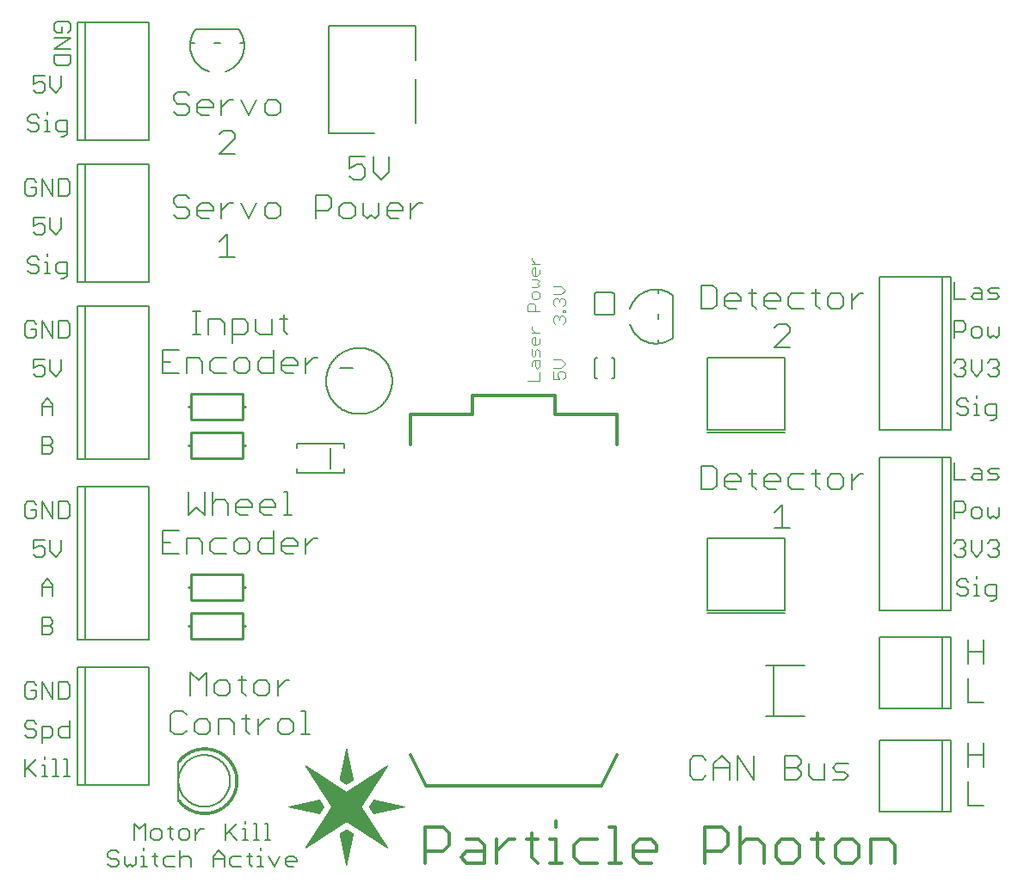
<source format=gto>
G75*
%MOIN*%
%OFA0B0*%
%FSLAX25Y25*%
%IPPOS*%
%LPD*%
%AMOC8*
5,1,8,0,0,1.08239X$1,22.5*
%
%ADD10C,0.01200*%
%ADD11C,0.00800*%
%ADD12C,0.00600*%
%ADD13C,0.00000*%
%ADD14C,0.00001*%
%ADD15C,0.00400*%
%ADD16C,0.00100*%
%ADD17C,0.01000*%
D10*
X0172800Y0039800D02*
X0166800Y0051800D01*
X0172800Y0039800D02*
X0240800Y0039800D01*
X0246800Y0051800D01*
X0223043Y0026014D02*
X0223043Y0023712D01*
X0223043Y0019108D02*
X0220741Y0019108D01*
X0223043Y0019108D02*
X0223043Y0009900D01*
X0220741Y0009900D02*
X0225345Y0009900D01*
X0229949Y0012202D02*
X0232251Y0009900D01*
X0239157Y0009900D01*
X0243761Y0009900D02*
X0248365Y0009900D01*
X0246063Y0009900D02*
X0246063Y0023712D01*
X0243761Y0023712D01*
X0239157Y0019108D02*
X0232251Y0019108D01*
X0229949Y0016806D01*
X0229949Y0012202D01*
X0216137Y0009900D02*
X0213835Y0012202D01*
X0213835Y0021410D01*
X0211533Y0019108D02*
X0216137Y0019108D01*
X0206929Y0019108D02*
X0204628Y0019108D01*
X0200024Y0014504D01*
X0200024Y0009900D02*
X0200024Y0019108D01*
X0195420Y0016806D02*
X0195420Y0009900D01*
X0188514Y0009900D01*
X0186212Y0012202D01*
X0188514Y0014504D01*
X0195420Y0014504D01*
X0195420Y0016806D02*
X0193118Y0019108D01*
X0188514Y0019108D01*
X0181608Y0021410D02*
X0181608Y0016806D01*
X0179306Y0014504D01*
X0172400Y0014504D01*
X0172400Y0009900D02*
X0172400Y0023712D01*
X0179306Y0023712D01*
X0181608Y0021410D01*
X0252969Y0016806D02*
X0252969Y0012202D01*
X0255271Y0009900D01*
X0259875Y0009900D01*
X0262177Y0014504D02*
X0252969Y0014504D01*
X0252969Y0016806D02*
X0255271Y0019108D01*
X0259875Y0019108D01*
X0262177Y0016806D01*
X0262177Y0014504D01*
X0280592Y0014504D02*
X0287498Y0014504D01*
X0289800Y0016806D01*
X0289800Y0021410D01*
X0287498Y0023712D01*
X0280592Y0023712D01*
X0280592Y0009900D01*
X0294404Y0009900D02*
X0294404Y0023712D01*
X0296706Y0019108D02*
X0301310Y0019108D01*
X0303612Y0016806D01*
X0303612Y0009900D01*
X0308216Y0012202D02*
X0310518Y0009900D01*
X0315122Y0009900D01*
X0317424Y0012202D01*
X0317424Y0016806D01*
X0315122Y0019108D01*
X0310518Y0019108D01*
X0308216Y0016806D01*
X0308216Y0012202D01*
X0296706Y0019108D02*
X0294404Y0016806D01*
X0322028Y0019108D02*
X0326632Y0019108D01*
X0324330Y0021410D02*
X0324330Y0012202D01*
X0326632Y0009900D01*
X0331236Y0012202D02*
X0331236Y0016806D01*
X0333538Y0019108D01*
X0338142Y0019108D01*
X0340444Y0016806D01*
X0340444Y0012202D01*
X0338142Y0009900D01*
X0333538Y0009900D01*
X0331236Y0012202D01*
X0345047Y0009900D02*
X0345047Y0019108D01*
X0351953Y0019108D01*
X0354255Y0016806D01*
X0354255Y0009900D01*
X0246800Y0172300D02*
X0246800Y0183800D01*
X0222800Y0183800D01*
X0222800Y0191300D01*
X0190800Y0191300D01*
X0190800Y0183800D01*
X0166800Y0183800D01*
X0166800Y0172300D01*
D11*
X0037627Y0085855D02*
X0037627Y0040186D01*
X0040776Y0040186D01*
X0040776Y0085855D01*
X0065186Y0085855D01*
X0065186Y0040186D01*
X0040776Y0040186D01*
X0073809Y0061235D02*
X0073809Y0067373D01*
X0075344Y0068908D01*
X0078413Y0068908D01*
X0079948Y0067373D01*
X0083017Y0064304D02*
X0083017Y0061235D01*
X0084552Y0059700D01*
X0087621Y0059700D01*
X0089155Y0061235D01*
X0089155Y0064304D01*
X0087621Y0065839D01*
X0084552Y0065839D01*
X0083017Y0064304D01*
X0079948Y0061235D02*
X0078413Y0059700D01*
X0075344Y0059700D01*
X0073809Y0061235D01*
X0076800Y0049300D02*
X0076800Y0034300D01*
X0092225Y0059700D02*
X0092225Y0065839D01*
X0096829Y0065839D01*
X0098363Y0064304D01*
X0098363Y0059700D01*
X0102967Y0061235D02*
X0104502Y0059700D01*
X0102967Y0061235D02*
X0102967Y0067373D01*
X0101433Y0065839D02*
X0104502Y0065839D01*
X0107571Y0065839D02*
X0107571Y0059700D01*
X0107571Y0062769D02*
X0110641Y0065839D01*
X0112175Y0065839D01*
X0115244Y0064304D02*
X0115244Y0061235D01*
X0116779Y0059700D01*
X0119848Y0059700D01*
X0121383Y0061235D01*
X0121383Y0064304D01*
X0119848Y0065839D01*
X0116779Y0065839D01*
X0115244Y0064304D01*
X0124452Y0068908D02*
X0125987Y0068908D01*
X0125987Y0059700D01*
X0124452Y0059700D02*
X0127522Y0059700D01*
X0115244Y0074700D02*
X0115244Y0080839D01*
X0115244Y0077769D02*
X0118314Y0080839D01*
X0119848Y0080839D01*
X0112175Y0079304D02*
X0112175Y0076235D01*
X0110641Y0074700D01*
X0107571Y0074700D01*
X0106037Y0076235D01*
X0106037Y0079304D01*
X0107571Y0080839D01*
X0110641Y0080839D01*
X0112175Y0079304D01*
X0102967Y0080839D02*
X0099898Y0080839D01*
X0101433Y0082373D02*
X0101433Y0076235D01*
X0102967Y0074700D01*
X0096829Y0076235D02*
X0096829Y0079304D01*
X0095294Y0080839D01*
X0092225Y0080839D01*
X0090690Y0079304D01*
X0090690Y0076235D01*
X0092225Y0074700D01*
X0095294Y0074700D01*
X0096829Y0076235D01*
X0087621Y0074700D02*
X0087621Y0083908D01*
X0084552Y0080839D01*
X0081482Y0083908D01*
X0081482Y0074700D01*
X0065186Y0096406D02*
X0040776Y0096406D01*
X0040776Y0155855D01*
X0065186Y0155855D01*
X0065186Y0096406D01*
X0040776Y0096406D02*
X0037627Y0096406D01*
X0037627Y0155855D01*
X0040776Y0155855D01*
X0040776Y0166406D02*
X0037627Y0166406D01*
X0037627Y0225855D01*
X0040776Y0225855D01*
X0040776Y0166406D01*
X0065186Y0166406D01*
X0065186Y0225855D01*
X0040776Y0225855D01*
X0040776Y0235186D02*
X0037627Y0235186D01*
X0037627Y0280855D01*
X0040776Y0280855D01*
X0040776Y0235186D01*
X0065186Y0235186D01*
X0065186Y0280855D01*
X0040776Y0280855D01*
X0040776Y0290186D02*
X0037627Y0290186D01*
X0037627Y0335855D01*
X0040776Y0335855D01*
X0040776Y0290186D01*
X0065186Y0290186D01*
X0065186Y0335855D01*
X0040776Y0335855D01*
X0074948Y0307373D02*
X0074948Y0305839D01*
X0076482Y0304304D01*
X0079552Y0304304D01*
X0081086Y0302769D01*
X0081086Y0301235D01*
X0079552Y0299700D01*
X0076482Y0299700D01*
X0074948Y0301235D01*
X0074948Y0307373D02*
X0076482Y0308908D01*
X0079552Y0308908D01*
X0081086Y0307373D01*
X0084156Y0304304D02*
X0085690Y0305839D01*
X0088759Y0305839D01*
X0090294Y0304304D01*
X0090294Y0302769D01*
X0084156Y0302769D01*
X0084156Y0301235D02*
X0084156Y0304304D01*
X0084156Y0301235D02*
X0085690Y0299700D01*
X0088759Y0299700D01*
X0093363Y0299700D02*
X0093363Y0305839D01*
X0096433Y0305839D02*
X0097967Y0305839D01*
X0096433Y0305839D02*
X0093363Y0302769D01*
X0101037Y0305839D02*
X0104106Y0299700D01*
X0107175Y0305839D01*
X0110244Y0304304D02*
X0110244Y0301235D01*
X0111779Y0299700D01*
X0114848Y0299700D01*
X0116383Y0301235D01*
X0116383Y0304304D01*
X0114848Y0305839D01*
X0111779Y0305839D01*
X0110244Y0304304D01*
X0098735Y0292373D02*
X0097200Y0293908D01*
X0094131Y0293908D01*
X0092596Y0292373D01*
X0098735Y0292373D02*
X0098735Y0290839D01*
X0092596Y0284700D01*
X0098735Y0284700D01*
X0081086Y0267373D02*
X0079552Y0268908D01*
X0076482Y0268908D01*
X0074948Y0267373D01*
X0074948Y0265839D01*
X0076482Y0264304D01*
X0079552Y0264304D01*
X0081086Y0262769D01*
X0081086Y0261235D01*
X0079552Y0259700D01*
X0076482Y0259700D01*
X0074948Y0261235D01*
X0084156Y0261235D02*
X0084156Y0264304D01*
X0085690Y0265839D01*
X0088759Y0265839D01*
X0090294Y0264304D01*
X0090294Y0262769D01*
X0084156Y0262769D01*
X0084156Y0261235D02*
X0085690Y0259700D01*
X0088759Y0259700D01*
X0093363Y0259700D02*
X0093363Y0265839D01*
X0096433Y0265839D02*
X0097967Y0265839D01*
X0096433Y0265839D02*
X0093363Y0262769D01*
X0101037Y0265839D02*
X0104106Y0259700D01*
X0107175Y0265839D01*
X0110244Y0264304D02*
X0110244Y0261235D01*
X0111779Y0259700D01*
X0114848Y0259700D01*
X0116383Y0261235D01*
X0116383Y0264304D01*
X0114848Y0265839D01*
X0111779Y0265839D01*
X0110244Y0264304D01*
X0095665Y0253908D02*
X0095665Y0244700D01*
X0092596Y0244700D02*
X0098735Y0244700D01*
X0092596Y0250839D02*
X0095665Y0253908D01*
X0085319Y0223908D02*
X0082250Y0223908D01*
X0083784Y0223908D02*
X0083784Y0214700D01*
X0082250Y0214700D02*
X0085319Y0214700D01*
X0088388Y0214700D02*
X0088388Y0220839D01*
X0092992Y0220839D01*
X0094527Y0219304D01*
X0094527Y0214700D01*
X0097596Y0214700D02*
X0102200Y0214700D01*
X0103735Y0216235D01*
X0103735Y0219304D01*
X0102200Y0220839D01*
X0097596Y0220839D01*
X0097596Y0211631D01*
X0095294Y0205839D02*
X0090690Y0205839D01*
X0089155Y0204304D01*
X0089155Y0201235D01*
X0090690Y0199700D01*
X0095294Y0199700D01*
X0098363Y0201235D02*
X0099898Y0199700D01*
X0102967Y0199700D01*
X0104502Y0201235D01*
X0104502Y0204304D01*
X0102967Y0205839D01*
X0099898Y0205839D01*
X0098363Y0204304D01*
X0098363Y0201235D01*
X0107571Y0201235D02*
X0107571Y0204304D01*
X0109106Y0205839D01*
X0113710Y0205839D01*
X0113710Y0208908D02*
X0113710Y0199700D01*
X0109106Y0199700D01*
X0107571Y0201235D01*
X0116779Y0201235D02*
X0116779Y0204304D01*
X0118314Y0205839D01*
X0121383Y0205839D01*
X0122918Y0204304D01*
X0122918Y0202769D01*
X0116779Y0202769D01*
X0116779Y0201235D02*
X0118314Y0199700D01*
X0121383Y0199700D01*
X0125987Y0199700D02*
X0125987Y0205839D01*
X0129056Y0205839D02*
X0130591Y0205839D01*
X0129056Y0205839D02*
X0125987Y0202769D01*
X0139300Y0201800D02*
X0144300Y0201800D01*
X0134005Y0196800D02*
X0134009Y0197114D01*
X0134020Y0197428D01*
X0134040Y0197741D01*
X0134067Y0198054D01*
X0134101Y0198366D01*
X0134143Y0198677D01*
X0134193Y0198987D01*
X0134251Y0199296D01*
X0134316Y0199603D01*
X0134388Y0199909D01*
X0134468Y0200213D01*
X0134556Y0200514D01*
X0134651Y0200814D01*
X0134753Y0201111D01*
X0134862Y0201405D01*
X0134979Y0201696D01*
X0135103Y0201985D01*
X0135233Y0202271D01*
X0135371Y0202553D01*
X0135516Y0202832D01*
X0135667Y0203107D01*
X0135825Y0203378D01*
X0135990Y0203645D01*
X0136161Y0203909D01*
X0136339Y0204167D01*
X0136523Y0204422D01*
X0136713Y0204672D01*
X0136909Y0204917D01*
X0137112Y0205157D01*
X0137320Y0205393D01*
X0137533Y0205623D01*
X0137753Y0205847D01*
X0137977Y0206067D01*
X0138207Y0206280D01*
X0138443Y0206488D01*
X0138683Y0206691D01*
X0138928Y0206887D01*
X0139178Y0207077D01*
X0139433Y0207261D01*
X0139691Y0207439D01*
X0139955Y0207610D01*
X0140222Y0207775D01*
X0140493Y0207933D01*
X0140768Y0208084D01*
X0141047Y0208229D01*
X0141329Y0208367D01*
X0141615Y0208497D01*
X0141904Y0208621D01*
X0142195Y0208738D01*
X0142489Y0208847D01*
X0142786Y0208949D01*
X0143086Y0209044D01*
X0143387Y0209132D01*
X0143691Y0209212D01*
X0143997Y0209284D01*
X0144304Y0209349D01*
X0144613Y0209407D01*
X0144923Y0209457D01*
X0145234Y0209499D01*
X0145546Y0209533D01*
X0145859Y0209560D01*
X0146172Y0209580D01*
X0146486Y0209591D01*
X0146800Y0209595D01*
X0147114Y0209591D01*
X0147428Y0209580D01*
X0147741Y0209560D01*
X0148054Y0209533D01*
X0148366Y0209499D01*
X0148677Y0209457D01*
X0148987Y0209407D01*
X0149296Y0209349D01*
X0149603Y0209284D01*
X0149909Y0209212D01*
X0150213Y0209132D01*
X0150514Y0209044D01*
X0150814Y0208949D01*
X0151111Y0208847D01*
X0151405Y0208738D01*
X0151696Y0208621D01*
X0151985Y0208497D01*
X0152271Y0208367D01*
X0152553Y0208229D01*
X0152832Y0208084D01*
X0153107Y0207933D01*
X0153378Y0207775D01*
X0153645Y0207610D01*
X0153909Y0207439D01*
X0154167Y0207261D01*
X0154422Y0207077D01*
X0154672Y0206887D01*
X0154917Y0206691D01*
X0155157Y0206488D01*
X0155393Y0206280D01*
X0155623Y0206067D01*
X0155847Y0205847D01*
X0156067Y0205623D01*
X0156280Y0205393D01*
X0156488Y0205157D01*
X0156691Y0204917D01*
X0156887Y0204672D01*
X0157077Y0204422D01*
X0157261Y0204167D01*
X0157439Y0203909D01*
X0157610Y0203645D01*
X0157775Y0203378D01*
X0157933Y0203107D01*
X0158084Y0202832D01*
X0158229Y0202553D01*
X0158367Y0202271D01*
X0158497Y0201985D01*
X0158621Y0201696D01*
X0158738Y0201405D01*
X0158847Y0201111D01*
X0158949Y0200814D01*
X0159044Y0200514D01*
X0159132Y0200213D01*
X0159212Y0199909D01*
X0159284Y0199603D01*
X0159349Y0199296D01*
X0159407Y0198987D01*
X0159457Y0198677D01*
X0159499Y0198366D01*
X0159533Y0198054D01*
X0159560Y0197741D01*
X0159580Y0197428D01*
X0159591Y0197114D01*
X0159595Y0196800D01*
X0159591Y0196486D01*
X0159580Y0196172D01*
X0159560Y0195859D01*
X0159533Y0195546D01*
X0159499Y0195234D01*
X0159457Y0194923D01*
X0159407Y0194613D01*
X0159349Y0194304D01*
X0159284Y0193997D01*
X0159212Y0193691D01*
X0159132Y0193387D01*
X0159044Y0193086D01*
X0158949Y0192786D01*
X0158847Y0192489D01*
X0158738Y0192195D01*
X0158621Y0191904D01*
X0158497Y0191615D01*
X0158367Y0191329D01*
X0158229Y0191047D01*
X0158084Y0190768D01*
X0157933Y0190493D01*
X0157775Y0190222D01*
X0157610Y0189955D01*
X0157439Y0189691D01*
X0157261Y0189433D01*
X0157077Y0189178D01*
X0156887Y0188928D01*
X0156691Y0188683D01*
X0156488Y0188443D01*
X0156280Y0188207D01*
X0156067Y0187977D01*
X0155847Y0187753D01*
X0155623Y0187533D01*
X0155393Y0187320D01*
X0155157Y0187112D01*
X0154917Y0186909D01*
X0154672Y0186713D01*
X0154422Y0186523D01*
X0154167Y0186339D01*
X0153909Y0186161D01*
X0153645Y0185990D01*
X0153378Y0185825D01*
X0153107Y0185667D01*
X0152832Y0185516D01*
X0152553Y0185371D01*
X0152271Y0185233D01*
X0151985Y0185103D01*
X0151696Y0184979D01*
X0151405Y0184862D01*
X0151111Y0184753D01*
X0150814Y0184651D01*
X0150514Y0184556D01*
X0150213Y0184468D01*
X0149909Y0184388D01*
X0149603Y0184316D01*
X0149296Y0184251D01*
X0148987Y0184193D01*
X0148677Y0184143D01*
X0148366Y0184101D01*
X0148054Y0184067D01*
X0147741Y0184040D01*
X0147428Y0184020D01*
X0147114Y0184009D01*
X0146800Y0184005D01*
X0146486Y0184009D01*
X0146172Y0184020D01*
X0145859Y0184040D01*
X0145546Y0184067D01*
X0145234Y0184101D01*
X0144923Y0184143D01*
X0144613Y0184193D01*
X0144304Y0184251D01*
X0143997Y0184316D01*
X0143691Y0184388D01*
X0143387Y0184468D01*
X0143086Y0184556D01*
X0142786Y0184651D01*
X0142489Y0184753D01*
X0142195Y0184862D01*
X0141904Y0184979D01*
X0141615Y0185103D01*
X0141329Y0185233D01*
X0141047Y0185371D01*
X0140768Y0185516D01*
X0140493Y0185667D01*
X0140222Y0185825D01*
X0139955Y0185990D01*
X0139691Y0186161D01*
X0139433Y0186339D01*
X0139178Y0186523D01*
X0138928Y0186713D01*
X0138683Y0186909D01*
X0138443Y0187112D01*
X0138207Y0187320D01*
X0137977Y0187533D01*
X0137753Y0187753D01*
X0137533Y0187977D01*
X0137320Y0188207D01*
X0137112Y0188443D01*
X0136909Y0188683D01*
X0136713Y0188928D01*
X0136523Y0189178D01*
X0136339Y0189433D01*
X0136161Y0189691D01*
X0135990Y0189955D01*
X0135825Y0190222D01*
X0135667Y0190493D01*
X0135516Y0190768D01*
X0135371Y0191047D01*
X0135233Y0191329D01*
X0135103Y0191615D01*
X0134979Y0191904D01*
X0134862Y0192195D01*
X0134753Y0192489D01*
X0134651Y0192786D01*
X0134556Y0193086D01*
X0134468Y0193387D01*
X0134388Y0193691D01*
X0134316Y0193997D01*
X0134251Y0194304D01*
X0134193Y0194613D01*
X0134143Y0194923D01*
X0134101Y0195234D01*
X0134067Y0195546D01*
X0134040Y0195859D01*
X0134020Y0196172D01*
X0134009Y0196486D01*
X0134005Y0196800D01*
X0119081Y0214700D02*
X0117546Y0216235D01*
X0117546Y0222373D01*
X0116012Y0220839D02*
X0119081Y0220839D01*
X0112942Y0220839D02*
X0112942Y0214700D01*
X0108339Y0214700D01*
X0106804Y0216235D01*
X0106804Y0220839D01*
X0086086Y0204304D02*
X0086086Y0199700D01*
X0086086Y0204304D02*
X0084552Y0205839D01*
X0079948Y0205839D01*
X0079948Y0199700D01*
X0076878Y0199700D02*
X0070740Y0199700D01*
X0070740Y0208908D01*
X0076878Y0208908D01*
X0073809Y0204304D02*
X0070740Y0204304D01*
X0122745Y0172509D02*
X0122745Y0170737D01*
X0122745Y0172509D02*
X0140855Y0172509D01*
X0140855Y0170737D01*
X0135737Y0170737D02*
X0135737Y0162863D01*
X0140855Y0162863D02*
X0140855Y0161091D01*
X0122745Y0161091D01*
X0122745Y0162863D01*
X0119081Y0153908D02*
X0119081Y0144700D01*
X0117546Y0144700D02*
X0120616Y0144700D01*
X0114477Y0147769D02*
X0108339Y0147769D01*
X0108339Y0146235D02*
X0108339Y0149304D01*
X0109873Y0150839D01*
X0112942Y0150839D01*
X0114477Y0149304D01*
X0114477Y0147769D01*
X0112942Y0144700D02*
X0109873Y0144700D01*
X0108339Y0146235D01*
X0105269Y0147769D02*
X0099131Y0147769D01*
X0099131Y0146235D02*
X0099131Y0149304D01*
X0100665Y0150839D01*
X0103735Y0150839D01*
X0105269Y0149304D01*
X0105269Y0147769D01*
X0103735Y0144700D02*
X0100665Y0144700D01*
X0099131Y0146235D01*
X0096061Y0144700D02*
X0096061Y0149304D01*
X0094527Y0150839D01*
X0091457Y0150839D01*
X0089923Y0149304D01*
X0089923Y0153908D02*
X0089923Y0144700D01*
X0086854Y0144700D02*
X0086854Y0153908D01*
X0083784Y0147769D02*
X0086854Y0144700D01*
X0083784Y0147769D02*
X0080715Y0144700D01*
X0080715Y0153908D01*
X0076878Y0138908D02*
X0070740Y0138908D01*
X0070740Y0129700D01*
X0076878Y0129700D01*
X0079948Y0129700D02*
X0079948Y0135839D01*
X0084552Y0135839D01*
X0086086Y0134304D01*
X0086086Y0129700D01*
X0089155Y0131235D02*
X0090690Y0129700D01*
X0095294Y0129700D01*
X0098363Y0131235D02*
X0099898Y0129700D01*
X0102967Y0129700D01*
X0104502Y0131235D01*
X0104502Y0134304D01*
X0102967Y0135839D01*
X0099898Y0135839D01*
X0098363Y0134304D01*
X0098363Y0131235D01*
X0095294Y0135839D02*
X0090690Y0135839D01*
X0089155Y0134304D01*
X0089155Y0131235D01*
X0073809Y0134304D02*
X0070740Y0134304D01*
X0107571Y0134304D02*
X0107571Y0131235D01*
X0109106Y0129700D01*
X0113710Y0129700D01*
X0113710Y0138908D01*
X0113710Y0135839D02*
X0109106Y0135839D01*
X0107571Y0134304D01*
X0116779Y0134304D02*
X0116779Y0131235D01*
X0118314Y0129700D01*
X0121383Y0129700D01*
X0122918Y0132769D02*
X0116779Y0132769D01*
X0116779Y0134304D02*
X0118314Y0135839D01*
X0121383Y0135839D01*
X0122918Y0134304D01*
X0122918Y0132769D01*
X0125987Y0132769D02*
X0129056Y0135839D01*
X0130591Y0135839D01*
X0125987Y0135839D02*
X0125987Y0129700D01*
X0119081Y0153908D02*
X0117546Y0153908D01*
X0040776Y0085855D02*
X0037627Y0085855D01*
X0129948Y0259700D02*
X0129948Y0268908D01*
X0134552Y0268908D01*
X0136086Y0267373D01*
X0136086Y0264304D01*
X0134552Y0262769D01*
X0129948Y0262769D01*
X0139156Y0261235D02*
X0140690Y0259700D01*
X0143759Y0259700D01*
X0145294Y0261235D01*
X0145294Y0264304D01*
X0143759Y0265839D01*
X0140690Y0265839D01*
X0139156Y0264304D01*
X0139156Y0261235D01*
X0148363Y0261235D02*
X0149898Y0259700D01*
X0151433Y0261235D01*
X0152967Y0259700D01*
X0154502Y0261235D01*
X0154502Y0265839D01*
X0157571Y0264304D02*
X0157571Y0261235D01*
X0159106Y0259700D01*
X0162175Y0259700D01*
X0163710Y0262769D02*
X0157571Y0262769D01*
X0157571Y0264304D02*
X0159106Y0265839D01*
X0162175Y0265839D01*
X0163710Y0264304D01*
X0163710Y0262769D01*
X0166779Y0262769D02*
X0169848Y0265839D01*
X0171383Y0265839D01*
X0166779Y0265839D02*
X0166779Y0259700D01*
X0148363Y0261235D02*
X0148363Y0265839D01*
X0147596Y0274700D02*
X0144527Y0274700D01*
X0142992Y0276235D01*
X0142992Y0279304D02*
X0146061Y0280839D01*
X0147596Y0280839D01*
X0149131Y0279304D01*
X0149131Y0276235D01*
X0147596Y0274700D01*
X0152200Y0277769D02*
X0155269Y0274700D01*
X0158339Y0277769D01*
X0158339Y0283908D01*
X0152200Y0283908D02*
X0152200Y0277769D01*
X0149131Y0283908D02*
X0142992Y0283908D01*
X0142992Y0279304D01*
X0135068Y0292863D02*
X0135068Y0334595D01*
X0135265Y0334595D01*
X0135068Y0334595D02*
X0168532Y0334595D01*
X0168532Y0321170D01*
X0168532Y0313729D02*
X0168532Y0296800D01*
X0152784Y0292863D02*
X0135068Y0292863D01*
X0102252Y0327800D02*
X0100673Y0327800D01*
X0100046Y0333300D02*
X0083554Y0333300D01*
X0082927Y0327800D02*
X0081348Y0327800D01*
X0090673Y0327800D02*
X0092927Y0327800D01*
X0083554Y0333300D02*
X0083399Y0333098D01*
X0083249Y0332893D01*
X0083103Y0332684D01*
X0082963Y0332471D01*
X0082828Y0332255D01*
X0082699Y0332036D01*
X0082575Y0331814D01*
X0082456Y0331589D01*
X0082343Y0331361D01*
X0082235Y0331131D01*
X0082133Y0330898D01*
X0082036Y0330662D01*
X0081945Y0330424D01*
X0081860Y0330185D01*
X0081781Y0329943D01*
X0081708Y0329699D01*
X0081641Y0329454D01*
X0081579Y0329207D01*
X0081524Y0328958D01*
X0081475Y0328708D01*
X0081432Y0328458D01*
X0081395Y0328206D01*
X0081364Y0327953D01*
X0081339Y0327700D01*
X0081320Y0327446D01*
X0081307Y0327192D01*
X0081301Y0326938D01*
X0081301Y0326683D01*
X0081307Y0326429D01*
X0081319Y0326174D01*
X0081337Y0325921D01*
X0081361Y0325667D01*
X0081392Y0325415D01*
X0081428Y0325163D01*
X0081471Y0324912D01*
X0081520Y0324662D01*
X0081575Y0324414D01*
X0081636Y0324167D01*
X0081702Y0323921D01*
X0081775Y0323677D01*
X0081854Y0323435D01*
X0081938Y0323195D01*
X0082029Y0322957D01*
X0082125Y0322721D01*
X0082226Y0322488D01*
X0082334Y0322257D01*
X0082446Y0322029D01*
X0082565Y0321804D01*
X0082689Y0321582D01*
X0082818Y0321362D01*
X0082952Y0321146D01*
X0083092Y0320933D01*
X0083237Y0320724D01*
X0083386Y0320518D01*
X0083541Y0320316D01*
X0083701Y0320118D01*
X0083865Y0319924D01*
X0084034Y0319733D01*
X0084207Y0319547D01*
X0084385Y0319365D01*
X0084568Y0319188D01*
X0084754Y0319015D01*
X0084945Y0318846D01*
X0085140Y0318682D01*
X0085339Y0318523D01*
X0085541Y0318369D01*
X0085747Y0318220D01*
X0085957Y0318076D01*
X0086170Y0317937D01*
X0086387Y0317803D01*
X0086606Y0317674D01*
X0086829Y0317551D01*
X0087055Y0317434D01*
X0087283Y0317321D01*
X0087514Y0317215D01*
X0087748Y0317114D01*
X0087984Y0317018D01*
X0088222Y0316929D01*
X0088462Y0316845D01*
X0088704Y0316767D01*
X0094896Y0316767D02*
X0095138Y0316845D01*
X0095378Y0316928D01*
X0095616Y0317018D01*
X0095852Y0317113D01*
X0096086Y0317215D01*
X0096317Y0317321D01*
X0096545Y0317433D01*
X0096771Y0317551D01*
X0096994Y0317674D01*
X0097213Y0317803D01*
X0097430Y0317937D01*
X0097643Y0318076D01*
X0097853Y0318220D01*
X0098059Y0318369D01*
X0098261Y0318523D01*
X0098460Y0318682D01*
X0098655Y0318846D01*
X0098845Y0319015D01*
X0099032Y0319188D01*
X0099214Y0319365D01*
X0099392Y0319547D01*
X0099566Y0319733D01*
X0099735Y0319924D01*
X0099899Y0320118D01*
X0100059Y0320316D01*
X0100214Y0320518D01*
X0100363Y0320724D01*
X0100508Y0320933D01*
X0100648Y0321146D01*
X0100782Y0321362D01*
X0100911Y0321581D01*
X0101035Y0321804D01*
X0101153Y0322029D01*
X0101266Y0322257D01*
X0101374Y0322488D01*
X0101475Y0322721D01*
X0101571Y0322957D01*
X0101662Y0323195D01*
X0101746Y0323435D01*
X0101825Y0323677D01*
X0101898Y0323921D01*
X0101964Y0324166D01*
X0102025Y0324413D01*
X0102080Y0324662D01*
X0102129Y0324912D01*
X0102172Y0325163D01*
X0102208Y0325414D01*
X0102239Y0325667D01*
X0102263Y0325920D01*
X0102281Y0326174D01*
X0102293Y0326428D01*
X0102299Y0326683D01*
X0102299Y0326937D01*
X0102293Y0327192D01*
X0102280Y0327446D01*
X0102261Y0327700D01*
X0102236Y0327953D01*
X0102205Y0328206D01*
X0102168Y0328457D01*
X0102125Y0328708D01*
X0102076Y0328958D01*
X0102021Y0329206D01*
X0101959Y0329453D01*
X0101892Y0329699D01*
X0101819Y0329942D01*
X0101740Y0330184D01*
X0101655Y0330424D01*
X0101564Y0330662D01*
X0101467Y0330898D01*
X0101365Y0331131D01*
X0101258Y0331361D01*
X0101144Y0331589D01*
X0101025Y0331814D01*
X0100901Y0332036D01*
X0100772Y0332255D01*
X0100637Y0332471D01*
X0100497Y0332684D01*
X0100352Y0332893D01*
X0100201Y0333098D01*
X0100046Y0333300D01*
X0237863Y0204950D02*
X0237863Y0198650D01*
X0237862Y0198650D02*
X0237877Y0198589D01*
X0237895Y0198528D01*
X0237917Y0198469D01*
X0237942Y0198411D01*
X0237972Y0198356D01*
X0238004Y0198302D01*
X0238040Y0198250D01*
X0238079Y0198200D01*
X0238121Y0198153D01*
X0238166Y0198109D01*
X0238214Y0198068D01*
X0238264Y0198030D01*
X0238317Y0197995D01*
X0238371Y0197963D01*
X0238428Y0197935D01*
X0238486Y0197910D01*
X0238545Y0197889D01*
X0238606Y0197872D01*
X0238668Y0197859D01*
X0238730Y0197850D01*
X0238793Y0197844D01*
X0238856Y0197843D01*
X0238919Y0197846D01*
X0238982Y0197852D01*
X0239044Y0197862D01*
X0244556Y0197862D02*
X0244616Y0197852D01*
X0244676Y0197846D01*
X0244737Y0197843D01*
X0244797Y0197844D01*
X0244858Y0197848D01*
X0244918Y0197857D01*
X0244977Y0197868D01*
X0245036Y0197884D01*
X0245094Y0197903D01*
X0245150Y0197925D01*
X0245205Y0197951D01*
X0245258Y0197980D01*
X0245310Y0198012D01*
X0245359Y0198047D01*
X0245407Y0198085D01*
X0245451Y0198126D01*
X0245494Y0198169D01*
X0245533Y0198215D01*
X0245570Y0198263D01*
X0245604Y0198314D01*
X0245634Y0198366D01*
X0245662Y0198420D01*
X0245686Y0198476D01*
X0245707Y0198533D01*
X0245724Y0198591D01*
X0245738Y0198650D01*
X0245737Y0198650D02*
X0245737Y0204950D01*
X0245738Y0204950D02*
X0245724Y0205009D01*
X0245707Y0205067D01*
X0245686Y0205124D01*
X0245662Y0205180D01*
X0245634Y0205234D01*
X0245604Y0205286D01*
X0245570Y0205337D01*
X0245533Y0205385D01*
X0245494Y0205431D01*
X0245451Y0205474D01*
X0245407Y0205515D01*
X0245359Y0205553D01*
X0245310Y0205588D01*
X0245258Y0205620D01*
X0245205Y0205649D01*
X0245150Y0205675D01*
X0245094Y0205697D01*
X0245036Y0205716D01*
X0244977Y0205732D01*
X0244918Y0205743D01*
X0244858Y0205752D01*
X0244797Y0205756D01*
X0244737Y0205757D01*
X0244676Y0205754D01*
X0244616Y0205748D01*
X0244556Y0205738D01*
X0239044Y0205738D02*
X0238982Y0205748D01*
X0238919Y0205754D01*
X0238856Y0205757D01*
X0238793Y0205756D01*
X0238730Y0205750D01*
X0238668Y0205741D01*
X0238606Y0205728D01*
X0238545Y0205711D01*
X0238486Y0205690D01*
X0238428Y0205665D01*
X0238371Y0205637D01*
X0238317Y0205605D01*
X0238264Y0205570D01*
X0238214Y0205532D01*
X0238166Y0205491D01*
X0238121Y0205447D01*
X0238079Y0205400D01*
X0238040Y0205350D01*
X0238004Y0205298D01*
X0237972Y0205244D01*
X0237942Y0205189D01*
X0237917Y0205131D01*
X0237895Y0205072D01*
X0237877Y0205011D01*
X0237862Y0204950D01*
X0251767Y0218704D02*
X0251845Y0218462D01*
X0251928Y0218222D01*
X0252018Y0217984D01*
X0252113Y0217748D01*
X0252215Y0217514D01*
X0252321Y0217283D01*
X0252433Y0217055D01*
X0252551Y0216829D01*
X0252674Y0216606D01*
X0252803Y0216387D01*
X0252937Y0216170D01*
X0253076Y0215957D01*
X0253220Y0215747D01*
X0253369Y0215541D01*
X0253523Y0215339D01*
X0253682Y0215140D01*
X0253846Y0214945D01*
X0254015Y0214755D01*
X0254188Y0214568D01*
X0254365Y0214386D01*
X0254547Y0214208D01*
X0254733Y0214034D01*
X0254924Y0213865D01*
X0255118Y0213701D01*
X0255316Y0213541D01*
X0255518Y0213386D01*
X0255724Y0213237D01*
X0255933Y0213092D01*
X0256146Y0212952D01*
X0256362Y0212818D01*
X0256581Y0212689D01*
X0256804Y0212565D01*
X0257029Y0212447D01*
X0257257Y0212334D01*
X0257488Y0212226D01*
X0257721Y0212125D01*
X0257957Y0212029D01*
X0258195Y0211938D01*
X0258435Y0211854D01*
X0258677Y0211775D01*
X0258921Y0211702D01*
X0259166Y0211636D01*
X0259413Y0211575D01*
X0259662Y0211520D01*
X0259912Y0211471D01*
X0260163Y0211428D01*
X0260414Y0211392D01*
X0260667Y0211361D01*
X0260920Y0211337D01*
X0261174Y0211319D01*
X0261428Y0211307D01*
X0261683Y0211301D01*
X0261937Y0211301D01*
X0262192Y0211307D01*
X0262446Y0211320D01*
X0262700Y0211339D01*
X0262953Y0211364D01*
X0263206Y0211395D01*
X0263457Y0211432D01*
X0263708Y0211475D01*
X0263958Y0211524D01*
X0264206Y0211579D01*
X0264453Y0211641D01*
X0264699Y0211708D01*
X0264942Y0211781D01*
X0265184Y0211860D01*
X0265424Y0211945D01*
X0265662Y0212036D01*
X0265898Y0212133D01*
X0266131Y0212235D01*
X0266361Y0212342D01*
X0266589Y0212456D01*
X0266814Y0212575D01*
X0267036Y0212699D01*
X0267255Y0212828D01*
X0267471Y0212963D01*
X0267684Y0213103D01*
X0267893Y0213248D01*
X0268098Y0213399D01*
X0268300Y0213554D01*
X0268300Y0230046D01*
X0262800Y0230673D02*
X0262800Y0232252D01*
X0262800Y0222927D02*
X0262800Y0220673D01*
X0268300Y0230046D02*
X0268098Y0230201D01*
X0267893Y0230351D01*
X0267684Y0230497D01*
X0267471Y0230637D01*
X0267255Y0230772D01*
X0267036Y0230901D01*
X0266814Y0231025D01*
X0266589Y0231144D01*
X0266361Y0231257D01*
X0266131Y0231365D01*
X0265898Y0231467D01*
X0265662Y0231564D01*
X0265424Y0231655D01*
X0265185Y0231740D01*
X0264943Y0231819D01*
X0264699Y0231892D01*
X0264454Y0231959D01*
X0264207Y0232021D01*
X0263958Y0232076D01*
X0263708Y0232125D01*
X0263458Y0232168D01*
X0263206Y0232205D01*
X0262953Y0232236D01*
X0262700Y0232261D01*
X0262446Y0232280D01*
X0262192Y0232293D01*
X0261938Y0232299D01*
X0261683Y0232299D01*
X0261429Y0232293D01*
X0261174Y0232281D01*
X0260921Y0232263D01*
X0260667Y0232239D01*
X0260415Y0232208D01*
X0260163Y0232172D01*
X0259912Y0232129D01*
X0259662Y0232080D01*
X0259414Y0232025D01*
X0259167Y0231964D01*
X0258921Y0231898D01*
X0258677Y0231825D01*
X0258435Y0231746D01*
X0258195Y0231662D01*
X0257957Y0231571D01*
X0257721Y0231475D01*
X0257488Y0231374D01*
X0257257Y0231266D01*
X0257029Y0231154D01*
X0256804Y0231035D01*
X0256582Y0230911D01*
X0256362Y0230782D01*
X0256146Y0230648D01*
X0255933Y0230508D01*
X0255724Y0230363D01*
X0255518Y0230214D01*
X0255316Y0230059D01*
X0255118Y0229899D01*
X0254924Y0229735D01*
X0254733Y0229566D01*
X0254547Y0229393D01*
X0254365Y0229215D01*
X0254188Y0229032D01*
X0254015Y0228846D01*
X0253846Y0228655D01*
X0253682Y0228460D01*
X0253523Y0228261D01*
X0253369Y0228059D01*
X0253220Y0227853D01*
X0253076Y0227643D01*
X0252937Y0227430D01*
X0252803Y0227213D01*
X0252674Y0226994D01*
X0252551Y0226771D01*
X0252434Y0226545D01*
X0252321Y0226317D01*
X0252215Y0226086D01*
X0252114Y0225852D01*
X0252018Y0225616D01*
X0251929Y0225378D01*
X0251845Y0225138D01*
X0251767Y0224896D01*
X0262800Y0212927D02*
X0262800Y0211348D01*
X0281800Y0205800D02*
X0281800Y0177800D01*
X0311800Y0177800D01*
X0311800Y0205800D01*
X0281800Y0205800D01*
X0283809Y0224700D02*
X0279205Y0224700D01*
X0279205Y0233908D01*
X0283809Y0233908D01*
X0285344Y0232373D01*
X0285344Y0226235D01*
X0283809Y0224700D01*
X0288413Y0226235D02*
X0288413Y0229304D01*
X0289948Y0230839D01*
X0293017Y0230839D01*
X0294552Y0229304D01*
X0294552Y0227769D01*
X0288413Y0227769D01*
X0288413Y0226235D02*
X0289948Y0224700D01*
X0293017Y0224700D01*
X0299155Y0226235D02*
X0300690Y0224700D01*
X0299155Y0226235D02*
X0299155Y0232373D01*
X0297621Y0230839D02*
X0300690Y0230839D01*
X0303759Y0229304D02*
X0303759Y0226235D01*
X0305294Y0224700D01*
X0308363Y0224700D01*
X0309898Y0227769D02*
X0303759Y0227769D01*
X0303759Y0229304D02*
X0305294Y0230839D01*
X0308363Y0230839D01*
X0309898Y0229304D01*
X0309898Y0227769D01*
X0312967Y0226235D02*
X0314502Y0224700D01*
X0319106Y0224700D01*
X0323710Y0226235D02*
X0325244Y0224700D01*
X0323710Y0226235D02*
X0323710Y0232373D01*
X0325244Y0230839D02*
X0322175Y0230839D01*
X0319106Y0230839D02*
X0314502Y0230839D01*
X0312967Y0229304D01*
X0312967Y0226235D01*
X0312200Y0218908D02*
X0309131Y0218908D01*
X0307596Y0217373D01*
X0312200Y0218908D02*
X0313735Y0217373D01*
X0313735Y0215839D01*
X0307596Y0209700D01*
X0313735Y0209700D01*
X0329848Y0224700D02*
X0328314Y0226235D01*
X0328314Y0229304D01*
X0329848Y0230839D01*
X0332918Y0230839D01*
X0334452Y0229304D01*
X0334452Y0226235D01*
X0332918Y0224700D01*
X0329848Y0224700D01*
X0337522Y0224700D02*
X0337522Y0230839D01*
X0340591Y0230839D02*
X0337522Y0227769D01*
X0340591Y0230839D02*
X0342126Y0230839D01*
X0348414Y0237194D02*
X0372824Y0237194D01*
X0372824Y0177745D01*
X0348414Y0177745D01*
X0348414Y0237194D01*
X0372824Y0237194D02*
X0375973Y0237194D01*
X0375973Y0177745D01*
X0372824Y0177745D01*
X0372824Y0167194D02*
X0372824Y0107745D01*
X0348414Y0107745D01*
X0348414Y0167194D01*
X0372824Y0167194D01*
X0375973Y0167194D01*
X0375973Y0107745D01*
X0372824Y0107745D01*
X0372824Y0097469D02*
X0372824Y0069910D01*
X0348414Y0069910D01*
X0348414Y0097469D01*
X0372824Y0097469D01*
X0375973Y0097469D01*
X0375973Y0069910D01*
X0372824Y0069910D01*
X0382596Y0072200D02*
X0388735Y0072200D01*
X0382596Y0072200D02*
X0382596Y0081408D01*
X0382596Y0087200D02*
X0382596Y0096408D01*
X0382596Y0091804D02*
X0388735Y0091804D01*
X0388735Y0096408D02*
X0388735Y0087200D01*
X0388735Y0056408D02*
X0388735Y0047200D01*
X0388735Y0051804D02*
X0382596Y0051804D01*
X0382596Y0047200D02*
X0382596Y0056408D01*
X0375973Y0057469D02*
X0375973Y0029910D01*
X0372824Y0029910D01*
X0372824Y0057469D01*
X0375973Y0057469D01*
X0372824Y0057469D02*
X0348414Y0057469D01*
X0348414Y0029910D01*
X0372824Y0029910D01*
X0382596Y0032200D02*
X0388735Y0032200D01*
X0382596Y0032200D02*
X0382596Y0041408D01*
X0336358Y0043735D02*
X0334824Y0045269D01*
X0331754Y0045269D01*
X0330220Y0046804D01*
X0331754Y0048339D01*
X0336358Y0048339D01*
X0336358Y0043735D02*
X0334824Y0042200D01*
X0330220Y0042200D01*
X0327150Y0042200D02*
X0327150Y0048339D01*
X0321012Y0048339D02*
X0321012Y0043735D01*
X0322546Y0042200D01*
X0327150Y0042200D01*
X0317942Y0043735D02*
X0316408Y0042200D01*
X0311804Y0042200D01*
X0311804Y0051408D01*
X0316408Y0051408D01*
X0317942Y0049873D01*
X0317942Y0048339D01*
X0316408Y0046804D01*
X0311804Y0046804D01*
X0316408Y0046804D02*
X0317942Y0045269D01*
X0317942Y0043735D01*
X0299527Y0042200D02*
X0299527Y0051408D01*
X0293388Y0051408D02*
X0299527Y0042200D01*
X0293388Y0042200D02*
X0293388Y0051408D01*
X0290319Y0048339D02*
X0290319Y0042200D01*
X0284180Y0042200D02*
X0284180Y0048339D01*
X0287250Y0051408D01*
X0290319Y0048339D01*
X0290319Y0046804D02*
X0284180Y0046804D01*
X0281111Y0049873D02*
X0279576Y0051408D01*
X0276507Y0051408D01*
X0274972Y0049873D01*
X0274972Y0043735D01*
X0276507Y0042200D01*
X0279576Y0042200D01*
X0281111Y0043735D01*
X0304320Y0066957D02*
X0307288Y0066957D01*
X0307288Y0086643D01*
X0319280Y0086643D01*
X0307288Y0086643D02*
X0304320Y0086643D01*
X0307288Y0066957D02*
X0319280Y0066957D01*
X0311800Y0106800D02*
X0281800Y0106800D01*
X0281800Y0107800D02*
X0281800Y0135800D01*
X0311800Y0135800D01*
X0311800Y0107800D01*
X0281800Y0107800D01*
X0307596Y0139700D02*
X0313735Y0139700D01*
X0310665Y0139700D02*
X0310665Y0148908D01*
X0307596Y0145839D01*
X0308363Y0154700D02*
X0305294Y0154700D01*
X0303759Y0156235D01*
X0303759Y0159304D01*
X0305294Y0160839D01*
X0308363Y0160839D01*
X0309898Y0159304D01*
X0309898Y0157769D01*
X0303759Y0157769D01*
X0300690Y0154700D02*
X0299155Y0156235D01*
X0299155Y0162373D01*
X0297621Y0160839D02*
X0300690Y0160839D01*
X0294552Y0159304D02*
X0294552Y0157769D01*
X0288413Y0157769D01*
X0288413Y0156235D02*
X0288413Y0159304D01*
X0289948Y0160839D01*
X0293017Y0160839D01*
X0294552Y0159304D01*
X0289948Y0154700D02*
X0288413Y0156235D01*
X0289948Y0154700D02*
X0293017Y0154700D01*
X0285344Y0156235D02*
X0283809Y0154700D01*
X0279205Y0154700D01*
X0279205Y0163908D01*
X0283809Y0163908D01*
X0285344Y0162373D01*
X0285344Y0156235D01*
X0281800Y0176800D02*
X0311800Y0176800D01*
X0323710Y0162373D02*
X0323710Y0156235D01*
X0325244Y0154700D01*
X0328314Y0156235D02*
X0329848Y0154700D01*
X0332918Y0154700D01*
X0334452Y0156235D01*
X0334452Y0159304D01*
X0332918Y0160839D01*
X0329848Y0160839D01*
X0328314Y0159304D01*
X0328314Y0156235D01*
X0325244Y0160839D02*
X0322175Y0160839D01*
X0319106Y0160839D02*
X0314502Y0160839D01*
X0312967Y0159304D01*
X0312967Y0156235D01*
X0314502Y0154700D01*
X0319106Y0154700D01*
X0337522Y0154700D02*
X0337522Y0160839D01*
X0340591Y0160839D02*
X0337522Y0157769D01*
X0340591Y0160839D02*
X0342126Y0160839D01*
D12*
X0377432Y0158600D02*
X0381702Y0158600D01*
X0383877Y0159668D02*
X0384945Y0160735D01*
X0388148Y0160735D01*
X0388148Y0161803D02*
X0388148Y0158600D01*
X0384945Y0158600D01*
X0383877Y0159668D01*
X0384945Y0162870D02*
X0387080Y0162870D01*
X0388148Y0161803D01*
X0390323Y0161803D02*
X0391390Y0162870D01*
X0394593Y0162870D01*
X0393525Y0160735D02*
X0391390Y0160735D01*
X0390323Y0161803D01*
X0390323Y0158600D02*
X0393525Y0158600D01*
X0394593Y0159668D01*
X0393525Y0160735D01*
X0394593Y0147870D02*
X0394593Y0144668D01*
X0393525Y0143600D01*
X0392458Y0144668D01*
X0391390Y0143600D01*
X0390323Y0144668D01*
X0390323Y0147870D01*
X0388148Y0146803D02*
X0387080Y0147870D01*
X0384945Y0147870D01*
X0383877Y0146803D01*
X0383877Y0144668D01*
X0384945Y0143600D01*
X0387080Y0143600D01*
X0388148Y0144668D01*
X0388148Y0146803D01*
X0381702Y0146803D02*
X0380634Y0145735D01*
X0377432Y0145735D01*
X0377432Y0143600D02*
X0377432Y0150005D01*
X0380634Y0150005D01*
X0381702Y0148938D01*
X0381702Y0146803D01*
X0380634Y0135005D02*
X0378499Y0135005D01*
X0377432Y0133938D01*
X0379567Y0131803D02*
X0380634Y0131803D01*
X0381702Y0130735D01*
X0381702Y0129668D01*
X0380634Y0128600D01*
X0378499Y0128600D01*
X0377432Y0129668D01*
X0380634Y0131803D02*
X0381702Y0132870D01*
X0381702Y0133938D01*
X0380634Y0135005D01*
X0383877Y0135005D02*
X0383877Y0130735D01*
X0386012Y0128600D01*
X0388148Y0130735D01*
X0388148Y0135005D01*
X0390323Y0133938D02*
X0391390Y0135005D01*
X0393525Y0135005D01*
X0394593Y0133938D01*
X0394593Y0132870D01*
X0393525Y0131803D01*
X0394593Y0130735D01*
X0394593Y0129668D01*
X0393525Y0128600D01*
X0391390Y0128600D01*
X0390323Y0129668D01*
X0392458Y0131803D02*
X0393525Y0131803D01*
X0386019Y0121073D02*
X0386019Y0120005D01*
X0386019Y0117870D02*
X0386019Y0113600D01*
X0384951Y0113600D02*
X0387087Y0113600D01*
X0389248Y0114668D02*
X0389248Y0116803D01*
X0390316Y0117870D01*
X0393519Y0117870D01*
X0393519Y0112532D01*
X0392451Y0111465D01*
X0391384Y0111465D01*
X0390316Y0113600D02*
X0393519Y0113600D01*
X0390316Y0113600D02*
X0389248Y0114668D01*
X0386019Y0117870D02*
X0384951Y0117870D01*
X0382776Y0118938D02*
X0381709Y0120005D01*
X0379574Y0120005D01*
X0378506Y0118938D01*
X0378506Y0117870D01*
X0379574Y0116803D01*
X0381709Y0116803D01*
X0382776Y0115735D01*
X0382776Y0114668D01*
X0381709Y0113600D01*
X0379574Y0113600D01*
X0378506Y0114668D01*
X0377432Y0158600D02*
X0377432Y0165005D01*
X0391384Y0181465D02*
X0392451Y0181465D01*
X0393519Y0182532D01*
X0393519Y0187870D01*
X0390316Y0187870D01*
X0389248Y0186803D01*
X0389248Y0184668D01*
X0390316Y0183600D01*
X0393519Y0183600D01*
X0387087Y0183600D02*
X0384951Y0183600D01*
X0386019Y0183600D02*
X0386019Y0187870D01*
X0384951Y0187870D01*
X0386019Y0190005D02*
X0386019Y0191073D01*
X0382776Y0188938D02*
X0381709Y0190005D01*
X0379574Y0190005D01*
X0378506Y0188938D01*
X0378506Y0187870D01*
X0379574Y0186803D01*
X0381709Y0186803D01*
X0382776Y0185735D01*
X0382776Y0184668D01*
X0381709Y0183600D01*
X0379574Y0183600D01*
X0378506Y0184668D01*
X0378499Y0198600D02*
X0377432Y0199668D01*
X0378499Y0198600D02*
X0380634Y0198600D01*
X0381702Y0199668D01*
X0381702Y0200735D01*
X0380634Y0201803D01*
X0379567Y0201803D01*
X0380634Y0201803D02*
X0381702Y0202870D01*
X0381702Y0203938D01*
X0380634Y0205005D01*
X0378499Y0205005D01*
X0377432Y0203938D01*
X0383877Y0205005D02*
X0383877Y0200735D01*
X0386012Y0198600D01*
X0388148Y0200735D01*
X0388148Y0205005D01*
X0390323Y0203938D02*
X0391390Y0205005D01*
X0393525Y0205005D01*
X0394593Y0203938D01*
X0394593Y0202870D01*
X0393525Y0201803D01*
X0394593Y0200735D01*
X0394593Y0199668D01*
X0393525Y0198600D01*
X0391390Y0198600D01*
X0390323Y0199668D01*
X0392458Y0201803D02*
X0393525Y0201803D01*
X0393525Y0213600D02*
X0394593Y0214668D01*
X0394593Y0217870D01*
X0392458Y0214668D02*
X0393525Y0213600D01*
X0392458Y0214668D02*
X0391390Y0213600D01*
X0390323Y0214668D01*
X0390323Y0217870D01*
X0388148Y0216803D02*
X0387080Y0217870D01*
X0384945Y0217870D01*
X0383877Y0216803D01*
X0383877Y0214668D01*
X0384945Y0213600D01*
X0387080Y0213600D01*
X0388148Y0214668D01*
X0388148Y0216803D01*
X0381702Y0216803D02*
X0380634Y0215735D01*
X0377432Y0215735D01*
X0377432Y0213600D02*
X0377432Y0220005D01*
X0380634Y0220005D01*
X0381702Y0218938D01*
X0381702Y0216803D01*
X0381702Y0228600D02*
X0377432Y0228600D01*
X0377432Y0235005D01*
X0384945Y0232870D02*
X0387080Y0232870D01*
X0388148Y0231803D01*
X0388148Y0228600D01*
X0384945Y0228600D01*
X0383877Y0229668D01*
X0384945Y0230735D01*
X0388148Y0230735D01*
X0390323Y0231803D02*
X0391390Y0232870D01*
X0394593Y0232870D01*
X0393525Y0230735D02*
X0391390Y0230735D01*
X0390323Y0231803D01*
X0390323Y0228600D02*
X0393525Y0228600D01*
X0394593Y0229668D01*
X0393525Y0230735D01*
X0245737Y0229950D02*
X0245737Y0223650D01*
X0245736Y0223650D02*
X0245740Y0223587D01*
X0245741Y0223524D01*
X0245737Y0223461D01*
X0245730Y0223398D01*
X0245719Y0223336D01*
X0245705Y0223274D01*
X0245687Y0223213D01*
X0245666Y0223154D01*
X0245641Y0223096D01*
X0245613Y0223039D01*
X0245581Y0222984D01*
X0245547Y0222931D01*
X0245509Y0222880D01*
X0245469Y0222832D01*
X0245425Y0222786D01*
X0245380Y0222742D01*
X0245331Y0222701D01*
X0245281Y0222663D01*
X0245228Y0222628D01*
X0245173Y0222597D01*
X0245117Y0222568D01*
X0245059Y0222543D01*
X0244999Y0222521D01*
X0244939Y0222503D01*
X0244877Y0222488D01*
X0244815Y0222477D01*
X0244752Y0222469D01*
X0244753Y0222469D02*
X0238847Y0222469D01*
X0238848Y0222469D02*
X0238782Y0222477D01*
X0238718Y0222489D01*
X0238654Y0222505D01*
X0238591Y0222524D01*
X0238530Y0222548D01*
X0238470Y0222575D01*
X0238412Y0222605D01*
X0238356Y0222639D01*
X0238302Y0222676D01*
X0238250Y0222717D01*
X0238201Y0222761D01*
X0238154Y0222807D01*
X0238111Y0222856D01*
X0238070Y0222908D01*
X0238033Y0222962D01*
X0237999Y0223018D01*
X0237969Y0223076D01*
X0237942Y0223136D01*
X0237918Y0223197D01*
X0237899Y0223260D01*
X0237883Y0223324D01*
X0237871Y0223388D01*
X0237863Y0223454D01*
X0237859Y0223519D01*
X0237859Y0223585D01*
X0237863Y0223650D01*
X0237863Y0229950D01*
X0237859Y0230015D01*
X0237859Y0230081D01*
X0237863Y0230146D01*
X0237871Y0230212D01*
X0237883Y0230276D01*
X0237899Y0230340D01*
X0237918Y0230403D01*
X0237942Y0230464D01*
X0237969Y0230524D01*
X0237999Y0230582D01*
X0238033Y0230638D01*
X0238070Y0230692D01*
X0238111Y0230744D01*
X0238154Y0230793D01*
X0238201Y0230839D01*
X0238250Y0230883D01*
X0238302Y0230924D01*
X0238356Y0230961D01*
X0238412Y0230995D01*
X0238470Y0231025D01*
X0238530Y0231052D01*
X0238591Y0231076D01*
X0238654Y0231095D01*
X0238718Y0231111D01*
X0238782Y0231123D01*
X0238848Y0231131D01*
X0238847Y0231131D02*
X0244753Y0231131D01*
X0244752Y0231131D02*
X0244815Y0231123D01*
X0244877Y0231112D01*
X0244939Y0231097D01*
X0244999Y0231079D01*
X0245059Y0231057D01*
X0245117Y0231032D01*
X0245173Y0231003D01*
X0245228Y0230971D01*
X0245280Y0230936D01*
X0245331Y0230898D01*
X0245379Y0230858D01*
X0245425Y0230814D01*
X0245468Y0230768D01*
X0245509Y0230719D01*
X0245547Y0230668D01*
X0245581Y0230616D01*
X0245613Y0230561D01*
X0245641Y0230504D01*
X0245666Y0230446D01*
X0245687Y0230386D01*
X0245705Y0230326D01*
X0245719Y0230264D01*
X0245730Y0230202D01*
X0245737Y0230139D01*
X0245741Y0230076D01*
X0245740Y0230013D01*
X0245737Y0229950D01*
X0034593Y0218938D02*
X0034593Y0214668D01*
X0033525Y0213600D01*
X0030323Y0213600D01*
X0030323Y0220005D01*
X0033525Y0220005D01*
X0034593Y0218938D01*
X0028148Y0220005D02*
X0028148Y0213600D01*
X0023877Y0220005D01*
X0023877Y0213600D01*
X0021702Y0214668D02*
X0020634Y0213600D01*
X0018499Y0213600D01*
X0017432Y0214668D01*
X0017432Y0218938D01*
X0018499Y0220005D01*
X0020634Y0220005D01*
X0021702Y0218938D01*
X0021702Y0216803D02*
X0019567Y0216803D01*
X0021702Y0216803D02*
X0021702Y0214668D01*
X0020655Y0205005D02*
X0020655Y0201803D01*
X0022790Y0202870D01*
X0023857Y0202870D01*
X0024925Y0201803D01*
X0024925Y0199668D01*
X0023857Y0198600D01*
X0021722Y0198600D01*
X0020655Y0199668D01*
X0027100Y0200735D02*
X0029235Y0198600D01*
X0031370Y0200735D01*
X0031370Y0205005D01*
X0027100Y0205005D02*
X0027100Y0200735D01*
X0024925Y0205005D02*
X0020655Y0205005D01*
X0026012Y0190005D02*
X0028148Y0187870D01*
X0028148Y0183600D01*
X0028148Y0186803D02*
X0023877Y0186803D01*
X0023877Y0187870D02*
X0026012Y0190005D01*
X0023877Y0187870D02*
X0023877Y0183600D01*
X0023877Y0175005D02*
X0027080Y0175005D01*
X0028148Y0173938D01*
X0028148Y0172870D01*
X0027080Y0171803D01*
X0023877Y0171803D01*
X0023877Y0175005D02*
X0023877Y0168600D01*
X0027080Y0168600D01*
X0028148Y0169668D01*
X0028148Y0170735D01*
X0027080Y0171803D01*
X0028148Y0150005D02*
X0028148Y0143600D01*
X0023877Y0150005D01*
X0023877Y0143600D01*
X0021702Y0144668D02*
X0020634Y0143600D01*
X0018499Y0143600D01*
X0017432Y0144668D01*
X0017432Y0148938D01*
X0018499Y0150005D01*
X0020634Y0150005D01*
X0021702Y0148938D01*
X0021702Y0146803D02*
X0019567Y0146803D01*
X0021702Y0146803D02*
X0021702Y0144668D01*
X0030323Y0143600D02*
X0033525Y0143600D01*
X0034593Y0144668D01*
X0034593Y0148938D01*
X0033525Y0150005D01*
X0030323Y0150005D01*
X0030323Y0143600D01*
X0031370Y0135005D02*
X0031370Y0130735D01*
X0029235Y0128600D01*
X0027100Y0130735D01*
X0027100Y0135005D01*
X0024925Y0135005D02*
X0020655Y0135005D01*
X0020655Y0131803D01*
X0022790Y0132870D01*
X0023857Y0132870D01*
X0024925Y0131803D01*
X0024925Y0129668D01*
X0023857Y0128600D01*
X0021722Y0128600D01*
X0020655Y0129668D01*
X0026012Y0120005D02*
X0028148Y0117870D01*
X0028148Y0113600D01*
X0028148Y0116803D02*
X0023877Y0116803D01*
X0023877Y0117870D02*
X0026012Y0120005D01*
X0023877Y0117870D02*
X0023877Y0113600D01*
X0023877Y0105005D02*
X0027080Y0105005D01*
X0028148Y0103938D01*
X0028148Y0102870D01*
X0027080Y0101803D01*
X0023877Y0101803D01*
X0023877Y0105005D02*
X0023877Y0098600D01*
X0027080Y0098600D01*
X0028148Y0099668D01*
X0028148Y0100735D01*
X0027080Y0101803D01*
X0028148Y0080005D02*
X0028148Y0073600D01*
X0023877Y0080005D01*
X0023877Y0073600D01*
X0021702Y0074668D02*
X0020634Y0073600D01*
X0018499Y0073600D01*
X0017432Y0074668D01*
X0017432Y0078938D01*
X0018499Y0080005D01*
X0020634Y0080005D01*
X0021702Y0078938D01*
X0021702Y0076803D02*
X0019567Y0076803D01*
X0021702Y0076803D02*
X0021702Y0074668D01*
X0030323Y0073600D02*
X0033525Y0073600D01*
X0034593Y0074668D01*
X0034593Y0078938D01*
X0033525Y0080005D01*
X0030323Y0080005D01*
X0030323Y0073600D01*
X0034593Y0065005D02*
X0034593Y0058600D01*
X0031390Y0058600D01*
X0030323Y0059668D01*
X0030323Y0061803D01*
X0031390Y0062870D01*
X0034593Y0062870D01*
X0028148Y0061803D02*
X0028148Y0059668D01*
X0027080Y0058600D01*
X0023877Y0058600D01*
X0023877Y0056465D02*
X0023877Y0062870D01*
X0027080Y0062870D01*
X0028148Y0061803D01*
X0021702Y0060735D02*
X0021702Y0059668D01*
X0020634Y0058600D01*
X0018499Y0058600D01*
X0017432Y0059668D01*
X0018499Y0061803D02*
X0020634Y0061803D01*
X0021702Y0060735D01*
X0021702Y0063938D02*
X0020634Y0065005D01*
X0018499Y0065005D01*
X0017432Y0063938D01*
X0017432Y0062870D01*
X0018499Y0061803D01*
X0017432Y0050005D02*
X0017432Y0043600D01*
X0017432Y0045735D02*
X0021702Y0050005D01*
X0023877Y0047870D02*
X0024945Y0047870D01*
X0024945Y0043600D01*
X0026012Y0043600D02*
X0023877Y0043600D01*
X0021702Y0043600D02*
X0018499Y0046803D01*
X0024945Y0050005D02*
X0024945Y0051073D01*
X0028174Y0050005D02*
X0029242Y0050005D01*
X0029242Y0043600D01*
X0030309Y0043600D02*
X0028174Y0043600D01*
X0032471Y0043600D02*
X0034606Y0043600D01*
X0033539Y0043600D02*
X0033539Y0050005D01*
X0032471Y0050005D01*
X0059707Y0025255D02*
X0061842Y0023120D01*
X0063977Y0025255D01*
X0063977Y0018850D01*
X0066152Y0019918D02*
X0066152Y0022053D01*
X0067220Y0023120D01*
X0069355Y0023120D01*
X0070422Y0022053D01*
X0070422Y0019918D01*
X0069355Y0018850D01*
X0067220Y0018850D01*
X0066152Y0019918D01*
X0063460Y0015823D02*
X0063460Y0014755D01*
X0063460Y0012620D02*
X0063460Y0008350D01*
X0064527Y0008350D02*
X0062392Y0008350D01*
X0060217Y0009418D02*
X0060217Y0012620D01*
X0062392Y0012620D02*
X0063460Y0012620D01*
X0066689Y0012620D02*
X0068824Y0012620D01*
X0067757Y0013688D02*
X0067757Y0009418D01*
X0068824Y0008350D01*
X0070986Y0009418D02*
X0072054Y0008350D01*
X0075257Y0008350D01*
X0077432Y0008350D02*
X0077432Y0014755D01*
X0078499Y0012620D02*
X0080634Y0012620D01*
X0081702Y0011553D01*
X0081702Y0008350D01*
X0077432Y0011553D02*
X0078499Y0012620D01*
X0075257Y0012620D02*
X0072054Y0012620D01*
X0070986Y0011553D01*
X0070986Y0009418D01*
X0074733Y0018850D02*
X0073665Y0019918D01*
X0073665Y0024188D01*
X0072598Y0023120D02*
X0074733Y0023120D01*
X0076895Y0022053D02*
X0076895Y0019918D01*
X0077962Y0018850D01*
X0080097Y0018850D01*
X0081165Y0019918D01*
X0081165Y0022053D01*
X0080097Y0023120D01*
X0077962Y0023120D01*
X0076895Y0022053D01*
X0083340Y0023120D02*
X0083340Y0018850D01*
X0083340Y0020985D02*
X0085475Y0023120D01*
X0086543Y0023120D01*
X0095157Y0020985D02*
X0099427Y0025255D01*
X0101602Y0023120D02*
X0102670Y0023120D01*
X0102670Y0018850D01*
X0103737Y0018850D02*
X0101602Y0018850D01*
X0099427Y0018850D02*
X0096224Y0022053D01*
X0095157Y0025255D02*
X0095157Y0018850D01*
X0092458Y0014755D02*
X0094593Y0012620D01*
X0094593Y0008350D01*
X0096768Y0009418D02*
X0097836Y0008350D01*
X0101038Y0008350D01*
X0104281Y0009418D02*
X0105349Y0008350D01*
X0104281Y0009418D02*
X0104281Y0013688D01*
X0103214Y0012620D02*
X0105349Y0012620D01*
X0107511Y0012620D02*
X0108578Y0012620D01*
X0108578Y0008350D01*
X0107511Y0008350D02*
X0109646Y0008350D01*
X0113943Y0008350D02*
X0111808Y0012620D01*
X0108578Y0014755D02*
X0108578Y0015823D01*
X0108034Y0018850D02*
X0105899Y0018850D01*
X0106967Y0018850D02*
X0106967Y0025255D01*
X0105899Y0025255D01*
X0102670Y0025255D02*
X0102670Y0026323D01*
X0110196Y0025255D02*
X0111264Y0025255D01*
X0111264Y0018850D01*
X0112331Y0018850D02*
X0110196Y0018850D01*
X0116078Y0012620D02*
X0113943Y0008350D01*
X0118253Y0009418D02*
X0118253Y0011553D01*
X0119321Y0012620D01*
X0121456Y0012620D01*
X0122523Y0011553D01*
X0122523Y0010485D01*
X0118253Y0010485D01*
X0118253Y0009418D02*
X0119321Y0008350D01*
X0121456Y0008350D01*
X0101038Y0012620D02*
X0097836Y0012620D01*
X0096768Y0011553D01*
X0096768Y0009418D01*
X0094593Y0011553D02*
X0090323Y0011553D01*
X0090323Y0012620D02*
X0092458Y0014755D01*
X0090323Y0012620D02*
X0090323Y0008350D01*
X0060217Y0009418D02*
X0059149Y0008350D01*
X0058082Y0009418D01*
X0057014Y0008350D01*
X0055947Y0009418D01*
X0055947Y0012620D01*
X0053772Y0013688D02*
X0052704Y0014755D01*
X0050569Y0014755D01*
X0049501Y0013688D01*
X0049501Y0012620D01*
X0050569Y0011553D01*
X0052704Y0011553D01*
X0053772Y0010485D01*
X0053772Y0009418D01*
X0052704Y0008350D01*
X0050569Y0008350D01*
X0049501Y0009418D01*
X0059707Y0018850D02*
X0059707Y0025255D01*
X0076800Y0041800D02*
X0076803Y0042045D01*
X0076812Y0042291D01*
X0076827Y0042536D01*
X0076848Y0042780D01*
X0076875Y0043024D01*
X0076908Y0043267D01*
X0076947Y0043510D01*
X0076992Y0043751D01*
X0077043Y0043991D01*
X0077100Y0044230D01*
X0077162Y0044467D01*
X0077231Y0044703D01*
X0077305Y0044937D01*
X0077385Y0045169D01*
X0077470Y0045399D01*
X0077561Y0045627D01*
X0077658Y0045852D01*
X0077760Y0046076D01*
X0077868Y0046296D01*
X0077981Y0046514D01*
X0078099Y0046729D01*
X0078223Y0046941D01*
X0078351Y0047150D01*
X0078485Y0047356D01*
X0078624Y0047558D01*
X0078768Y0047757D01*
X0078917Y0047952D01*
X0079070Y0048144D01*
X0079228Y0048332D01*
X0079390Y0048516D01*
X0079558Y0048695D01*
X0079729Y0048871D01*
X0079905Y0049042D01*
X0080084Y0049210D01*
X0080268Y0049372D01*
X0080456Y0049530D01*
X0080648Y0049683D01*
X0080843Y0049832D01*
X0081042Y0049976D01*
X0081244Y0050115D01*
X0081450Y0050249D01*
X0081659Y0050377D01*
X0081871Y0050501D01*
X0082086Y0050619D01*
X0082304Y0050732D01*
X0082524Y0050840D01*
X0082748Y0050942D01*
X0082973Y0051039D01*
X0083201Y0051130D01*
X0083431Y0051215D01*
X0083663Y0051295D01*
X0083897Y0051369D01*
X0084133Y0051438D01*
X0084370Y0051500D01*
X0084609Y0051557D01*
X0084849Y0051608D01*
X0085090Y0051653D01*
X0085333Y0051692D01*
X0085576Y0051725D01*
X0085820Y0051752D01*
X0086064Y0051773D01*
X0086309Y0051788D01*
X0086555Y0051797D01*
X0086800Y0051800D01*
X0087045Y0051797D01*
X0087291Y0051788D01*
X0087536Y0051773D01*
X0087780Y0051752D01*
X0088024Y0051725D01*
X0088267Y0051692D01*
X0088510Y0051653D01*
X0088751Y0051608D01*
X0088991Y0051557D01*
X0089230Y0051500D01*
X0089467Y0051438D01*
X0089703Y0051369D01*
X0089937Y0051295D01*
X0090169Y0051215D01*
X0090399Y0051130D01*
X0090627Y0051039D01*
X0090852Y0050942D01*
X0091076Y0050840D01*
X0091296Y0050732D01*
X0091514Y0050619D01*
X0091729Y0050501D01*
X0091941Y0050377D01*
X0092150Y0050249D01*
X0092356Y0050115D01*
X0092558Y0049976D01*
X0092757Y0049832D01*
X0092952Y0049683D01*
X0093144Y0049530D01*
X0093332Y0049372D01*
X0093516Y0049210D01*
X0093695Y0049042D01*
X0093871Y0048871D01*
X0094042Y0048695D01*
X0094210Y0048516D01*
X0094372Y0048332D01*
X0094530Y0048144D01*
X0094683Y0047952D01*
X0094832Y0047757D01*
X0094976Y0047558D01*
X0095115Y0047356D01*
X0095249Y0047150D01*
X0095377Y0046941D01*
X0095501Y0046729D01*
X0095619Y0046514D01*
X0095732Y0046296D01*
X0095840Y0046076D01*
X0095942Y0045852D01*
X0096039Y0045627D01*
X0096130Y0045399D01*
X0096215Y0045169D01*
X0096295Y0044937D01*
X0096369Y0044703D01*
X0096438Y0044467D01*
X0096500Y0044230D01*
X0096557Y0043991D01*
X0096608Y0043751D01*
X0096653Y0043510D01*
X0096692Y0043267D01*
X0096725Y0043024D01*
X0096752Y0042780D01*
X0096773Y0042536D01*
X0096788Y0042291D01*
X0096797Y0042045D01*
X0096800Y0041800D01*
X0096797Y0041555D01*
X0096788Y0041309D01*
X0096773Y0041064D01*
X0096752Y0040820D01*
X0096725Y0040576D01*
X0096692Y0040333D01*
X0096653Y0040090D01*
X0096608Y0039849D01*
X0096557Y0039609D01*
X0096500Y0039370D01*
X0096438Y0039133D01*
X0096369Y0038897D01*
X0096295Y0038663D01*
X0096215Y0038431D01*
X0096130Y0038201D01*
X0096039Y0037973D01*
X0095942Y0037748D01*
X0095840Y0037524D01*
X0095732Y0037304D01*
X0095619Y0037086D01*
X0095501Y0036871D01*
X0095377Y0036659D01*
X0095249Y0036450D01*
X0095115Y0036244D01*
X0094976Y0036042D01*
X0094832Y0035843D01*
X0094683Y0035648D01*
X0094530Y0035456D01*
X0094372Y0035268D01*
X0094210Y0035084D01*
X0094042Y0034905D01*
X0093871Y0034729D01*
X0093695Y0034558D01*
X0093516Y0034390D01*
X0093332Y0034228D01*
X0093144Y0034070D01*
X0092952Y0033917D01*
X0092757Y0033768D01*
X0092558Y0033624D01*
X0092356Y0033485D01*
X0092150Y0033351D01*
X0091941Y0033223D01*
X0091729Y0033099D01*
X0091514Y0032981D01*
X0091296Y0032868D01*
X0091076Y0032760D01*
X0090852Y0032658D01*
X0090627Y0032561D01*
X0090399Y0032470D01*
X0090169Y0032385D01*
X0089937Y0032305D01*
X0089703Y0032231D01*
X0089467Y0032162D01*
X0089230Y0032100D01*
X0088991Y0032043D01*
X0088751Y0031992D01*
X0088510Y0031947D01*
X0088267Y0031908D01*
X0088024Y0031875D01*
X0087780Y0031848D01*
X0087536Y0031827D01*
X0087291Y0031812D01*
X0087045Y0031803D01*
X0086800Y0031800D01*
X0086555Y0031803D01*
X0086309Y0031812D01*
X0086064Y0031827D01*
X0085820Y0031848D01*
X0085576Y0031875D01*
X0085333Y0031908D01*
X0085090Y0031947D01*
X0084849Y0031992D01*
X0084609Y0032043D01*
X0084370Y0032100D01*
X0084133Y0032162D01*
X0083897Y0032231D01*
X0083663Y0032305D01*
X0083431Y0032385D01*
X0083201Y0032470D01*
X0082973Y0032561D01*
X0082748Y0032658D01*
X0082524Y0032760D01*
X0082304Y0032868D01*
X0082086Y0032981D01*
X0081871Y0033099D01*
X0081659Y0033223D01*
X0081450Y0033351D01*
X0081244Y0033485D01*
X0081042Y0033624D01*
X0080843Y0033768D01*
X0080648Y0033917D01*
X0080456Y0034070D01*
X0080268Y0034228D01*
X0080084Y0034390D01*
X0079905Y0034558D01*
X0079729Y0034729D01*
X0079558Y0034905D01*
X0079390Y0035084D01*
X0079228Y0035268D01*
X0079070Y0035456D01*
X0078917Y0035648D01*
X0078768Y0035843D01*
X0078624Y0036042D01*
X0078485Y0036244D01*
X0078351Y0036450D01*
X0078223Y0036659D01*
X0078099Y0036871D01*
X0077981Y0037086D01*
X0077868Y0037304D01*
X0077760Y0037524D01*
X0077658Y0037748D01*
X0077561Y0037973D01*
X0077470Y0038201D01*
X0077385Y0038431D01*
X0077305Y0038663D01*
X0077231Y0038897D01*
X0077162Y0039133D01*
X0077100Y0039370D01*
X0077043Y0039609D01*
X0076992Y0039849D01*
X0076947Y0040090D01*
X0076908Y0040333D01*
X0076875Y0040576D01*
X0076848Y0040820D01*
X0076827Y0041064D01*
X0076812Y0041309D01*
X0076803Y0041555D01*
X0076800Y0041800D01*
X0032451Y0236465D02*
X0031384Y0236465D01*
X0032451Y0236465D02*
X0033519Y0237532D01*
X0033519Y0242870D01*
X0030316Y0242870D01*
X0029248Y0241803D01*
X0029248Y0239668D01*
X0030316Y0238600D01*
X0033519Y0238600D01*
X0027087Y0238600D02*
X0024951Y0238600D01*
X0026019Y0238600D02*
X0026019Y0242870D01*
X0024951Y0242870D01*
X0026019Y0245005D02*
X0026019Y0246073D01*
X0022776Y0243938D02*
X0021709Y0245005D01*
X0019574Y0245005D01*
X0018506Y0243938D01*
X0018506Y0242870D01*
X0019574Y0241803D01*
X0021709Y0241803D01*
X0022776Y0240735D01*
X0022776Y0239668D01*
X0021709Y0238600D01*
X0019574Y0238600D01*
X0018506Y0239668D01*
X0021722Y0253600D02*
X0020655Y0254668D01*
X0021722Y0253600D02*
X0023857Y0253600D01*
X0024925Y0254668D01*
X0024925Y0256803D01*
X0023857Y0257870D01*
X0022790Y0257870D01*
X0020655Y0256803D01*
X0020655Y0260005D01*
X0024925Y0260005D01*
X0027100Y0260005D02*
X0027100Y0255735D01*
X0029235Y0253600D01*
X0031370Y0255735D01*
X0031370Y0260005D01*
X0030323Y0268600D02*
X0033525Y0268600D01*
X0034593Y0269668D01*
X0034593Y0273938D01*
X0033525Y0275005D01*
X0030323Y0275005D01*
X0030323Y0268600D01*
X0028148Y0268600D02*
X0028148Y0275005D01*
X0023877Y0275005D02*
X0028148Y0268600D01*
X0023877Y0268600D02*
X0023877Y0275005D01*
X0021702Y0273938D02*
X0020634Y0275005D01*
X0018499Y0275005D01*
X0017432Y0273938D01*
X0017432Y0269668D01*
X0018499Y0268600D01*
X0020634Y0268600D01*
X0021702Y0269668D01*
X0021702Y0271803D01*
X0019567Y0271803D01*
X0031384Y0291465D02*
X0032451Y0291465D01*
X0033519Y0292532D01*
X0033519Y0297870D01*
X0030316Y0297870D01*
X0029248Y0296803D01*
X0029248Y0294668D01*
X0030316Y0293600D01*
X0033519Y0293600D01*
X0027087Y0293600D02*
X0024951Y0293600D01*
X0026019Y0293600D02*
X0026019Y0297870D01*
X0024951Y0297870D01*
X0026019Y0300005D02*
X0026019Y0301073D01*
X0022776Y0298938D02*
X0021709Y0300005D01*
X0019574Y0300005D01*
X0018506Y0298938D01*
X0018506Y0297870D01*
X0019574Y0296803D01*
X0021709Y0296803D01*
X0022776Y0295735D01*
X0022776Y0294668D01*
X0021709Y0293600D01*
X0019574Y0293600D01*
X0018506Y0294668D01*
X0021722Y0308600D02*
X0020655Y0309668D01*
X0021722Y0308600D02*
X0023857Y0308600D01*
X0024925Y0309668D01*
X0024925Y0311803D01*
X0023857Y0312870D01*
X0022790Y0312870D01*
X0020655Y0311803D01*
X0020655Y0315005D01*
X0024925Y0315005D01*
X0027100Y0315005D02*
X0027100Y0310735D01*
X0029235Y0308600D01*
X0031370Y0310735D01*
X0031370Y0315005D01*
X0029668Y0319007D02*
X0033938Y0319007D01*
X0035005Y0320075D01*
X0035005Y0323277D01*
X0028600Y0323277D01*
X0028600Y0320075D01*
X0029668Y0319007D01*
X0028600Y0325452D02*
X0035005Y0325452D01*
X0035005Y0329723D02*
X0028600Y0329723D01*
X0029668Y0331898D02*
X0031803Y0331898D01*
X0031803Y0334033D01*
X0033938Y0331898D02*
X0035005Y0332966D01*
X0035005Y0335101D01*
X0033938Y0336168D01*
X0029668Y0336168D01*
X0028600Y0335101D01*
X0028600Y0332966D01*
X0029668Y0331898D01*
X0035005Y0329723D02*
X0028600Y0325452D01*
D13*
X0141800Y0054300D02*
X0139228Y0042322D01*
X0141800Y0040658D01*
X0144372Y0042322D01*
X0141800Y0054300D01*
X0141800Y0037426D02*
X0125890Y0047708D01*
X0136174Y0031800D01*
X0125890Y0015890D01*
X0141800Y0026174D01*
X0157710Y0015890D01*
X0147426Y0031800D01*
X0157710Y0047708D01*
X0141800Y0037426D01*
X0150656Y0031800D02*
X0152320Y0029228D01*
X0164300Y0031800D01*
X0152320Y0034372D01*
X0150656Y0031800D01*
X0144372Y0021278D02*
X0141800Y0009300D01*
X0139228Y0021278D01*
X0141800Y0022942D01*
X0144372Y0021278D01*
X0131278Y0029228D02*
X0132942Y0031800D01*
X0131278Y0034372D01*
X0119300Y0031800D01*
X0131278Y0029228D01*
D14*
X0131277Y0029228D01*
X0131279Y0029229D02*
X0131273Y0029229D01*
X0131268Y0029230D02*
X0131279Y0029230D01*
X0131280Y0029231D02*
X0131264Y0029231D01*
X0131259Y0029232D02*
X0131281Y0029232D01*
X0131281Y0029233D02*
X0131254Y0029233D01*
X0131250Y0029234D02*
X0131282Y0029234D01*
X0131283Y0029235D02*
X0131245Y0029235D01*
X0131241Y0029236D02*
X0131283Y0029236D01*
X0131284Y0029237D02*
X0131236Y0029237D01*
X0131231Y0029238D02*
X0131284Y0029238D01*
X0131285Y0029239D02*
X0131227Y0029239D01*
X0131222Y0029240D02*
X0131286Y0029240D01*
X0131286Y0029241D02*
X0131218Y0029241D01*
X0131213Y0029242D02*
X0131287Y0029242D01*
X0131288Y0029243D02*
X0131209Y0029243D01*
X0131204Y0029244D02*
X0131288Y0029244D01*
X0131289Y0029245D02*
X0131199Y0029245D01*
X0131195Y0029246D02*
X0131290Y0029246D01*
X0131290Y0029247D02*
X0131190Y0029247D01*
X0131186Y0029248D02*
X0131291Y0029248D01*
X0131291Y0029249D02*
X0131181Y0029249D01*
X0131176Y0029250D02*
X0131292Y0029250D01*
X0131293Y0029251D02*
X0131172Y0029251D01*
X0131167Y0029252D02*
X0131293Y0029252D01*
X0131294Y0029253D02*
X0131163Y0029253D01*
X0131158Y0029254D02*
X0131295Y0029254D01*
X0131295Y0029255D02*
X0131154Y0029255D01*
X0131149Y0029256D02*
X0131296Y0029256D01*
X0131297Y0029257D02*
X0131144Y0029257D01*
X0131140Y0029258D02*
X0131297Y0029258D01*
X0131298Y0029259D02*
X0131135Y0029259D01*
X0131131Y0029260D02*
X0131298Y0029260D01*
X0131299Y0029261D02*
X0131126Y0029261D01*
X0131121Y0029262D02*
X0131300Y0029262D01*
X0131300Y0029263D02*
X0131117Y0029263D01*
X0131112Y0029264D02*
X0131301Y0029264D01*
X0131302Y0029265D02*
X0131108Y0029265D01*
X0131103Y0029266D02*
X0131302Y0029266D01*
X0131303Y0029267D02*
X0131099Y0029267D01*
X0131094Y0029268D02*
X0131304Y0029268D01*
X0131304Y0029269D02*
X0131089Y0029269D01*
X0131085Y0029269D02*
X0131305Y0029269D01*
X0131305Y0029270D02*
X0131080Y0029270D01*
X0131076Y0029271D02*
X0131306Y0029271D01*
X0131307Y0029272D02*
X0131071Y0029272D01*
X0131066Y0029273D02*
X0131307Y0029273D01*
X0131308Y0029274D02*
X0131062Y0029274D01*
X0131057Y0029275D02*
X0131309Y0029275D01*
X0131309Y0029276D02*
X0131053Y0029276D01*
X0131048Y0029277D02*
X0131310Y0029277D01*
X0131311Y0029278D02*
X0131044Y0029278D01*
X0131039Y0029279D02*
X0131311Y0029279D01*
X0131312Y0029280D02*
X0131034Y0029280D01*
X0131030Y0029281D02*
X0131312Y0029281D01*
X0131313Y0029282D02*
X0131025Y0029282D01*
X0131021Y0029283D02*
X0131314Y0029283D01*
X0131314Y0029284D02*
X0131016Y0029284D01*
X0131011Y0029285D02*
X0131315Y0029285D01*
X0131316Y0029286D02*
X0131007Y0029286D01*
X0131002Y0029287D02*
X0131316Y0029287D01*
X0131317Y0029288D02*
X0130998Y0029288D01*
X0130993Y0029289D02*
X0131318Y0029289D01*
X0131318Y0029290D02*
X0130989Y0029290D01*
X0130984Y0029291D02*
X0131319Y0029291D01*
X0131319Y0029292D02*
X0130979Y0029292D01*
X0130975Y0029293D02*
X0131320Y0029293D01*
X0131321Y0029294D02*
X0130970Y0029294D01*
X0130966Y0029295D02*
X0131321Y0029295D01*
X0131322Y0029296D02*
X0130961Y0029296D01*
X0130956Y0029297D02*
X0131323Y0029297D01*
X0131323Y0029298D02*
X0130952Y0029298D01*
X0130947Y0029299D02*
X0131324Y0029299D01*
X0131325Y0029300D02*
X0130943Y0029300D01*
X0130938Y0029301D02*
X0131325Y0029301D01*
X0131326Y0029302D02*
X0130934Y0029302D01*
X0130929Y0029303D02*
X0131327Y0029303D01*
X0131327Y0029304D02*
X0130924Y0029304D01*
X0130920Y0029305D02*
X0131328Y0029305D01*
X0131328Y0029306D02*
X0130915Y0029306D01*
X0130911Y0029307D02*
X0131329Y0029307D01*
X0131330Y0029308D02*
X0130906Y0029308D01*
X0130901Y0029309D02*
X0131330Y0029309D01*
X0131331Y0029310D02*
X0130897Y0029310D01*
X0130892Y0029311D02*
X0131332Y0029311D01*
X0131332Y0029312D02*
X0130888Y0029312D01*
X0130883Y0029313D02*
X0131333Y0029313D01*
X0131334Y0029314D02*
X0130879Y0029314D01*
X0130874Y0029315D02*
X0131334Y0029315D01*
X0131335Y0029316D02*
X0130869Y0029316D01*
X0130865Y0029317D02*
X0131335Y0029317D01*
X0131336Y0029318D02*
X0130860Y0029318D01*
X0130856Y0029319D02*
X0131337Y0029319D01*
X0131337Y0029320D02*
X0130851Y0029320D01*
X0130846Y0029321D02*
X0131338Y0029321D01*
X0131339Y0029322D02*
X0130842Y0029322D01*
X0130837Y0029323D02*
X0131339Y0029323D01*
X0131340Y0029324D02*
X0130833Y0029324D01*
X0130828Y0029325D02*
X0131341Y0029325D01*
X0131341Y0029326D02*
X0130824Y0029326D01*
X0130819Y0029327D02*
X0131342Y0029327D01*
X0131342Y0029328D02*
X0130814Y0029328D01*
X0130810Y0029329D02*
X0131343Y0029329D01*
X0131344Y0029330D02*
X0130805Y0029330D01*
X0130801Y0029331D02*
X0131344Y0029331D01*
X0131345Y0029331D02*
X0130796Y0029331D01*
X0130791Y0029332D02*
X0131346Y0029332D01*
X0131346Y0029333D02*
X0130787Y0029333D01*
X0130782Y0029334D02*
X0131347Y0029334D01*
X0131348Y0029335D02*
X0130778Y0029335D01*
X0130773Y0029336D02*
X0131348Y0029336D01*
X0131349Y0029337D02*
X0130769Y0029337D01*
X0130764Y0029338D02*
X0131349Y0029338D01*
X0131350Y0029339D02*
X0130759Y0029339D01*
X0130755Y0029340D02*
X0131351Y0029340D01*
X0131351Y0029341D02*
X0130750Y0029341D01*
X0130746Y0029342D02*
X0131352Y0029342D01*
X0131353Y0029343D02*
X0130741Y0029343D01*
X0130736Y0029344D02*
X0131353Y0029344D01*
X0131354Y0029345D02*
X0130732Y0029345D01*
X0130727Y0029346D02*
X0131355Y0029346D01*
X0131355Y0029347D02*
X0130723Y0029347D01*
X0130718Y0029348D02*
X0131356Y0029348D01*
X0131356Y0029349D02*
X0130714Y0029349D01*
X0130709Y0029350D02*
X0131357Y0029350D01*
X0131358Y0029351D02*
X0130704Y0029351D01*
X0130700Y0029352D02*
X0131358Y0029352D01*
X0131359Y0029353D02*
X0130695Y0029353D01*
X0130691Y0029354D02*
X0131360Y0029354D01*
X0131360Y0029355D02*
X0130686Y0029355D01*
X0130681Y0029356D02*
X0131361Y0029356D01*
X0131362Y0029357D02*
X0130677Y0029357D01*
X0130672Y0029358D02*
X0131362Y0029358D01*
X0131363Y0029359D02*
X0130668Y0029359D01*
X0130663Y0029360D02*
X0131363Y0029360D01*
X0131364Y0029361D02*
X0130659Y0029361D01*
X0130654Y0029362D02*
X0131365Y0029362D01*
X0131365Y0029363D02*
X0130649Y0029363D01*
X0130645Y0029364D02*
X0131366Y0029364D01*
X0131367Y0029365D02*
X0130640Y0029365D01*
X0130636Y0029366D02*
X0131367Y0029366D01*
X0131368Y0029367D02*
X0130631Y0029367D01*
X0130626Y0029368D02*
X0131369Y0029368D01*
X0131369Y0029369D02*
X0130622Y0029369D01*
X0130617Y0029370D02*
X0131370Y0029370D01*
X0131370Y0029371D02*
X0130613Y0029371D01*
X0130608Y0029372D02*
X0131371Y0029372D01*
X0131372Y0029373D02*
X0130604Y0029373D01*
X0130599Y0029374D02*
X0131372Y0029374D01*
X0131373Y0029375D02*
X0130594Y0029375D01*
X0130590Y0029376D02*
X0131374Y0029376D01*
X0131374Y0029377D02*
X0130585Y0029377D01*
X0130581Y0029378D02*
X0131375Y0029378D01*
X0131376Y0029379D02*
X0130576Y0029379D01*
X0130571Y0029380D02*
X0131376Y0029380D01*
X0131377Y0029381D02*
X0130567Y0029381D01*
X0130562Y0029382D02*
X0131377Y0029382D01*
X0131378Y0029383D02*
X0130558Y0029383D01*
X0130553Y0029384D02*
X0131379Y0029384D01*
X0131379Y0029385D02*
X0130549Y0029385D01*
X0130544Y0029386D02*
X0131380Y0029386D01*
X0131381Y0029387D02*
X0130539Y0029387D01*
X0130535Y0029388D02*
X0131381Y0029388D01*
X0131382Y0029389D02*
X0130530Y0029389D01*
X0130526Y0029390D02*
X0131383Y0029390D01*
X0131383Y0029391D02*
X0130521Y0029391D01*
X0130516Y0029392D02*
X0131384Y0029392D01*
X0131384Y0029393D02*
X0130512Y0029393D01*
X0130507Y0029394D02*
X0131385Y0029394D01*
X0131386Y0029394D02*
X0130503Y0029394D01*
X0130498Y0029395D02*
X0131386Y0029395D01*
X0131387Y0029396D02*
X0130494Y0029396D01*
X0130489Y0029397D02*
X0131388Y0029397D01*
X0131388Y0029398D02*
X0130484Y0029398D01*
X0130480Y0029399D02*
X0131389Y0029399D01*
X0131390Y0029400D02*
X0130475Y0029400D01*
X0130471Y0029401D02*
X0131390Y0029401D01*
X0131391Y0029402D02*
X0130466Y0029402D01*
X0130461Y0029403D02*
X0131391Y0029403D01*
X0131392Y0029404D02*
X0130457Y0029404D01*
X0130452Y0029405D02*
X0131393Y0029405D01*
X0131393Y0029406D02*
X0130448Y0029406D01*
X0130443Y0029407D02*
X0131394Y0029407D01*
X0131395Y0029408D02*
X0130438Y0029408D01*
X0130434Y0029409D02*
X0131395Y0029409D01*
X0131396Y0029410D02*
X0130429Y0029410D01*
X0130425Y0029411D02*
X0131397Y0029411D01*
X0131397Y0029412D02*
X0130420Y0029412D01*
X0130416Y0029413D02*
X0131398Y0029413D01*
X0131398Y0029414D02*
X0130411Y0029414D01*
X0130406Y0029415D02*
X0131399Y0029415D01*
X0131400Y0029416D02*
X0130402Y0029416D01*
X0130397Y0029417D02*
X0131400Y0029417D01*
X0131401Y0029418D02*
X0130393Y0029418D01*
X0130388Y0029419D02*
X0131402Y0029419D01*
X0131402Y0029420D02*
X0130383Y0029420D01*
X0130379Y0029421D02*
X0131403Y0029421D01*
X0131404Y0029422D02*
X0130374Y0029422D01*
X0130370Y0029423D02*
X0131404Y0029423D01*
X0131405Y0029424D02*
X0130365Y0029424D01*
X0130361Y0029425D02*
X0131405Y0029425D01*
X0131406Y0029426D02*
X0130356Y0029426D01*
X0130351Y0029427D02*
X0131407Y0029427D01*
X0131407Y0029428D02*
X0130347Y0029428D01*
X0130342Y0029429D02*
X0131408Y0029429D01*
X0131409Y0029430D02*
X0130338Y0029430D01*
X0130333Y0029431D02*
X0131409Y0029431D01*
X0131410Y0029432D02*
X0130328Y0029432D01*
X0130324Y0029433D02*
X0131411Y0029433D01*
X0131411Y0029434D02*
X0130319Y0029434D01*
X0130315Y0029435D02*
X0131412Y0029435D01*
X0131412Y0029436D02*
X0130310Y0029436D01*
X0130306Y0029437D02*
X0131413Y0029437D01*
X0131414Y0029438D02*
X0130301Y0029438D01*
X0130296Y0029439D02*
X0131414Y0029439D01*
X0131415Y0029440D02*
X0130292Y0029440D01*
X0130287Y0029441D02*
X0131416Y0029441D01*
X0131416Y0029442D02*
X0130283Y0029442D01*
X0130278Y0029443D02*
X0131417Y0029443D01*
X0131418Y0029444D02*
X0130273Y0029444D01*
X0130269Y0029445D02*
X0131418Y0029445D01*
X0131419Y0029446D02*
X0130264Y0029446D01*
X0130260Y0029447D02*
X0131419Y0029447D01*
X0131420Y0029448D02*
X0130255Y0029448D01*
X0130251Y0029449D02*
X0131421Y0029449D01*
X0131421Y0029450D02*
X0130246Y0029450D01*
X0130241Y0029451D02*
X0131422Y0029451D01*
X0131423Y0029452D02*
X0130237Y0029452D01*
X0130232Y0029453D02*
X0131423Y0029453D01*
X0131424Y0029454D02*
X0130228Y0029454D01*
X0130223Y0029455D02*
X0131425Y0029455D01*
X0131425Y0029456D02*
X0130218Y0029456D01*
X0130214Y0029456D02*
X0131426Y0029456D01*
X0131426Y0029457D02*
X0130209Y0029457D01*
X0130205Y0029458D02*
X0131427Y0029458D01*
X0131428Y0029459D02*
X0130200Y0029459D01*
X0130196Y0029460D02*
X0131428Y0029460D01*
X0131429Y0029461D02*
X0130191Y0029461D01*
X0130186Y0029462D02*
X0131430Y0029462D01*
X0131430Y0029463D02*
X0130182Y0029463D01*
X0130177Y0029464D02*
X0131431Y0029464D01*
X0131432Y0029465D02*
X0130173Y0029465D01*
X0130168Y0029466D02*
X0131432Y0029466D01*
X0131433Y0029467D02*
X0130163Y0029467D01*
X0130159Y0029468D02*
X0131433Y0029468D01*
X0131434Y0029469D02*
X0130154Y0029469D01*
X0130150Y0029470D02*
X0131435Y0029470D01*
X0131435Y0029471D02*
X0130145Y0029471D01*
X0130141Y0029472D02*
X0131436Y0029472D01*
X0131437Y0029473D02*
X0130136Y0029473D01*
X0130131Y0029474D02*
X0131437Y0029474D01*
X0131438Y0029475D02*
X0130127Y0029475D01*
X0130122Y0029476D02*
X0131439Y0029476D01*
X0131439Y0029477D02*
X0130118Y0029477D01*
X0130113Y0029478D02*
X0131440Y0029478D01*
X0131440Y0029479D02*
X0130108Y0029479D01*
X0130104Y0029480D02*
X0131441Y0029480D01*
X0131442Y0029481D02*
X0130099Y0029481D01*
X0130095Y0029482D02*
X0131442Y0029482D01*
X0131443Y0029483D02*
X0130090Y0029483D01*
X0130086Y0029484D02*
X0131444Y0029484D01*
X0131444Y0029485D02*
X0130081Y0029485D01*
X0130076Y0029486D02*
X0131445Y0029486D01*
X0131446Y0029487D02*
X0130072Y0029487D01*
X0130067Y0029488D02*
X0131446Y0029488D01*
X0131447Y0029489D02*
X0130063Y0029489D01*
X0130058Y0029490D02*
X0131447Y0029490D01*
X0131448Y0029491D02*
X0130053Y0029491D01*
X0130049Y0029492D02*
X0131449Y0029492D01*
X0131449Y0029493D02*
X0130044Y0029493D01*
X0130040Y0029494D02*
X0131450Y0029494D01*
X0131451Y0029495D02*
X0130035Y0029495D01*
X0130031Y0029496D02*
X0131451Y0029496D01*
X0131452Y0029497D02*
X0130026Y0029497D01*
X0130021Y0029498D02*
X0131453Y0029498D01*
X0131453Y0029499D02*
X0130017Y0029499D01*
X0130012Y0029500D02*
X0131454Y0029500D01*
X0131454Y0029501D02*
X0130008Y0029501D01*
X0130003Y0029502D02*
X0131455Y0029502D01*
X0131456Y0029503D02*
X0129998Y0029503D01*
X0129994Y0029504D02*
X0131456Y0029504D01*
X0131457Y0029505D02*
X0129989Y0029505D01*
X0129985Y0029506D02*
X0131458Y0029506D01*
X0131458Y0029507D02*
X0129980Y0029507D01*
X0129976Y0029508D02*
X0131459Y0029508D01*
X0131460Y0029509D02*
X0129971Y0029509D01*
X0129966Y0029510D02*
X0131460Y0029510D01*
X0131461Y0029511D02*
X0129962Y0029511D01*
X0129957Y0029512D02*
X0131461Y0029512D01*
X0131462Y0029513D02*
X0129953Y0029513D01*
X0129948Y0029514D02*
X0131463Y0029514D01*
X0131463Y0029515D02*
X0129943Y0029515D01*
X0129939Y0029516D02*
X0131464Y0029516D01*
X0131465Y0029517D02*
X0129934Y0029517D01*
X0129930Y0029518D02*
X0131465Y0029518D01*
X0131466Y0029519D02*
X0129925Y0029519D01*
X0129921Y0029519D02*
X0131467Y0029519D01*
X0131467Y0029520D02*
X0129916Y0029520D01*
X0129911Y0029521D02*
X0131468Y0029521D01*
X0131469Y0029522D02*
X0129907Y0029522D01*
X0129902Y0029523D02*
X0131469Y0029523D01*
X0131470Y0029524D02*
X0129898Y0029524D01*
X0129893Y0029525D02*
X0131470Y0029525D01*
X0131471Y0029526D02*
X0129888Y0029526D01*
X0129884Y0029527D02*
X0131472Y0029527D01*
X0131472Y0029528D02*
X0129879Y0029528D01*
X0129875Y0029529D02*
X0131473Y0029529D01*
X0131474Y0029530D02*
X0129870Y0029530D01*
X0129866Y0029531D02*
X0131474Y0029531D01*
X0131475Y0029532D02*
X0129861Y0029532D01*
X0129856Y0029533D02*
X0131476Y0029533D01*
X0131476Y0029534D02*
X0129852Y0029534D01*
X0129847Y0029535D02*
X0131477Y0029535D01*
X0131477Y0029536D02*
X0129843Y0029536D01*
X0129838Y0029537D02*
X0131478Y0029537D01*
X0131479Y0029538D02*
X0129833Y0029538D01*
X0129829Y0029539D02*
X0131479Y0029539D01*
X0131480Y0029540D02*
X0129824Y0029540D01*
X0129820Y0029541D02*
X0131481Y0029541D01*
X0131481Y0029542D02*
X0129815Y0029542D01*
X0129811Y0029543D02*
X0131482Y0029543D01*
X0131483Y0029544D02*
X0129806Y0029544D01*
X0129801Y0029545D02*
X0131483Y0029545D01*
X0131484Y0029546D02*
X0129797Y0029546D01*
X0129792Y0029547D02*
X0131484Y0029547D01*
X0131485Y0029548D02*
X0129788Y0029548D01*
X0129783Y0029549D02*
X0131486Y0029549D01*
X0131486Y0029550D02*
X0129778Y0029550D01*
X0129774Y0029551D02*
X0131487Y0029551D01*
X0131488Y0029552D02*
X0129769Y0029552D01*
X0129765Y0029553D02*
X0131488Y0029553D01*
X0131489Y0029554D02*
X0129760Y0029554D01*
X0129756Y0029555D02*
X0131490Y0029555D01*
X0131490Y0029556D02*
X0129751Y0029556D01*
X0129746Y0029557D02*
X0131491Y0029557D01*
X0131491Y0029558D02*
X0129742Y0029558D01*
X0129737Y0029559D02*
X0131492Y0029559D01*
X0131493Y0029560D02*
X0129733Y0029560D01*
X0129728Y0029561D02*
X0131493Y0029561D01*
X0131494Y0029562D02*
X0129723Y0029562D01*
X0129719Y0029563D02*
X0131495Y0029563D01*
X0131495Y0029564D02*
X0129714Y0029564D01*
X0129710Y0029565D02*
X0131496Y0029565D01*
X0131497Y0029566D02*
X0129705Y0029566D01*
X0129701Y0029567D02*
X0131497Y0029567D01*
X0131498Y0029568D02*
X0129696Y0029568D01*
X0129691Y0029569D02*
X0131498Y0029569D01*
X0131499Y0029570D02*
X0129687Y0029570D01*
X0129682Y0029571D02*
X0131500Y0029571D01*
X0131500Y0029572D02*
X0129678Y0029572D01*
X0129673Y0029573D02*
X0131501Y0029573D01*
X0131502Y0029574D02*
X0129668Y0029574D01*
X0129664Y0029575D02*
X0131502Y0029575D01*
X0131503Y0029576D02*
X0129659Y0029576D01*
X0129655Y0029577D02*
X0131504Y0029577D01*
X0131504Y0029578D02*
X0129650Y0029578D01*
X0129646Y0029579D02*
X0131505Y0029579D01*
X0131505Y0029580D02*
X0129641Y0029580D01*
X0129636Y0029581D02*
X0131506Y0029581D01*
X0131507Y0029581D02*
X0129632Y0029581D01*
X0129627Y0029582D02*
X0131507Y0029582D01*
X0131508Y0029583D02*
X0129623Y0029583D01*
X0129618Y0029584D02*
X0131509Y0029584D01*
X0131509Y0029585D02*
X0129613Y0029585D01*
X0129609Y0029586D02*
X0131510Y0029586D01*
X0131511Y0029587D02*
X0129604Y0029587D01*
X0129600Y0029588D02*
X0131511Y0029588D01*
X0131512Y0029589D02*
X0129595Y0029589D01*
X0129591Y0029590D02*
X0131512Y0029590D01*
X0131513Y0029591D02*
X0129586Y0029591D01*
X0129581Y0029592D02*
X0131514Y0029592D01*
X0131514Y0029593D02*
X0129577Y0029593D01*
X0129572Y0029594D02*
X0131515Y0029594D01*
X0131516Y0029595D02*
X0129568Y0029595D01*
X0129563Y0029596D02*
X0131516Y0029596D01*
X0131517Y0029597D02*
X0129558Y0029597D01*
X0129554Y0029598D02*
X0131518Y0029598D01*
X0131518Y0029599D02*
X0129549Y0029599D01*
X0129545Y0029600D02*
X0131519Y0029600D01*
X0131519Y0029601D02*
X0129540Y0029601D01*
X0129535Y0029602D02*
X0131520Y0029602D01*
X0131521Y0029603D02*
X0129531Y0029603D01*
X0129526Y0029604D02*
X0131521Y0029604D01*
X0131522Y0029605D02*
X0129522Y0029605D01*
X0129517Y0029606D02*
X0131523Y0029606D01*
X0131523Y0029607D02*
X0129513Y0029607D01*
X0129508Y0029608D02*
X0131524Y0029608D01*
X0131525Y0029609D02*
X0129503Y0029609D01*
X0129499Y0029610D02*
X0131525Y0029610D01*
X0131526Y0029611D02*
X0129494Y0029611D01*
X0129490Y0029612D02*
X0131526Y0029612D01*
X0131527Y0029613D02*
X0129485Y0029613D01*
X0129480Y0029614D02*
X0131528Y0029614D01*
X0131528Y0029615D02*
X0129476Y0029615D01*
X0129471Y0029616D02*
X0131529Y0029616D01*
X0131530Y0029617D02*
X0129467Y0029617D01*
X0129462Y0029618D02*
X0131530Y0029618D01*
X0131531Y0029619D02*
X0129458Y0029619D01*
X0129453Y0029620D02*
X0131532Y0029620D01*
X0131532Y0029621D02*
X0129448Y0029621D01*
X0129444Y0029622D02*
X0131533Y0029622D01*
X0131533Y0029623D02*
X0129439Y0029623D01*
X0129435Y0029624D02*
X0131534Y0029624D01*
X0131535Y0029625D02*
X0129430Y0029625D01*
X0129425Y0029626D02*
X0131535Y0029626D01*
X0131536Y0029627D02*
X0129421Y0029627D01*
X0129416Y0029628D02*
X0131537Y0029628D01*
X0131537Y0029629D02*
X0129412Y0029629D01*
X0129407Y0029630D02*
X0131538Y0029630D01*
X0131539Y0029631D02*
X0129403Y0029631D01*
X0129398Y0029632D02*
X0131539Y0029632D01*
X0131540Y0029633D02*
X0129393Y0029633D01*
X0129389Y0029634D02*
X0131540Y0029634D01*
X0131541Y0029635D02*
X0129384Y0029635D01*
X0129380Y0029636D02*
X0131542Y0029636D01*
X0131542Y0029637D02*
X0129375Y0029637D01*
X0129370Y0029638D02*
X0131543Y0029638D01*
X0131544Y0029639D02*
X0129366Y0029639D01*
X0129361Y0029640D02*
X0131544Y0029640D01*
X0131545Y0029641D02*
X0129357Y0029641D01*
X0129352Y0029642D02*
X0131546Y0029642D01*
X0131546Y0029643D02*
X0129348Y0029643D01*
X0129343Y0029644D02*
X0131547Y0029644D01*
X0129338Y0029644D01*
X0129334Y0029645D02*
X0131548Y0029645D01*
X0131549Y0029646D02*
X0129329Y0029646D01*
X0129325Y0029647D02*
X0131549Y0029647D01*
X0131550Y0029648D02*
X0129320Y0029648D01*
X0129315Y0029649D02*
X0131551Y0029649D01*
X0131551Y0029650D02*
X0129311Y0029650D01*
X0129306Y0029651D02*
X0131552Y0029651D01*
X0131553Y0029652D02*
X0129302Y0029652D01*
X0129297Y0029653D02*
X0131553Y0029653D01*
X0131554Y0029654D02*
X0129293Y0029654D01*
X0129288Y0029655D02*
X0131554Y0029655D01*
X0131555Y0029656D02*
X0129283Y0029656D01*
X0129279Y0029657D02*
X0131556Y0029657D01*
X0131556Y0029658D02*
X0129274Y0029658D01*
X0129270Y0029659D02*
X0131557Y0029659D01*
X0131558Y0029660D02*
X0129265Y0029660D01*
X0129260Y0029661D02*
X0131558Y0029661D01*
X0131559Y0029662D02*
X0129256Y0029662D01*
X0129251Y0029663D02*
X0131560Y0029663D01*
X0131560Y0029664D02*
X0129247Y0029664D01*
X0129242Y0029665D02*
X0131561Y0029665D01*
X0131561Y0029666D02*
X0129238Y0029666D01*
X0129233Y0029667D02*
X0131562Y0029667D01*
X0131563Y0029668D02*
X0129228Y0029668D01*
X0129224Y0029669D02*
X0131563Y0029669D01*
X0131564Y0029670D02*
X0129219Y0029670D01*
X0129215Y0029671D02*
X0131565Y0029671D01*
X0131565Y0029672D02*
X0129210Y0029672D01*
X0129205Y0029673D02*
X0131566Y0029673D01*
X0131567Y0029674D02*
X0129201Y0029674D01*
X0129196Y0029675D02*
X0131567Y0029675D01*
X0131568Y0029676D02*
X0129192Y0029676D01*
X0129187Y0029677D02*
X0131568Y0029677D01*
X0131569Y0029678D02*
X0129183Y0029678D01*
X0129178Y0029679D02*
X0131570Y0029679D01*
X0131570Y0029680D02*
X0129173Y0029680D01*
X0129169Y0029681D02*
X0131571Y0029681D01*
X0131572Y0029682D02*
X0129164Y0029682D01*
X0129160Y0029683D02*
X0131572Y0029683D01*
X0131573Y0029684D02*
X0129155Y0029684D01*
X0129150Y0029685D02*
X0131574Y0029685D01*
X0131574Y0029686D02*
X0129146Y0029686D01*
X0129141Y0029687D02*
X0131575Y0029687D01*
X0131575Y0029688D02*
X0129137Y0029688D01*
X0129132Y0029689D02*
X0131576Y0029689D01*
X0131577Y0029690D02*
X0129128Y0029690D01*
X0129123Y0029691D02*
X0131577Y0029691D01*
X0131578Y0029692D02*
X0129118Y0029692D01*
X0129114Y0029693D02*
X0131579Y0029693D01*
X0131579Y0029694D02*
X0129109Y0029694D01*
X0129105Y0029695D02*
X0131580Y0029695D01*
X0131581Y0029696D02*
X0129100Y0029696D01*
X0129095Y0029697D02*
X0131581Y0029697D01*
X0131582Y0029698D02*
X0129091Y0029698D01*
X0129086Y0029699D02*
X0131582Y0029699D01*
X0131583Y0029700D02*
X0129082Y0029700D01*
X0129077Y0029701D02*
X0131584Y0029701D01*
X0131584Y0029702D02*
X0129073Y0029702D01*
X0129068Y0029703D02*
X0131585Y0029703D01*
X0131586Y0029704D02*
X0129063Y0029704D01*
X0129059Y0029705D02*
X0131586Y0029705D01*
X0131587Y0029706D02*
X0129054Y0029706D01*
X0129050Y0029706D02*
X0131588Y0029706D01*
X0131588Y0029707D02*
X0129045Y0029707D01*
X0129040Y0029708D02*
X0131589Y0029708D01*
X0131589Y0029709D02*
X0129036Y0029709D01*
X0129031Y0029710D02*
X0131590Y0029710D01*
X0131591Y0029711D02*
X0129027Y0029711D01*
X0129022Y0029712D02*
X0131591Y0029712D01*
X0131592Y0029713D02*
X0129018Y0029713D01*
X0129013Y0029714D02*
X0131593Y0029714D01*
X0131593Y0029715D02*
X0129008Y0029715D01*
X0129004Y0029716D02*
X0131594Y0029716D01*
X0131595Y0029717D02*
X0128999Y0029717D01*
X0128995Y0029718D02*
X0131595Y0029718D01*
X0131596Y0029719D02*
X0128990Y0029719D01*
X0128985Y0029720D02*
X0131596Y0029720D01*
X0131597Y0029721D02*
X0128981Y0029721D01*
X0128976Y0029722D02*
X0131598Y0029722D01*
X0131598Y0029723D02*
X0128972Y0029723D01*
X0128967Y0029724D02*
X0131599Y0029724D01*
X0131600Y0029725D02*
X0128963Y0029725D01*
X0128958Y0029726D02*
X0131600Y0029726D01*
X0131601Y0029727D02*
X0128953Y0029727D01*
X0128949Y0029728D02*
X0131602Y0029728D01*
X0131602Y0029729D02*
X0128944Y0029729D01*
X0128940Y0029730D02*
X0131603Y0029730D01*
X0131603Y0029731D02*
X0128935Y0029731D01*
X0128930Y0029732D02*
X0131604Y0029732D01*
X0131605Y0029733D02*
X0128926Y0029733D01*
X0128921Y0029734D02*
X0131605Y0029734D01*
X0131606Y0029735D02*
X0128917Y0029735D01*
X0128912Y0029736D02*
X0131607Y0029736D01*
X0131607Y0029737D02*
X0128908Y0029737D01*
X0128903Y0029738D02*
X0131608Y0029738D01*
X0131609Y0029739D02*
X0128898Y0029739D01*
X0128894Y0029740D02*
X0131609Y0029740D01*
X0131610Y0029741D02*
X0128889Y0029741D01*
X0128885Y0029742D02*
X0131611Y0029742D01*
X0131611Y0029743D02*
X0128880Y0029743D01*
X0128875Y0029744D02*
X0131612Y0029744D01*
X0131612Y0029745D02*
X0128871Y0029745D01*
X0128866Y0029746D02*
X0131613Y0029746D01*
X0131614Y0029747D02*
X0128862Y0029747D01*
X0128857Y0029748D02*
X0131614Y0029748D01*
X0131615Y0029749D02*
X0128853Y0029749D01*
X0128848Y0029750D02*
X0131616Y0029750D01*
X0131616Y0029751D02*
X0128843Y0029751D01*
X0128839Y0029752D02*
X0131617Y0029752D01*
X0131618Y0029753D02*
X0128834Y0029753D01*
X0128830Y0029754D02*
X0131618Y0029754D01*
X0131619Y0029755D02*
X0128825Y0029755D01*
X0128820Y0029756D02*
X0131619Y0029756D01*
X0131620Y0029757D02*
X0128816Y0029757D01*
X0128811Y0029758D02*
X0131621Y0029758D01*
X0131621Y0029759D02*
X0128807Y0029759D01*
X0128802Y0029760D02*
X0131622Y0029760D01*
X0131623Y0029761D02*
X0128798Y0029761D01*
X0128793Y0029762D02*
X0131623Y0029762D01*
X0131624Y0029763D02*
X0128788Y0029763D01*
X0128784Y0029764D02*
X0131625Y0029764D01*
X0131625Y0029765D02*
X0128779Y0029765D01*
X0128775Y0029766D02*
X0131626Y0029766D01*
X0131626Y0029767D02*
X0128770Y0029767D01*
X0128765Y0029768D02*
X0131627Y0029768D01*
X0131628Y0029769D02*
X0128761Y0029769D01*
X0128756Y0029769D02*
X0131628Y0029769D01*
X0131629Y0029770D02*
X0128752Y0029770D01*
X0128747Y0029771D02*
X0131630Y0029771D01*
X0131630Y0029772D02*
X0128743Y0029772D01*
X0128738Y0029773D02*
X0131631Y0029773D01*
X0131632Y0029774D02*
X0128733Y0029774D01*
X0128729Y0029775D02*
X0131632Y0029775D01*
X0131633Y0029776D02*
X0128724Y0029776D01*
X0128720Y0029777D02*
X0131633Y0029777D01*
X0131634Y0029778D02*
X0128715Y0029778D01*
X0128710Y0029779D02*
X0131635Y0029779D01*
X0131635Y0029780D02*
X0128706Y0029780D01*
X0128701Y0029781D02*
X0131636Y0029781D01*
X0131637Y0029782D02*
X0128697Y0029782D01*
X0128692Y0029783D02*
X0131637Y0029783D01*
X0131638Y0029784D02*
X0128688Y0029784D01*
X0128683Y0029785D02*
X0131639Y0029785D01*
X0131639Y0029786D02*
X0128678Y0029786D01*
X0128674Y0029787D02*
X0131640Y0029787D01*
X0131640Y0029788D02*
X0128669Y0029788D01*
X0128665Y0029789D02*
X0131641Y0029789D01*
X0131642Y0029790D02*
X0128660Y0029790D01*
X0128655Y0029791D02*
X0131642Y0029791D01*
X0131643Y0029792D02*
X0128651Y0029792D01*
X0128646Y0029793D02*
X0131644Y0029793D01*
X0131644Y0029794D02*
X0128642Y0029794D01*
X0128637Y0029795D02*
X0131645Y0029795D01*
X0131646Y0029796D02*
X0128633Y0029796D01*
X0128628Y0029797D02*
X0131646Y0029797D01*
X0131647Y0029798D02*
X0128623Y0029798D01*
X0128619Y0029799D02*
X0131647Y0029799D01*
X0131648Y0029800D02*
X0128614Y0029800D01*
X0128610Y0029801D02*
X0131649Y0029801D01*
X0131649Y0029802D02*
X0128605Y0029802D01*
X0128600Y0029803D02*
X0131650Y0029803D01*
X0131651Y0029804D02*
X0128596Y0029804D01*
X0128591Y0029805D02*
X0131651Y0029805D01*
X0131652Y0029806D02*
X0128587Y0029806D01*
X0128582Y0029807D02*
X0131653Y0029807D01*
X0131653Y0029808D02*
X0128577Y0029808D01*
X0128573Y0029809D02*
X0131654Y0029809D01*
X0131654Y0029810D02*
X0128568Y0029810D01*
X0128564Y0029811D02*
X0131655Y0029811D01*
X0131656Y0029812D02*
X0128559Y0029812D01*
X0128555Y0029813D02*
X0131656Y0029813D01*
X0131657Y0029814D02*
X0128550Y0029814D01*
X0128545Y0029815D02*
X0131658Y0029815D01*
X0131658Y0029816D02*
X0128541Y0029816D01*
X0128536Y0029817D02*
X0131659Y0029817D01*
X0131660Y0029818D02*
X0128532Y0029818D01*
X0128527Y0029819D02*
X0131660Y0029819D01*
X0131661Y0029820D02*
X0128522Y0029820D01*
X0128518Y0029821D02*
X0131661Y0029821D01*
X0131662Y0029822D02*
X0128513Y0029822D01*
X0128509Y0029823D02*
X0131663Y0029823D01*
X0131663Y0029824D02*
X0128504Y0029824D01*
X0128500Y0029825D02*
X0131664Y0029825D01*
X0131665Y0029826D02*
X0128495Y0029826D01*
X0128490Y0029827D02*
X0131665Y0029827D01*
X0131666Y0029828D02*
X0128486Y0029828D01*
X0128481Y0029829D02*
X0131667Y0029829D01*
X0131667Y0029830D02*
X0128477Y0029830D01*
X0128472Y0029831D02*
X0131668Y0029831D01*
X0128467Y0029831D01*
X0128463Y0029832D02*
X0131669Y0029832D01*
X0131670Y0029833D02*
X0128458Y0029833D01*
X0128454Y0029834D02*
X0131670Y0029834D01*
X0131671Y0029835D02*
X0128449Y0029835D01*
X0128445Y0029836D02*
X0131672Y0029836D01*
X0131672Y0029837D02*
X0128440Y0029837D01*
X0128435Y0029838D02*
X0131673Y0029838D01*
X0131674Y0029839D02*
X0128431Y0029839D01*
X0128426Y0029840D02*
X0131674Y0029840D01*
X0131675Y0029841D02*
X0128422Y0029841D01*
X0128417Y0029842D02*
X0131675Y0029842D01*
X0131676Y0029843D02*
X0128412Y0029843D01*
X0128408Y0029844D02*
X0131677Y0029844D01*
X0131677Y0029845D02*
X0128403Y0029845D01*
X0128399Y0029846D02*
X0131678Y0029846D01*
X0131679Y0029847D02*
X0128394Y0029847D01*
X0128390Y0029848D02*
X0131679Y0029848D01*
X0131680Y0029849D02*
X0128385Y0029849D01*
X0128380Y0029850D02*
X0131681Y0029850D01*
X0131681Y0029851D02*
X0128376Y0029851D01*
X0128371Y0029852D02*
X0131682Y0029852D01*
X0131682Y0029853D02*
X0128367Y0029853D01*
X0128362Y0029854D02*
X0131683Y0029854D01*
X0131684Y0029855D02*
X0128357Y0029855D01*
X0128353Y0029856D02*
X0131684Y0029856D01*
X0131685Y0029857D02*
X0128348Y0029857D01*
X0128344Y0029858D02*
X0131686Y0029858D01*
X0131686Y0029859D02*
X0128339Y0029859D01*
X0128335Y0029860D02*
X0131687Y0029860D01*
X0131688Y0029861D02*
X0128330Y0029861D01*
X0128325Y0029862D02*
X0131688Y0029862D01*
X0131689Y0029863D02*
X0128321Y0029863D01*
X0128316Y0029864D02*
X0131689Y0029864D01*
X0131690Y0029865D02*
X0128312Y0029865D01*
X0128307Y0029866D02*
X0131691Y0029866D01*
X0131691Y0029867D02*
X0128302Y0029867D01*
X0128298Y0029868D02*
X0131692Y0029868D01*
X0131693Y0029869D02*
X0128293Y0029869D01*
X0128289Y0029870D02*
X0131693Y0029870D01*
X0131694Y0029871D02*
X0128284Y0029871D01*
X0128280Y0029872D02*
X0131695Y0029872D01*
X0131695Y0029873D02*
X0128275Y0029873D01*
X0128270Y0029874D02*
X0131696Y0029874D01*
X0131696Y0029875D02*
X0128266Y0029875D01*
X0128261Y0029876D02*
X0131697Y0029876D01*
X0131698Y0029877D02*
X0128257Y0029877D01*
X0128252Y0029878D02*
X0131698Y0029878D01*
X0131699Y0029879D02*
X0128247Y0029879D01*
X0128243Y0029880D02*
X0131700Y0029880D01*
X0131700Y0029881D02*
X0128238Y0029881D01*
X0128234Y0029882D02*
X0131701Y0029882D01*
X0131702Y0029883D02*
X0128229Y0029883D01*
X0128225Y0029884D02*
X0131702Y0029884D01*
X0131703Y0029885D02*
X0128220Y0029885D01*
X0128215Y0029886D02*
X0131703Y0029886D01*
X0131704Y0029887D02*
X0128211Y0029887D01*
X0128206Y0029888D02*
X0131705Y0029888D01*
X0131705Y0029889D02*
X0128202Y0029889D01*
X0128197Y0029890D02*
X0131706Y0029890D01*
X0131707Y0029891D02*
X0128192Y0029891D01*
X0128188Y0029892D02*
X0131707Y0029892D01*
X0131708Y0029893D02*
X0128183Y0029893D01*
X0128179Y0029894D02*
X0131709Y0029894D01*
X0128174Y0029894D01*
X0128170Y0029895D02*
X0131710Y0029895D01*
X0131710Y0029896D02*
X0128165Y0029896D01*
X0128160Y0029897D02*
X0131711Y0029897D01*
X0131712Y0029898D02*
X0128156Y0029898D01*
X0128151Y0029899D02*
X0131712Y0029899D01*
X0131713Y0029900D02*
X0128147Y0029900D01*
X0128142Y0029901D02*
X0131714Y0029901D01*
X0131714Y0029902D02*
X0128137Y0029902D01*
X0128133Y0029903D02*
X0131715Y0029903D01*
X0131716Y0029904D02*
X0128128Y0029904D01*
X0128124Y0029905D02*
X0131716Y0029905D01*
X0131717Y0029906D02*
X0128119Y0029906D01*
X0128115Y0029907D02*
X0131717Y0029907D01*
X0131718Y0029908D02*
X0128110Y0029908D01*
X0128105Y0029909D02*
X0131719Y0029909D01*
X0131719Y0029910D02*
X0128101Y0029910D01*
X0128096Y0029911D02*
X0131720Y0029911D01*
X0131721Y0029912D02*
X0128092Y0029912D01*
X0128087Y0029913D02*
X0131721Y0029913D01*
X0131722Y0029914D02*
X0128082Y0029914D01*
X0128078Y0029915D02*
X0131723Y0029915D01*
X0131723Y0029916D02*
X0128073Y0029916D01*
X0128069Y0029917D02*
X0131724Y0029917D01*
X0131724Y0029918D02*
X0128064Y0029918D01*
X0128060Y0029919D02*
X0131725Y0029919D01*
X0131726Y0029920D02*
X0128055Y0029920D01*
X0128050Y0029921D02*
X0131726Y0029921D01*
X0131727Y0029922D02*
X0128046Y0029922D01*
X0128041Y0029923D02*
X0131728Y0029923D01*
X0131728Y0029924D02*
X0128037Y0029924D01*
X0128032Y0029925D02*
X0131729Y0029925D01*
X0131730Y0029926D02*
X0128027Y0029926D01*
X0128023Y0029927D02*
X0131730Y0029927D01*
X0131731Y0029928D02*
X0128018Y0029928D01*
X0128014Y0029929D02*
X0131731Y0029929D01*
X0131732Y0029930D02*
X0128009Y0029930D01*
X0128005Y0029931D02*
X0131733Y0029931D01*
X0131733Y0029932D02*
X0128000Y0029932D01*
X0127995Y0029933D02*
X0131734Y0029933D01*
X0131735Y0029934D02*
X0127991Y0029934D01*
X0127986Y0029935D02*
X0131735Y0029935D01*
X0131736Y0029936D02*
X0127982Y0029936D01*
X0127977Y0029937D02*
X0131737Y0029937D01*
X0131737Y0029938D02*
X0127972Y0029938D01*
X0127968Y0029939D02*
X0131738Y0029939D01*
X0131738Y0029940D02*
X0127963Y0029940D01*
X0127959Y0029941D02*
X0131739Y0029941D01*
X0131740Y0029942D02*
X0127954Y0029942D01*
X0127950Y0029943D02*
X0131740Y0029943D01*
X0131741Y0029944D02*
X0127945Y0029944D01*
X0127940Y0029945D02*
X0131742Y0029945D01*
X0131742Y0029946D02*
X0127936Y0029946D01*
X0127931Y0029947D02*
X0131743Y0029947D01*
X0131744Y0029948D02*
X0127927Y0029948D01*
X0127922Y0029949D02*
X0131744Y0029949D01*
X0131745Y0029950D02*
X0127917Y0029950D01*
X0127913Y0029951D02*
X0131745Y0029951D01*
X0131746Y0029952D02*
X0127908Y0029952D01*
X0127904Y0029953D02*
X0131747Y0029953D01*
X0131747Y0029954D02*
X0127899Y0029954D01*
X0127895Y0029955D02*
X0131748Y0029955D01*
X0131749Y0029956D02*
X0127890Y0029956D01*
X0127885Y0029956D02*
X0131749Y0029956D01*
X0131750Y0029957D02*
X0127881Y0029957D01*
X0127876Y0029958D02*
X0131751Y0029958D01*
X0131751Y0029959D02*
X0127872Y0029959D01*
X0127867Y0029960D02*
X0131752Y0029960D01*
X0131753Y0029961D02*
X0127862Y0029961D01*
X0127858Y0029962D02*
X0131753Y0029962D01*
X0131754Y0029963D02*
X0127853Y0029963D01*
X0127849Y0029964D02*
X0131754Y0029964D01*
X0131755Y0029965D02*
X0127844Y0029965D01*
X0127840Y0029966D02*
X0131756Y0029966D01*
X0131756Y0029967D02*
X0127835Y0029967D01*
X0127830Y0029968D02*
X0131757Y0029968D01*
X0131758Y0029969D02*
X0127826Y0029969D01*
X0127821Y0029970D02*
X0131758Y0029970D01*
X0131759Y0029971D02*
X0127817Y0029971D01*
X0127812Y0029972D02*
X0131760Y0029972D01*
X0131760Y0029973D02*
X0127807Y0029973D01*
X0127803Y0029974D02*
X0131761Y0029974D01*
X0131761Y0029975D02*
X0127798Y0029975D01*
X0127794Y0029976D02*
X0131762Y0029976D01*
X0131763Y0029977D02*
X0127789Y0029977D01*
X0127785Y0029978D02*
X0131763Y0029978D01*
X0131764Y0029979D02*
X0127780Y0029979D01*
X0127775Y0029980D02*
X0131765Y0029980D01*
X0131765Y0029981D02*
X0127771Y0029981D01*
X0127766Y0029982D02*
X0131766Y0029982D01*
X0131767Y0029983D02*
X0127762Y0029983D01*
X0127757Y0029984D02*
X0131767Y0029984D01*
X0131768Y0029985D02*
X0127752Y0029985D01*
X0127748Y0029986D02*
X0131768Y0029986D01*
X0131769Y0029987D02*
X0127743Y0029987D01*
X0127739Y0029988D02*
X0131770Y0029988D01*
X0131770Y0029989D02*
X0127734Y0029989D01*
X0127730Y0029990D02*
X0131771Y0029990D01*
X0131772Y0029991D02*
X0127725Y0029991D01*
X0127720Y0029992D02*
X0131772Y0029992D01*
X0131773Y0029993D02*
X0127716Y0029993D01*
X0127711Y0029994D02*
X0131774Y0029994D01*
X0131774Y0029995D02*
X0127707Y0029995D01*
X0127702Y0029996D02*
X0131775Y0029996D01*
X0131775Y0029997D02*
X0127697Y0029997D01*
X0127693Y0029998D02*
X0131776Y0029998D01*
X0131777Y0029999D02*
X0127688Y0029999D01*
X0127684Y0030000D02*
X0131777Y0030000D01*
X0131778Y0030001D02*
X0127679Y0030001D01*
X0127674Y0030002D02*
X0131779Y0030002D01*
X0131779Y0030003D02*
X0127670Y0030003D01*
X0127665Y0030004D02*
X0131780Y0030004D01*
X0131781Y0030005D02*
X0127661Y0030005D01*
X0127656Y0030006D02*
X0131781Y0030006D01*
X0131782Y0030007D02*
X0127652Y0030007D01*
X0127647Y0030008D02*
X0131782Y0030008D01*
X0131783Y0030009D02*
X0127642Y0030009D01*
X0127638Y0030010D02*
X0131784Y0030010D01*
X0131784Y0030011D02*
X0127633Y0030011D01*
X0127629Y0030012D02*
X0131785Y0030012D01*
X0131786Y0030013D02*
X0127624Y0030013D01*
X0127620Y0030014D02*
X0131786Y0030014D01*
X0131787Y0030015D02*
X0127615Y0030015D01*
X0127610Y0030016D02*
X0131788Y0030016D01*
X0131788Y0030017D02*
X0127606Y0030017D01*
X0127601Y0030018D02*
X0131789Y0030018D01*
X0131789Y0030019D02*
X0127597Y0030019D01*
X0127592Y0030019D02*
X0131790Y0030019D01*
X0131791Y0030020D02*
X0127587Y0030020D01*
X0127583Y0030021D02*
X0131791Y0030021D01*
X0131792Y0030022D02*
X0127578Y0030022D01*
X0127574Y0030023D02*
X0131793Y0030023D01*
X0131793Y0030024D02*
X0127569Y0030024D01*
X0127564Y0030025D02*
X0131794Y0030025D01*
X0131795Y0030026D02*
X0127560Y0030026D01*
X0127555Y0030027D02*
X0131795Y0030027D01*
X0131796Y0030028D02*
X0127551Y0030028D01*
X0127546Y0030029D02*
X0131796Y0030029D01*
X0131797Y0030030D02*
X0127542Y0030030D01*
X0127537Y0030031D02*
X0131798Y0030031D01*
X0131798Y0030032D02*
X0127532Y0030032D01*
X0127528Y0030033D02*
X0131799Y0030033D01*
X0131800Y0030034D02*
X0127523Y0030034D01*
X0127519Y0030035D02*
X0131800Y0030035D01*
X0131801Y0030036D02*
X0127514Y0030036D01*
X0127509Y0030037D02*
X0131802Y0030037D01*
X0131802Y0030038D02*
X0127505Y0030038D01*
X0127500Y0030039D02*
X0131803Y0030039D01*
X0131803Y0030040D02*
X0127496Y0030040D01*
X0127491Y0030041D02*
X0131804Y0030041D01*
X0131805Y0030042D02*
X0127487Y0030042D01*
X0127482Y0030043D02*
X0131805Y0030043D01*
X0131806Y0030044D02*
X0127477Y0030044D01*
X0127473Y0030045D02*
X0131807Y0030045D01*
X0131807Y0030046D02*
X0127468Y0030046D01*
X0127464Y0030047D02*
X0131808Y0030047D01*
X0131809Y0030048D02*
X0127459Y0030048D01*
X0127454Y0030049D02*
X0131809Y0030049D01*
X0131810Y0030050D02*
X0127450Y0030050D01*
X0127445Y0030051D02*
X0131810Y0030051D01*
X0131811Y0030052D02*
X0127441Y0030052D01*
X0127436Y0030053D02*
X0131812Y0030053D01*
X0131812Y0030054D02*
X0127432Y0030054D01*
X0127427Y0030055D02*
X0131813Y0030055D01*
X0131814Y0030056D02*
X0127422Y0030056D01*
X0127418Y0030057D02*
X0131814Y0030057D01*
X0131815Y0030058D02*
X0127413Y0030058D01*
X0127409Y0030059D02*
X0131816Y0030059D01*
X0131816Y0030060D02*
X0127404Y0030060D01*
X0127399Y0030061D02*
X0131817Y0030061D01*
X0131817Y0030062D02*
X0127395Y0030062D01*
X0127390Y0030063D02*
X0131818Y0030063D01*
X0131819Y0030064D02*
X0127386Y0030064D01*
X0127381Y0030065D02*
X0131819Y0030065D01*
X0131820Y0030066D02*
X0127377Y0030066D01*
X0127372Y0030067D02*
X0131821Y0030067D01*
X0131821Y0030068D02*
X0127367Y0030068D01*
X0127363Y0030069D02*
X0131822Y0030069D01*
X0131823Y0030070D02*
X0127358Y0030070D01*
X0127354Y0030071D02*
X0131823Y0030071D01*
X0131824Y0030072D02*
X0127349Y0030072D01*
X0127344Y0030073D02*
X0131824Y0030073D01*
X0131825Y0030074D02*
X0127340Y0030074D01*
X0127335Y0030075D02*
X0131826Y0030075D01*
X0131826Y0030076D02*
X0127331Y0030076D01*
X0127326Y0030077D02*
X0131827Y0030077D01*
X0131828Y0030078D02*
X0127322Y0030078D01*
X0127317Y0030079D02*
X0131828Y0030079D01*
X0131829Y0030080D02*
X0127312Y0030080D01*
X0127308Y0030081D02*
X0131830Y0030081D01*
X0127303Y0030081D01*
X0127299Y0030082D02*
X0131831Y0030082D01*
X0131831Y0030083D02*
X0127294Y0030083D01*
X0127289Y0030084D02*
X0131832Y0030084D01*
X0131833Y0030085D02*
X0127285Y0030085D01*
X0127280Y0030086D02*
X0131833Y0030086D01*
X0131834Y0030087D02*
X0127276Y0030087D01*
X0127271Y0030088D02*
X0131835Y0030088D01*
X0131835Y0030089D02*
X0127267Y0030089D01*
X0127262Y0030090D02*
X0131836Y0030090D01*
X0131837Y0030091D02*
X0127257Y0030091D01*
X0127253Y0030092D02*
X0131837Y0030092D01*
X0131838Y0030093D02*
X0127248Y0030093D01*
X0127244Y0030094D02*
X0131838Y0030094D01*
X0131839Y0030095D02*
X0127239Y0030095D01*
X0127234Y0030096D02*
X0131840Y0030096D01*
X0131840Y0030097D02*
X0127230Y0030097D01*
X0127225Y0030098D02*
X0131841Y0030098D01*
X0131842Y0030099D02*
X0127221Y0030099D01*
X0127216Y0030100D02*
X0131842Y0030100D01*
X0131843Y0030101D02*
X0127212Y0030101D01*
X0127207Y0030102D02*
X0131844Y0030102D01*
X0131844Y0030103D02*
X0127202Y0030103D01*
X0127198Y0030104D02*
X0131845Y0030104D01*
X0131845Y0030105D02*
X0127193Y0030105D01*
X0127189Y0030106D02*
X0131846Y0030106D01*
X0131847Y0030107D02*
X0127184Y0030107D01*
X0127179Y0030108D02*
X0131847Y0030108D01*
X0131848Y0030109D02*
X0127175Y0030109D01*
X0127170Y0030110D02*
X0131849Y0030110D01*
X0131849Y0030111D02*
X0127166Y0030111D01*
X0127161Y0030112D02*
X0131850Y0030112D01*
X0131851Y0030113D02*
X0127157Y0030113D01*
X0127152Y0030114D02*
X0131851Y0030114D01*
X0131852Y0030115D02*
X0127147Y0030115D01*
X0127143Y0030116D02*
X0131852Y0030116D01*
X0131853Y0030117D02*
X0127138Y0030117D01*
X0127134Y0030118D02*
X0131854Y0030118D01*
X0131854Y0030119D02*
X0127129Y0030119D01*
X0127124Y0030120D02*
X0131855Y0030120D01*
X0131856Y0030121D02*
X0127120Y0030121D01*
X0127115Y0030122D02*
X0131856Y0030122D01*
X0131857Y0030123D02*
X0127111Y0030123D01*
X0127106Y0030124D02*
X0131858Y0030124D01*
X0131858Y0030125D02*
X0127102Y0030125D01*
X0127097Y0030126D02*
X0131859Y0030126D01*
X0131859Y0030127D02*
X0127092Y0030127D01*
X0127088Y0030128D02*
X0131860Y0030128D01*
X0131861Y0030129D02*
X0127083Y0030129D01*
X0127079Y0030130D02*
X0131861Y0030130D01*
X0131862Y0030131D02*
X0127074Y0030131D01*
X0127069Y0030132D02*
X0131863Y0030132D01*
X0131863Y0030133D02*
X0127065Y0030133D01*
X0127060Y0030134D02*
X0131864Y0030134D01*
X0131865Y0030135D02*
X0127056Y0030135D01*
X0127051Y0030136D02*
X0131865Y0030136D01*
X0131866Y0030137D02*
X0127047Y0030137D01*
X0127042Y0030138D02*
X0131866Y0030138D01*
X0131867Y0030139D02*
X0127037Y0030139D01*
X0127033Y0030140D02*
X0131868Y0030140D01*
X0131868Y0030141D02*
X0127028Y0030141D01*
X0127024Y0030142D02*
X0131869Y0030142D01*
X0131870Y0030143D02*
X0127019Y0030143D01*
X0127014Y0030144D02*
X0131870Y0030144D01*
X0131871Y0030144D02*
X0127010Y0030144D01*
X0127005Y0030145D02*
X0131872Y0030145D01*
X0131872Y0030146D02*
X0127001Y0030146D01*
X0126996Y0030147D02*
X0131873Y0030147D01*
X0131873Y0030148D02*
X0126992Y0030148D01*
X0126987Y0030149D02*
X0131874Y0030149D01*
X0131875Y0030150D02*
X0126982Y0030150D01*
X0126978Y0030151D02*
X0131875Y0030151D01*
X0131876Y0030152D02*
X0126973Y0030152D01*
X0126969Y0030153D02*
X0131877Y0030153D01*
X0131877Y0030154D02*
X0126964Y0030154D01*
X0126959Y0030155D02*
X0131878Y0030155D01*
X0131879Y0030156D02*
X0126955Y0030156D01*
X0126950Y0030157D02*
X0131879Y0030157D01*
X0131880Y0030158D02*
X0126946Y0030158D01*
X0126941Y0030159D02*
X0131880Y0030159D01*
X0131881Y0030160D02*
X0126937Y0030160D01*
X0126932Y0030161D02*
X0131882Y0030161D01*
X0131882Y0030162D02*
X0126927Y0030162D01*
X0126923Y0030163D02*
X0131883Y0030163D01*
X0131884Y0030164D02*
X0126918Y0030164D01*
X0126914Y0030165D02*
X0131884Y0030165D01*
X0131885Y0030166D02*
X0126909Y0030166D01*
X0126904Y0030167D02*
X0131886Y0030167D01*
X0131886Y0030168D02*
X0126900Y0030168D01*
X0126895Y0030169D02*
X0131887Y0030169D01*
X0131888Y0030170D02*
X0126891Y0030170D01*
X0126886Y0030171D02*
X0131888Y0030171D01*
X0131889Y0030172D02*
X0126882Y0030172D01*
X0126877Y0030173D02*
X0131889Y0030173D01*
X0131890Y0030174D02*
X0126872Y0030174D01*
X0126868Y0030175D02*
X0131891Y0030175D01*
X0131891Y0030176D02*
X0126863Y0030176D01*
X0126859Y0030177D02*
X0131892Y0030177D01*
X0131893Y0030178D02*
X0126854Y0030178D01*
X0126849Y0030179D02*
X0131893Y0030179D01*
X0131894Y0030180D02*
X0126845Y0030180D01*
X0126840Y0030181D02*
X0131895Y0030181D01*
X0131895Y0030182D02*
X0126836Y0030182D01*
X0126831Y0030183D02*
X0131896Y0030183D01*
X0131896Y0030184D02*
X0126827Y0030184D01*
X0126822Y0030185D02*
X0131897Y0030185D01*
X0131898Y0030186D02*
X0126817Y0030186D01*
X0126813Y0030187D02*
X0131898Y0030187D01*
X0131899Y0030188D02*
X0126808Y0030188D01*
X0126804Y0030189D02*
X0131900Y0030189D01*
X0131900Y0030190D02*
X0126799Y0030190D01*
X0126794Y0030191D02*
X0131901Y0030191D01*
X0131902Y0030192D02*
X0126790Y0030192D01*
X0126785Y0030193D02*
X0131902Y0030193D01*
X0131903Y0030194D02*
X0126781Y0030194D01*
X0126776Y0030195D02*
X0131903Y0030195D01*
X0131904Y0030196D02*
X0126772Y0030196D01*
X0126767Y0030197D02*
X0131905Y0030197D01*
X0131905Y0030198D02*
X0126762Y0030198D01*
X0126758Y0030199D02*
X0131906Y0030199D01*
X0131907Y0030200D02*
X0126753Y0030200D01*
X0126749Y0030201D02*
X0131907Y0030201D01*
X0131908Y0030202D02*
X0126744Y0030202D01*
X0126739Y0030203D02*
X0131909Y0030203D01*
X0131909Y0030204D02*
X0126735Y0030204D01*
X0126730Y0030205D02*
X0131910Y0030205D01*
X0131910Y0030206D02*
X0126726Y0030206D01*
X0126721Y0030206D02*
X0131911Y0030206D01*
X0131912Y0030207D02*
X0126716Y0030207D01*
X0126712Y0030208D02*
X0131912Y0030208D01*
X0131913Y0030209D02*
X0126707Y0030209D01*
X0126703Y0030210D02*
X0131914Y0030210D01*
X0131914Y0030211D02*
X0126698Y0030211D01*
X0126694Y0030212D02*
X0131915Y0030212D01*
X0131916Y0030213D02*
X0126689Y0030213D01*
X0126684Y0030214D02*
X0131916Y0030214D01*
X0131917Y0030215D02*
X0126680Y0030215D01*
X0126675Y0030216D02*
X0131917Y0030216D01*
X0131918Y0030217D02*
X0126671Y0030217D01*
X0126666Y0030218D02*
X0131919Y0030218D01*
X0131919Y0030219D02*
X0126661Y0030219D01*
X0126657Y0030220D02*
X0131920Y0030220D01*
X0131921Y0030221D02*
X0126652Y0030221D01*
X0126648Y0030222D02*
X0131921Y0030222D01*
X0131922Y0030223D02*
X0126643Y0030223D01*
X0126639Y0030224D02*
X0131923Y0030224D01*
X0131923Y0030225D02*
X0126634Y0030225D01*
X0126629Y0030226D02*
X0131924Y0030226D01*
X0131924Y0030227D02*
X0126625Y0030227D01*
X0126620Y0030228D02*
X0131925Y0030228D01*
X0131926Y0030229D02*
X0126616Y0030229D01*
X0126611Y0030230D02*
X0131926Y0030230D01*
X0131927Y0030231D02*
X0126606Y0030231D01*
X0126602Y0030232D02*
X0131928Y0030232D01*
X0131928Y0030233D02*
X0126597Y0030233D01*
X0126593Y0030234D02*
X0131929Y0030234D01*
X0131930Y0030235D02*
X0126588Y0030235D01*
X0126584Y0030236D02*
X0131930Y0030236D01*
X0131931Y0030237D02*
X0126579Y0030237D01*
X0126574Y0030238D02*
X0131931Y0030238D01*
X0131932Y0030239D02*
X0126570Y0030239D01*
X0126565Y0030240D02*
X0131933Y0030240D01*
X0131933Y0030241D02*
X0126561Y0030241D01*
X0126556Y0030242D02*
X0131934Y0030242D01*
X0131935Y0030243D02*
X0126551Y0030243D01*
X0126547Y0030244D02*
X0131935Y0030244D01*
X0131936Y0030245D02*
X0126542Y0030245D01*
X0126538Y0030246D02*
X0131937Y0030246D01*
X0131937Y0030247D02*
X0126533Y0030247D01*
X0126529Y0030248D02*
X0131938Y0030248D01*
X0131938Y0030249D02*
X0126524Y0030249D01*
X0126519Y0030250D02*
X0131939Y0030250D01*
X0131940Y0030251D02*
X0126515Y0030251D01*
X0126510Y0030252D02*
X0131940Y0030252D01*
X0131941Y0030253D02*
X0126506Y0030253D01*
X0126501Y0030254D02*
X0131942Y0030254D01*
X0131942Y0030255D02*
X0126496Y0030255D01*
X0126492Y0030256D02*
X0131943Y0030256D01*
X0131944Y0030257D02*
X0126487Y0030257D01*
X0126483Y0030258D02*
X0131944Y0030258D01*
X0131945Y0030259D02*
X0126478Y0030259D01*
X0126474Y0030260D02*
X0131945Y0030260D01*
X0131946Y0030261D02*
X0126469Y0030261D01*
X0126464Y0030262D02*
X0131947Y0030262D01*
X0131947Y0030263D02*
X0126460Y0030263D01*
X0126455Y0030264D02*
X0131948Y0030264D01*
X0131949Y0030265D02*
X0126451Y0030265D01*
X0126446Y0030266D02*
X0131949Y0030266D01*
X0131950Y0030267D02*
X0126441Y0030267D01*
X0126437Y0030268D02*
X0131951Y0030268D01*
X0131951Y0030269D02*
X0126432Y0030269D01*
X0126428Y0030269D02*
X0131952Y0030269D01*
X0131952Y0030270D02*
X0126423Y0030270D01*
X0126419Y0030271D02*
X0131953Y0030271D01*
X0131954Y0030272D02*
X0126414Y0030272D01*
X0126409Y0030273D02*
X0131954Y0030273D01*
X0131955Y0030274D02*
X0126405Y0030274D01*
X0126400Y0030275D02*
X0131956Y0030275D01*
X0131956Y0030276D02*
X0126396Y0030276D01*
X0126391Y0030277D02*
X0131957Y0030277D01*
X0131958Y0030278D02*
X0126386Y0030278D01*
X0126382Y0030279D02*
X0131958Y0030279D01*
X0131959Y0030280D02*
X0126377Y0030280D01*
X0126373Y0030281D02*
X0131959Y0030281D01*
X0131960Y0030282D02*
X0126368Y0030282D01*
X0126364Y0030283D02*
X0131961Y0030283D01*
X0131961Y0030284D02*
X0126359Y0030284D01*
X0126354Y0030285D02*
X0131962Y0030285D01*
X0131963Y0030286D02*
X0126350Y0030286D01*
X0126345Y0030287D02*
X0131963Y0030287D01*
X0131964Y0030288D02*
X0126341Y0030288D01*
X0126336Y0030289D02*
X0131965Y0030289D01*
X0131965Y0030290D02*
X0126331Y0030290D01*
X0126327Y0030291D02*
X0131966Y0030291D01*
X0131966Y0030292D02*
X0126322Y0030292D01*
X0126318Y0030293D02*
X0131967Y0030293D01*
X0131968Y0030294D02*
X0126313Y0030294D01*
X0126309Y0030295D02*
X0131968Y0030295D01*
X0131969Y0030296D02*
X0126304Y0030296D01*
X0126299Y0030297D02*
X0131970Y0030297D01*
X0131970Y0030298D02*
X0126295Y0030298D01*
X0126290Y0030299D02*
X0131971Y0030299D01*
X0131972Y0030300D02*
X0126286Y0030300D01*
X0126281Y0030301D02*
X0131972Y0030301D01*
X0131973Y0030302D02*
X0126276Y0030302D01*
X0126272Y0030303D02*
X0131973Y0030303D01*
X0131974Y0030304D02*
X0126267Y0030304D01*
X0126263Y0030305D02*
X0131975Y0030305D01*
X0131975Y0030306D02*
X0126258Y0030306D01*
X0126254Y0030307D02*
X0131976Y0030307D01*
X0131977Y0030308D02*
X0126249Y0030308D01*
X0126244Y0030309D02*
X0131977Y0030309D01*
X0131978Y0030310D02*
X0126240Y0030310D01*
X0126235Y0030311D02*
X0131979Y0030311D01*
X0131979Y0030312D02*
X0126231Y0030312D01*
X0126226Y0030313D02*
X0131980Y0030313D01*
X0131980Y0030314D02*
X0126221Y0030314D01*
X0126217Y0030315D02*
X0131981Y0030315D01*
X0131982Y0030316D02*
X0126212Y0030316D01*
X0126208Y0030317D02*
X0131982Y0030317D01*
X0131983Y0030318D02*
X0126203Y0030318D01*
X0126199Y0030319D02*
X0131984Y0030319D01*
X0131984Y0030320D02*
X0126194Y0030320D01*
X0126189Y0030321D02*
X0131985Y0030321D01*
X0131986Y0030322D02*
X0126185Y0030322D01*
X0126180Y0030323D02*
X0131986Y0030323D01*
X0131987Y0030324D02*
X0126176Y0030324D01*
X0126171Y0030325D02*
X0131987Y0030325D01*
X0131988Y0030326D02*
X0126166Y0030326D01*
X0126162Y0030327D02*
X0131989Y0030327D01*
X0131989Y0030328D02*
X0126157Y0030328D01*
X0126153Y0030329D02*
X0131990Y0030329D01*
X0131991Y0030330D02*
X0126148Y0030330D01*
X0126144Y0030331D02*
X0131991Y0030331D01*
X0131992Y0030331D02*
X0126139Y0030331D01*
X0126134Y0030332D02*
X0131993Y0030332D01*
X0131993Y0030333D02*
X0126130Y0030333D01*
X0126125Y0030334D02*
X0131994Y0030334D01*
X0131994Y0030335D02*
X0126121Y0030335D01*
X0126116Y0030336D02*
X0131995Y0030336D01*
X0131996Y0030337D02*
X0126111Y0030337D01*
X0126107Y0030338D02*
X0131996Y0030338D01*
X0131997Y0030339D02*
X0126102Y0030339D01*
X0126098Y0030340D02*
X0131998Y0030340D01*
X0131998Y0030341D02*
X0126093Y0030341D01*
X0126089Y0030342D02*
X0131999Y0030342D01*
X0132000Y0030343D02*
X0126084Y0030343D01*
X0126079Y0030344D02*
X0132000Y0030344D01*
X0132001Y0030345D02*
X0126075Y0030345D01*
X0126070Y0030346D02*
X0132001Y0030346D01*
X0132002Y0030347D02*
X0126066Y0030347D01*
X0126061Y0030348D02*
X0132003Y0030348D01*
X0132003Y0030349D02*
X0126056Y0030349D01*
X0126052Y0030350D02*
X0132004Y0030350D01*
X0132005Y0030351D02*
X0126047Y0030351D01*
X0126043Y0030352D02*
X0132005Y0030352D01*
X0132006Y0030353D02*
X0126038Y0030353D01*
X0126034Y0030354D02*
X0132007Y0030354D01*
X0132007Y0030355D02*
X0126029Y0030355D01*
X0126024Y0030356D02*
X0132008Y0030356D01*
X0132008Y0030357D02*
X0126020Y0030357D01*
X0126015Y0030358D02*
X0132009Y0030358D01*
X0132010Y0030359D02*
X0126011Y0030359D01*
X0126006Y0030360D02*
X0132010Y0030360D01*
X0132011Y0030361D02*
X0126001Y0030361D01*
X0125997Y0030362D02*
X0132012Y0030362D01*
X0132012Y0030363D02*
X0125992Y0030363D01*
X0125988Y0030364D02*
X0132013Y0030364D01*
X0132014Y0030365D02*
X0125983Y0030365D01*
X0125979Y0030366D02*
X0132014Y0030366D01*
X0132015Y0030367D02*
X0125974Y0030367D01*
X0125969Y0030368D02*
X0132015Y0030368D01*
X0132016Y0030369D02*
X0125965Y0030369D01*
X0125960Y0030370D02*
X0132017Y0030370D01*
X0132017Y0030371D02*
X0125956Y0030371D01*
X0125951Y0030372D02*
X0132018Y0030372D01*
X0132019Y0030373D02*
X0125946Y0030373D01*
X0125942Y0030374D02*
X0132019Y0030374D01*
X0132020Y0030375D02*
X0125937Y0030375D01*
X0125933Y0030376D02*
X0132021Y0030376D01*
X0132021Y0030377D02*
X0125928Y0030377D01*
X0125924Y0030378D02*
X0132022Y0030378D01*
X0132023Y0030379D02*
X0125919Y0030379D01*
X0125914Y0030380D02*
X0132023Y0030380D01*
X0132024Y0030381D02*
X0125910Y0030381D01*
X0125905Y0030382D02*
X0132024Y0030382D01*
X0132025Y0030383D02*
X0125901Y0030383D01*
X0125896Y0030384D02*
X0132026Y0030384D01*
X0132026Y0030385D02*
X0125891Y0030385D01*
X0125887Y0030386D02*
X0132027Y0030386D01*
X0132028Y0030387D02*
X0125882Y0030387D01*
X0125878Y0030388D02*
X0132028Y0030388D01*
X0132029Y0030389D02*
X0125873Y0030389D01*
X0125869Y0030390D02*
X0132030Y0030390D01*
X0132030Y0030391D02*
X0125864Y0030391D01*
X0125859Y0030392D02*
X0132031Y0030392D01*
X0132031Y0030393D02*
X0125855Y0030393D01*
X0125850Y0030394D02*
X0132032Y0030394D01*
X0132033Y0030394D02*
X0125846Y0030394D01*
X0125841Y0030395D02*
X0132033Y0030395D01*
X0132034Y0030396D02*
X0125836Y0030396D01*
X0125832Y0030397D02*
X0132035Y0030397D01*
X0132035Y0030398D02*
X0125827Y0030398D01*
X0125823Y0030399D02*
X0132036Y0030399D01*
X0132037Y0030400D02*
X0125818Y0030400D01*
X0125813Y0030401D02*
X0132037Y0030401D01*
X0132038Y0030402D02*
X0125809Y0030402D01*
X0125804Y0030403D02*
X0132038Y0030403D01*
X0132039Y0030404D02*
X0125800Y0030404D01*
X0125795Y0030405D02*
X0132040Y0030405D01*
X0132040Y0030406D02*
X0125791Y0030406D01*
X0125786Y0030407D02*
X0132041Y0030407D01*
X0132042Y0030408D02*
X0125781Y0030408D01*
X0125777Y0030409D02*
X0132042Y0030409D01*
X0132043Y0030410D02*
X0125772Y0030410D01*
X0125768Y0030411D02*
X0132044Y0030411D01*
X0132044Y0030412D02*
X0125763Y0030412D01*
X0125759Y0030413D02*
X0132045Y0030413D01*
X0132045Y0030414D02*
X0125754Y0030414D01*
X0125749Y0030415D02*
X0132046Y0030415D01*
X0132047Y0030416D02*
X0125745Y0030416D01*
X0125740Y0030417D02*
X0132047Y0030417D01*
X0132048Y0030418D02*
X0125736Y0030418D01*
X0125731Y0030419D02*
X0132049Y0030419D01*
X0132049Y0030420D02*
X0125726Y0030420D01*
X0125722Y0030421D02*
X0132050Y0030421D01*
X0132051Y0030422D02*
X0125717Y0030422D01*
X0125713Y0030423D02*
X0132051Y0030423D01*
X0132052Y0030424D02*
X0125708Y0030424D01*
X0125703Y0030425D02*
X0132052Y0030425D01*
X0132053Y0030426D02*
X0125699Y0030426D01*
X0125694Y0030427D02*
X0132054Y0030427D01*
X0132054Y0030428D02*
X0125690Y0030428D01*
X0125685Y0030429D02*
X0132055Y0030429D01*
X0132056Y0030430D02*
X0125681Y0030430D01*
X0125676Y0030431D02*
X0132056Y0030431D01*
X0132057Y0030432D02*
X0125671Y0030432D01*
X0125667Y0030433D02*
X0132058Y0030433D01*
X0132058Y0030434D02*
X0125662Y0030434D01*
X0125658Y0030435D02*
X0132059Y0030435D01*
X0132059Y0030436D02*
X0125653Y0030436D01*
X0125648Y0030437D02*
X0132060Y0030437D01*
X0132061Y0030438D02*
X0125644Y0030438D01*
X0125639Y0030439D02*
X0132061Y0030439D01*
X0132062Y0030440D02*
X0125635Y0030440D01*
X0125630Y0030441D02*
X0132063Y0030441D01*
X0132063Y0030442D02*
X0125626Y0030442D01*
X0125621Y0030443D02*
X0132064Y0030443D01*
X0132065Y0030444D02*
X0125616Y0030444D01*
X0125612Y0030445D02*
X0132065Y0030445D01*
X0132066Y0030446D02*
X0125607Y0030446D01*
X0125603Y0030447D02*
X0132066Y0030447D01*
X0132067Y0030448D02*
X0125598Y0030448D01*
X0125593Y0030449D02*
X0132068Y0030449D01*
X0132068Y0030450D02*
X0125589Y0030450D01*
X0125584Y0030451D02*
X0132069Y0030451D01*
X0132070Y0030452D02*
X0125580Y0030452D01*
X0125575Y0030453D02*
X0132070Y0030453D01*
X0132071Y0030454D02*
X0125571Y0030454D01*
X0125566Y0030455D02*
X0132072Y0030455D01*
X0132072Y0030456D02*
X0125561Y0030456D01*
X0125557Y0030456D02*
X0132073Y0030456D01*
X0132073Y0030457D02*
X0125552Y0030457D01*
X0125548Y0030458D02*
X0132074Y0030458D01*
X0132075Y0030459D02*
X0125543Y0030459D01*
X0125538Y0030460D02*
X0132075Y0030460D01*
X0132076Y0030461D02*
X0125534Y0030461D01*
X0125529Y0030462D02*
X0132077Y0030462D01*
X0132077Y0030463D02*
X0125525Y0030463D01*
X0125520Y0030464D02*
X0132078Y0030464D01*
X0132079Y0030465D02*
X0125516Y0030465D01*
X0125511Y0030466D02*
X0132079Y0030466D01*
X0132080Y0030467D02*
X0125506Y0030467D01*
X0125502Y0030468D02*
X0132080Y0030468D01*
X0132081Y0030469D02*
X0125497Y0030469D01*
X0125493Y0030470D02*
X0132082Y0030470D01*
X0132082Y0030471D02*
X0125488Y0030471D01*
X0125483Y0030472D02*
X0132083Y0030472D01*
X0132084Y0030473D02*
X0125479Y0030473D01*
X0125474Y0030474D02*
X0132084Y0030474D01*
X0132085Y0030475D02*
X0125470Y0030475D01*
X0125465Y0030476D02*
X0132086Y0030476D01*
X0132086Y0030477D02*
X0125461Y0030477D01*
X0125456Y0030478D02*
X0132087Y0030478D01*
X0132087Y0030479D02*
X0125451Y0030479D01*
X0125447Y0030480D02*
X0132088Y0030480D01*
X0132089Y0030481D02*
X0125442Y0030481D01*
X0125438Y0030482D02*
X0132089Y0030482D01*
X0132090Y0030483D02*
X0125433Y0030483D01*
X0125428Y0030484D02*
X0132091Y0030484D01*
X0132091Y0030485D02*
X0125424Y0030485D01*
X0125419Y0030486D02*
X0132092Y0030486D01*
X0132093Y0030487D02*
X0125415Y0030487D01*
X0125410Y0030488D02*
X0132093Y0030488D01*
X0132094Y0030489D02*
X0125406Y0030489D01*
X0125401Y0030490D02*
X0132094Y0030490D01*
X0132095Y0030491D02*
X0125396Y0030491D01*
X0125392Y0030492D02*
X0132096Y0030492D01*
X0132096Y0030493D02*
X0125387Y0030493D01*
X0125383Y0030494D02*
X0132097Y0030494D01*
X0132098Y0030495D02*
X0125378Y0030495D01*
X0125373Y0030496D02*
X0132098Y0030496D01*
X0132099Y0030497D02*
X0125369Y0030497D01*
X0125364Y0030498D02*
X0132100Y0030498D01*
X0132100Y0030499D02*
X0125360Y0030499D01*
X0125355Y0030500D02*
X0132101Y0030500D01*
X0132101Y0030501D02*
X0125351Y0030501D01*
X0125346Y0030502D02*
X0132102Y0030502D01*
X0132103Y0030503D02*
X0125341Y0030503D01*
X0125337Y0030504D02*
X0132103Y0030504D01*
X0132104Y0030505D02*
X0125332Y0030505D01*
X0125328Y0030506D02*
X0132105Y0030506D01*
X0132105Y0030507D02*
X0125323Y0030507D01*
X0125318Y0030508D02*
X0132106Y0030508D01*
X0132107Y0030509D02*
X0125314Y0030509D01*
X0125309Y0030510D02*
X0132107Y0030510D01*
X0132108Y0030511D02*
X0125305Y0030511D01*
X0125300Y0030512D02*
X0132108Y0030512D01*
X0132109Y0030513D02*
X0125296Y0030513D01*
X0125291Y0030514D02*
X0132110Y0030514D01*
X0132110Y0030515D02*
X0125286Y0030515D01*
X0125282Y0030516D02*
X0132111Y0030516D01*
X0132112Y0030517D02*
X0125277Y0030517D01*
X0125273Y0030518D02*
X0132112Y0030518D01*
X0132113Y0030519D02*
X0125268Y0030519D01*
X0125263Y0030519D02*
X0132114Y0030519D01*
X0132114Y0030520D02*
X0125259Y0030520D01*
X0125254Y0030521D02*
X0132115Y0030521D01*
X0132115Y0030522D02*
X0125250Y0030522D01*
X0125245Y0030523D02*
X0132116Y0030523D01*
X0132117Y0030524D02*
X0125241Y0030524D01*
X0125236Y0030525D02*
X0132117Y0030525D01*
X0132118Y0030526D02*
X0125231Y0030526D01*
X0125227Y0030527D02*
X0132119Y0030527D01*
X0132119Y0030528D02*
X0125222Y0030528D01*
X0125218Y0030529D02*
X0132120Y0030529D01*
X0132121Y0030530D02*
X0125213Y0030530D01*
X0125208Y0030531D02*
X0132121Y0030531D01*
X0132122Y0030532D02*
X0125204Y0030532D01*
X0125199Y0030533D02*
X0132122Y0030533D01*
X0132123Y0030534D02*
X0125195Y0030534D01*
X0125190Y0030535D02*
X0132124Y0030535D01*
X0132124Y0030536D02*
X0125186Y0030536D01*
X0125181Y0030537D02*
X0132125Y0030537D01*
X0132126Y0030538D02*
X0125176Y0030538D01*
X0125172Y0030539D02*
X0132126Y0030539D01*
X0132127Y0030540D02*
X0125167Y0030540D01*
X0125163Y0030541D02*
X0132128Y0030541D01*
X0132128Y0030542D02*
X0125158Y0030542D01*
X0125153Y0030543D02*
X0132129Y0030543D01*
X0132129Y0030544D02*
X0125149Y0030544D01*
X0125144Y0030545D02*
X0132130Y0030545D01*
X0132131Y0030546D02*
X0125140Y0030546D01*
X0125135Y0030547D02*
X0132131Y0030547D01*
X0132132Y0030548D02*
X0125131Y0030548D01*
X0125126Y0030549D02*
X0132133Y0030549D01*
X0132133Y0030550D02*
X0125121Y0030550D01*
X0125117Y0030551D02*
X0132134Y0030551D01*
X0132135Y0030552D02*
X0125112Y0030552D01*
X0125108Y0030553D02*
X0132135Y0030553D01*
X0132136Y0030554D02*
X0125103Y0030554D01*
X0125098Y0030555D02*
X0132136Y0030555D01*
X0132137Y0030556D02*
X0125094Y0030556D01*
X0125089Y0030557D02*
X0132138Y0030557D01*
X0132138Y0030558D02*
X0125085Y0030558D01*
X0125080Y0030559D02*
X0132139Y0030559D01*
X0132140Y0030560D02*
X0125076Y0030560D01*
X0125071Y0030561D02*
X0132140Y0030561D01*
X0132141Y0030562D02*
X0125066Y0030562D01*
X0125062Y0030563D02*
X0132142Y0030563D01*
X0132142Y0030564D02*
X0125057Y0030564D01*
X0125053Y0030565D02*
X0132143Y0030565D01*
X0132143Y0030566D02*
X0125048Y0030566D01*
X0125043Y0030567D02*
X0132144Y0030567D01*
X0132145Y0030568D02*
X0125039Y0030568D01*
X0125034Y0030569D02*
X0132145Y0030569D01*
X0132146Y0030570D02*
X0125030Y0030570D01*
X0125025Y0030571D02*
X0132147Y0030571D01*
X0132147Y0030572D02*
X0125021Y0030572D01*
X0125016Y0030573D02*
X0132148Y0030573D01*
X0132149Y0030574D02*
X0125011Y0030574D01*
X0125007Y0030575D02*
X0132149Y0030575D01*
X0132150Y0030576D02*
X0125002Y0030576D01*
X0124998Y0030577D02*
X0132150Y0030577D01*
X0132151Y0030578D02*
X0124993Y0030578D01*
X0124988Y0030579D02*
X0132152Y0030579D01*
X0132152Y0030580D02*
X0124984Y0030580D01*
X0124979Y0030581D02*
X0132153Y0030581D01*
X0132154Y0030581D02*
X0124975Y0030581D01*
X0124970Y0030582D02*
X0132154Y0030582D01*
X0132155Y0030583D02*
X0124966Y0030583D01*
X0124961Y0030584D02*
X0132156Y0030584D01*
X0132156Y0030585D02*
X0124956Y0030585D01*
X0124952Y0030586D02*
X0132157Y0030586D01*
X0132157Y0030587D02*
X0124947Y0030587D01*
X0124943Y0030588D02*
X0132158Y0030588D01*
X0132159Y0030589D02*
X0124938Y0030589D01*
X0124933Y0030590D02*
X0132159Y0030590D01*
X0132160Y0030591D02*
X0124929Y0030591D01*
X0124924Y0030592D02*
X0132161Y0030592D01*
X0132161Y0030593D02*
X0124920Y0030593D01*
X0124915Y0030594D02*
X0132162Y0030594D01*
X0132163Y0030595D02*
X0124911Y0030595D01*
X0124906Y0030596D02*
X0132163Y0030596D01*
X0132164Y0030597D02*
X0124901Y0030597D01*
X0124897Y0030598D02*
X0132165Y0030598D01*
X0132165Y0030599D02*
X0124892Y0030599D01*
X0124888Y0030600D02*
X0132166Y0030600D01*
X0132166Y0030601D02*
X0124883Y0030601D01*
X0124878Y0030602D02*
X0132167Y0030602D01*
X0132168Y0030603D02*
X0124874Y0030603D01*
X0124869Y0030604D02*
X0132168Y0030604D01*
X0132169Y0030605D02*
X0124865Y0030605D01*
X0124860Y0030606D02*
X0132170Y0030606D01*
X0132170Y0030607D02*
X0124855Y0030607D01*
X0124851Y0030608D02*
X0132171Y0030608D01*
X0132172Y0030609D02*
X0124846Y0030609D01*
X0124842Y0030610D02*
X0132172Y0030610D01*
X0132173Y0030611D02*
X0124837Y0030611D01*
X0124833Y0030612D02*
X0132173Y0030612D01*
X0132174Y0030613D02*
X0124828Y0030613D01*
X0124823Y0030614D02*
X0132175Y0030614D01*
X0132175Y0030615D02*
X0124819Y0030615D01*
X0124814Y0030616D02*
X0132176Y0030616D01*
X0132177Y0030617D02*
X0124810Y0030617D01*
X0124805Y0030618D02*
X0132177Y0030618D01*
X0132178Y0030619D02*
X0124800Y0030619D01*
X0124796Y0030620D02*
X0132179Y0030620D01*
X0132179Y0030621D02*
X0124791Y0030621D01*
X0124787Y0030622D02*
X0132180Y0030622D01*
X0132180Y0030623D02*
X0124782Y0030623D01*
X0124778Y0030624D02*
X0132181Y0030624D01*
X0132182Y0030625D02*
X0124773Y0030625D01*
X0124768Y0030626D02*
X0132182Y0030626D01*
X0132183Y0030627D02*
X0124764Y0030627D01*
X0124759Y0030628D02*
X0132184Y0030628D01*
X0132184Y0030629D02*
X0124755Y0030629D01*
X0124750Y0030630D02*
X0132185Y0030630D01*
X0132186Y0030631D02*
X0124745Y0030631D01*
X0124741Y0030632D02*
X0132186Y0030632D01*
X0132187Y0030633D02*
X0124736Y0030633D01*
X0124732Y0030634D02*
X0132187Y0030634D01*
X0132188Y0030635D02*
X0124727Y0030635D01*
X0124723Y0030636D02*
X0132189Y0030636D01*
X0132189Y0030637D02*
X0124718Y0030637D01*
X0124713Y0030638D02*
X0132190Y0030638D01*
X0132191Y0030639D02*
X0124709Y0030639D01*
X0124704Y0030640D02*
X0132191Y0030640D01*
X0132192Y0030641D02*
X0124700Y0030641D01*
X0124695Y0030642D02*
X0132193Y0030642D01*
X0132193Y0030643D02*
X0124690Y0030643D01*
X0124686Y0030644D02*
X0132194Y0030644D01*
X0124681Y0030644D01*
X0124677Y0030645D02*
X0132195Y0030645D01*
X0132196Y0030646D02*
X0124672Y0030646D01*
X0124668Y0030647D02*
X0132196Y0030647D01*
X0132197Y0030648D02*
X0124663Y0030648D01*
X0124658Y0030649D02*
X0132198Y0030649D01*
X0132198Y0030650D02*
X0124654Y0030650D01*
X0124649Y0030651D02*
X0132199Y0030651D01*
X0132200Y0030652D02*
X0124645Y0030652D01*
X0124640Y0030653D02*
X0132200Y0030653D01*
X0132201Y0030654D02*
X0124635Y0030654D01*
X0124631Y0030655D02*
X0132201Y0030655D01*
X0132202Y0030656D02*
X0124626Y0030656D01*
X0124622Y0030657D02*
X0132203Y0030657D01*
X0132203Y0030658D02*
X0124617Y0030658D01*
X0124613Y0030659D02*
X0132204Y0030659D01*
X0132205Y0030660D02*
X0124608Y0030660D01*
X0124603Y0030661D02*
X0132205Y0030661D01*
X0132206Y0030662D02*
X0124599Y0030662D01*
X0124594Y0030663D02*
X0132207Y0030663D01*
X0132207Y0030664D02*
X0124590Y0030664D01*
X0124585Y0030665D02*
X0132208Y0030665D01*
X0132208Y0030666D02*
X0124580Y0030666D01*
X0124576Y0030667D02*
X0132209Y0030667D01*
X0132210Y0030668D02*
X0124571Y0030668D01*
X0124567Y0030669D02*
X0132210Y0030669D01*
X0132211Y0030670D02*
X0124562Y0030670D01*
X0124558Y0030671D02*
X0132212Y0030671D01*
X0132212Y0030672D02*
X0124553Y0030672D01*
X0124548Y0030673D02*
X0132213Y0030673D01*
X0132214Y0030674D02*
X0124544Y0030674D01*
X0124539Y0030675D02*
X0132214Y0030675D01*
X0132215Y0030676D02*
X0124535Y0030676D01*
X0124530Y0030677D02*
X0132215Y0030677D01*
X0132216Y0030678D02*
X0124525Y0030678D01*
X0124521Y0030679D02*
X0132217Y0030679D01*
X0132217Y0030680D02*
X0124516Y0030680D01*
X0124512Y0030681D02*
X0132218Y0030681D01*
X0132219Y0030682D02*
X0124507Y0030682D01*
X0124503Y0030683D02*
X0132219Y0030683D01*
X0132220Y0030684D02*
X0124498Y0030684D01*
X0124493Y0030685D02*
X0132221Y0030685D01*
X0132221Y0030686D02*
X0124489Y0030686D01*
X0124484Y0030687D02*
X0132222Y0030687D01*
X0132222Y0030688D02*
X0124480Y0030688D01*
X0124475Y0030689D02*
X0132223Y0030689D01*
X0132224Y0030690D02*
X0124470Y0030690D01*
X0124466Y0030691D02*
X0132224Y0030691D01*
X0132225Y0030692D02*
X0124461Y0030692D01*
X0124457Y0030693D02*
X0132226Y0030693D01*
X0132226Y0030694D02*
X0124452Y0030694D01*
X0124448Y0030695D02*
X0132227Y0030695D01*
X0132228Y0030696D02*
X0124443Y0030696D01*
X0124438Y0030697D02*
X0132228Y0030697D01*
X0132229Y0030698D02*
X0124434Y0030698D01*
X0124429Y0030699D02*
X0132229Y0030699D01*
X0132230Y0030700D02*
X0124425Y0030700D01*
X0124420Y0030701D02*
X0132231Y0030701D01*
X0132231Y0030702D02*
X0124415Y0030702D01*
X0124411Y0030703D02*
X0132232Y0030703D01*
X0132233Y0030704D02*
X0124406Y0030704D01*
X0124402Y0030705D02*
X0132233Y0030705D01*
X0132234Y0030706D02*
X0124397Y0030706D01*
X0124393Y0030706D02*
X0132235Y0030706D01*
X0132235Y0030707D02*
X0124388Y0030707D01*
X0124383Y0030708D02*
X0132236Y0030708D01*
X0132236Y0030709D02*
X0124379Y0030709D01*
X0124374Y0030710D02*
X0132237Y0030710D01*
X0132238Y0030711D02*
X0124370Y0030711D01*
X0124365Y0030712D02*
X0132238Y0030712D01*
X0132239Y0030713D02*
X0124360Y0030713D01*
X0124356Y0030714D02*
X0132240Y0030714D01*
X0132240Y0030715D02*
X0124351Y0030715D01*
X0124347Y0030716D02*
X0132241Y0030716D01*
X0132242Y0030717D02*
X0124342Y0030717D01*
X0124338Y0030718D02*
X0132242Y0030718D01*
X0132243Y0030719D02*
X0124333Y0030719D01*
X0124328Y0030720D02*
X0132243Y0030720D01*
X0132244Y0030721D02*
X0124324Y0030721D01*
X0124319Y0030722D02*
X0132245Y0030722D01*
X0132245Y0030723D02*
X0124315Y0030723D01*
X0124310Y0030724D02*
X0132246Y0030724D01*
X0132247Y0030725D02*
X0124305Y0030725D01*
X0124301Y0030726D02*
X0132247Y0030726D01*
X0132248Y0030727D02*
X0124296Y0030727D01*
X0124292Y0030728D02*
X0132249Y0030728D01*
X0132249Y0030729D02*
X0124287Y0030729D01*
X0124283Y0030730D02*
X0132250Y0030730D01*
X0132250Y0030731D02*
X0124278Y0030731D01*
X0124273Y0030732D02*
X0132251Y0030732D01*
X0132252Y0030733D02*
X0124269Y0030733D01*
X0124264Y0030734D02*
X0132252Y0030734D01*
X0132253Y0030735D02*
X0124260Y0030735D01*
X0124255Y0030736D02*
X0132254Y0030736D01*
X0132254Y0030737D02*
X0124250Y0030737D01*
X0124246Y0030738D02*
X0132255Y0030738D01*
X0132256Y0030739D02*
X0124241Y0030739D01*
X0124237Y0030740D02*
X0132256Y0030740D01*
X0132257Y0030741D02*
X0124232Y0030741D01*
X0124228Y0030742D02*
X0132257Y0030742D01*
X0132258Y0030743D02*
X0124223Y0030743D01*
X0124218Y0030744D02*
X0132259Y0030744D01*
X0132259Y0030745D02*
X0124214Y0030745D01*
X0124209Y0030746D02*
X0132260Y0030746D01*
X0132261Y0030747D02*
X0124205Y0030747D01*
X0124200Y0030748D02*
X0132261Y0030748D01*
X0132262Y0030749D02*
X0124195Y0030749D01*
X0124191Y0030750D02*
X0132263Y0030750D01*
X0132263Y0030751D02*
X0124186Y0030751D01*
X0124182Y0030752D02*
X0132264Y0030752D01*
X0132264Y0030753D02*
X0124177Y0030753D01*
X0124173Y0030754D02*
X0132265Y0030754D01*
X0132266Y0030755D02*
X0124168Y0030755D01*
X0124163Y0030756D02*
X0132266Y0030756D01*
X0132267Y0030757D02*
X0124159Y0030757D01*
X0124154Y0030758D02*
X0132268Y0030758D01*
X0132268Y0030759D02*
X0124150Y0030759D01*
X0124145Y0030760D02*
X0132269Y0030760D01*
X0132270Y0030761D02*
X0124140Y0030761D01*
X0124136Y0030762D02*
X0132270Y0030762D01*
X0132271Y0030763D02*
X0124131Y0030763D01*
X0124127Y0030764D02*
X0132271Y0030764D01*
X0132272Y0030765D02*
X0124122Y0030765D01*
X0124118Y0030766D02*
X0132273Y0030766D01*
X0132273Y0030767D02*
X0124113Y0030767D01*
X0124108Y0030768D02*
X0132274Y0030768D01*
X0132275Y0030769D02*
X0124104Y0030769D01*
X0124099Y0030769D02*
X0132275Y0030769D01*
X0132276Y0030770D02*
X0124095Y0030770D01*
X0124090Y0030771D02*
X0132277Y0030771D01*
X0132277Y0030772D02*
X0124085Y0030772D01*
X0124081Y0030773D02*
X0132278Y0030773D01*
X0132278Y0030774D02*
X0124076Y0030774D01*
X0124072Y0030775D02*
X0132279Y0030775D01*
X0132280Y0030776D02*
X0124067Y0030776D01*
X0124063Y0030777D02*
X0132280Y0030777D01*
X0132281Y0030778D02*
X0124058Y0030778D01*
X0124053Y0030779D02*
X0132282Y0030779D01*
X0132282Y0030780D02*
X0124049Y0030780D01*
X0124044Y0030781D02*
X0132283Y0030781D01*
X0132284Y0030782D02*
X0124040Y0030782D01*
X0124035Y0030783D02*
X0132284Y0030783D01*
X0132285Y0030784D02*
X0124030Y0030784D01*
X0124026Y0030785D02*
X0132285Y0030785D01*
X0132286Y0030786D02*
X0124021Y0030786D01*
X0124017Y0030787D02*
X0132287Y0030787D01*
X0132287Y0030788D02*
X0124012Y0030788D01*
X0124008Y0030789D02*
X0132288Y0030789D01*
X0132289Y0030790D02*
X0124003Y0030790D01*
X0123998Y0030791D02*
X0132289Y0030791D01*
X0132290Y0030792D02*
X0123994Y0030792D01*
X0123989Y0030793D02*
X0132291Y0030793D01*
X0132291Y0030794D02*
X0123985Y0030794D01*
X0123980Y0030795D02*
X0132292Y0030795D01*
X0132292Y0030796D02*
X0123975Y0030796D01*
X0123971Y0030797D02*
X0132293Y0030797D01*
X0132294Y0030798D02*
X0123966Y0030798D01*
X0123962Y0030799D02*
X0132294Y0030799D01*
X0132295Y0030800D02*
X0123957Y0030800D01*
X0123952Y0030801D02*
X0132296Y0030801D01*
X0132296Y0030802D02*
X0123948Y0030802D01*
X0123943Y0030803D02*
X0132297Y0030803D01*
X0132298Y0030804D02*
X0123939Y0030804D01*
X0123934Y0030805D02*
X0132298Y0030805D01*
X0132299Y0030806D02*
X0123930Y0030806D01*
X0123925Y0030807D02*
X0132299Y0030807D01*
X0132300Y0030808D02*
X0123920Y0030808D01*
X0123916Y0030809D02*
X0132301Y0030809D01*
X0132301Y0030810D02*
X0123911Y0030810D01*
X0123907Y0030811D02*
X0132302Y0030811D01*
X0132303Y0030812D02*
X0123902Y0030812D01*
X0123898Y0030813D02*
X0132303Y0030813D01*
X0132304Y0030814D02*
X0123893Y0030814D01*
X0123888Y0030815D02*
X0132305Y0030815D01*
X0132305Y0030816D02*
X0123884Y0030816D01*
X0123879Y0030817D02*
X0132306Y0030817D01*
X0132307Y0030818D02*
X0123875Y0030818D01*
X0123870Y0030819D02*
X0132307Y0030819D01*
X0132308Y0030820D02*
X0123865Y0030820D01*
X0123861Y0030821D02*
X0132308Y0030821D01*
X0132309Y0030822D02*
X0123856Y0030822D01*
X0123852Y0030823D02*
X0132310Y0030823D01*
X0132310Y0030824D02*
X0123847Y0030824D01*
X0123842Y0030825D02*
X0132311Y0030825D01*
X0132312Y0030826D02*
X0123838Y0030826D01*
X0123833Y0030827D02*
X0132312Y0030827D01*
X0132313Y0030828D02*
X0123829Y0030828D01*
X0123824Y0030829D02*
X0132314Y0030829D01*
X0132314Y0030830D02*
X0123820Y0030830D01*
X0123815Y0030831D02*
X0132315Y0030831D01*
X0123810Y0030831D01*
X0123806Y0030832D02*
X0132316Y0030832D01*
X0132317Y0030833D02*
X0123801Y0030833D01*
X0123797Y0030834D02*
X0132317Y0030834D01*
X0132318Y0030835D02*
X0123792Y0030835D01*
X0123787Y0030836D02*
X0132319Y0030836D01*
X0132319Y0030837D02*
X0123783Y0030837D01*
X0123778Y0030838D02*
X0132320Y0030838D01*
X0132321Y0030839D02*
X0123774Y0030839D01*
X0123769Y0030840D02*
X0132321Y0030840D01*
X0132322Y0030841D02*
X0123765Y0030841D01*
X0123760Y0030842D02*
X0132322Y0030842D01*
X0132323Y0030843D02*
X0123755Y0030843D01*
X0123751Y0030844D02*
X0132324Y0030844D01*
X0132324Y0030845D02*
X0123746Y0030845D01*
X0123742Y0030846D02*
X0132325Y0030846D01*
X0132326Y0030847D02*
X0123737Y0030847D01*
X0123732Y0030848D02*
X0132326Y0030848D01*
X0132327Y0030849D02*
X0123728Y0030849D01*
X0123723Y0030850D02*
X0132328Y0030850D01*
X0132328Y0030851D02*
X0123719Y0030851D01*
X0123714Y0030852D02*
X0132329Y0030852D01*
X0132329Y0030853D02*
X0123710Y0030853D01*
X0123705Y0030854D02*
X0132330Y0030854D01*
X0132331Y0030855D02*
X0123700Y0030855D01*
X0123696Y0030856D02*
X0132331Y0030856D01*
X0132332Y0030857D02*
X0123691Y0030857D01*
X0123687Y0030858D02*
X0132333Y0030858D01*
X0132333Y0030859D02*
X0123682Y0030859D01*
X0123677Y0030860D02*
X0132334Y0030860D01*
X0132335Y0030861D02*
X0123673Y0030861D01*
X0123668Y0030862D02*
X0132335Y0030862D01*
X0132336Y0030863D02*
X0123664Y0030863D01*
X0123659Y0030864D02*
X0132336Y0030864D01*
X0132337Y0030865D02*
X0123655Y0030865D01*
X0123650Y0030866D02*
X0132338Y0030866D01*
X0132338Y0030867D02*
X0123645Y0030867D01*
X0123641Y0030868D02*
X0132339Y0030868D01*
X0132340Y0030869D02*
X0123636Y0030869D01*
X0123632Y0030870D02*
X0132340Y0030870D01*
X0132341Y0030871D02*
X0123627Y0030871D01*
X0123622Y0030872D02*
X0132342Y0030872D01*
X0132342Y0030873D02*
X0123618Y0030873D01*
X0123613Y0030874D02*
X0132343Y0030874D01*
X0132343Y0030875D02*
X0123609Y0030875D01*
X0123604Y0030876D02*
X0132344Y0030876D01*
X0132345Y0030877D02*
X0123600Y0030877D01*
X0123595Y0030878D02*
X0132345Y0030878D01*
X0132346Y0030879D02*
X0123590Y0030879D01*
X0123586Y0030880D02*
X0132347Y0030880D01*
X0132347Y0030881D02*
X0123581Y0030881D01*
X0123577Y0030882D02*
X0132348Y0030882D01*
X0132349Y0030883D02*
X0123572Y0030883D01*
X0123567Y0030884D02*
X0132349Y0030884D01*
X0132350Y0030885D02*
X0123563Y0030885D01*
X0123558Y0030886D02*
X0132350Y0030886D01*
X0132351Y0030887D02*
X0123554Y0030887D01*
X0123549Y0030888D02*
X0132352Y0030888D01*
X0132352Y0030889D02*
X0123545Y0030889D01*
X0123540Y0030890D02*
X0132353Y0030890D01*
X0132354Y0030891D02*
X0123535Y0030891D01*
X0123531Y0030892D02*
X0132354Y0030892D01*
X0132355Y0030893D02*
X0123526Y0030893D01*
X0123522Y0030894D02*
X0132356Y0030894D01*
X0123517Y0030894D01*
X0123512Y0030895D02*
X0132357Y0030895D01*
X0132357Y0030896D02*
X0123508Y0030896D01*
X0123503Y0030897D02*
X0132358Y0030897D01*
X0132359Y0030898D02*
X0123499Y0030898D01*
X0123494Y0030899D02*
X0132359Y0030899D01*
X0132360Y0030900D02*
X0123490Y0030900D01*
X0123485Y0030901D02*
X0132361Y0030901D01*
X0132361Y0030902D02*
X0123480Y0030902D01*
X0123476Y0030903D02*
X0132362Y0030903D01*
X0132363Y0030904D02*
X0123471Y0030904D01*
X0123467Y0030905D02*
X0132363Y0030905D01*
X0132364Y0030906D02*
X0123462Y0030906D01*
X0123457Y0030907D02*
X0132364Y0030907D01*
X0132365Y0030908D02*
X0123453Y0030908D01*
X0123448Y0030909D02*
X0132366Y0030909D01*
X0132366Y0030910D02*
X0123444Y0030910D01*
X0123439Y0030911D02*
X0132367Y0030911D01*
X0132368Y0030912D02*
X0123435Y0030912D01*
X0123430Y0030913D02*
X0132368Y0030913D01*
X0132369Y0030914D02*
X0123425Y0030914D01*
X0123421Y0030915D02*
X0132370Y0030915D01*
X0132370Y0030916D02*
X0123416Y0030916D01*
X0123412Y0030917D02*
X0132371Y0030917D01*
X0132371Y0030918D02*
X0123407Y0030918D01*
X0123402Y0030919D02*
X0132372Y0030919D01*
X0132373Y0030920D02*
X0123398Y0030920D01*
X0123393Y0030921D02*
X0132373Y0030921D01*
X0132374Y0030922D02*
X0123389Y0030922D01*
X0123384Y0030923D02*
X0132375Y0030923D01*
X0132375Y0030924D02*
X0123380Y0030924D01*
X0123375Y0030925D02*
X0132376Y0030925D01*
X0132377Y0030926D02*
X0123370Y0030926D01*
X0123366Y0030927D02*
X0132377Y0030927D01*
X0132378Y0030928D02*
X0123361Y0030928D01*
X0123357Y0030929D02*
X0132378Y0030929D01*
X0132379Y0030930D02*
X0123352Y0030930D01*
X0123347Y0030931D02*
X0132380Y0030931D01*
X0132380Y0030932D02*
X0123343Y0030932D01*
X0123338Y0030933D02*
X0132381Y0030933D01*
X0132382Y0030934D02*
X0123334Y0030934D01*
X0123329Y0030935D02*
X0132382Y0030935D01*
X0132383Y0030936D02*
X0123325Y0030936D01*
X0123320Y0030937D02*
X0132384Y0030937D01*
X0132384Y0030938D02*
X0123315Y0030938D01*
X0123311Y0030939D02*
X0132385Y0030939D01*
X0132385Y0030940D02*
X0123306Y0030940D01*
X0123302Y0030941D02*
X0132386Y0030941D01*
X0132387Y0030942D02*
X0123297Y0030942D01*
X0123292Y0030943D02*
X0132387Y0030943D01*
X0132388Y0030944D02*
X0123288Y0030944D01*
X0123283Y0030945D02*
X0132389Y0030945D01*
X0132389Y0030946D02*
X0123279Y0030946D01*
X0123274Y0030947D02*
X0132390Y0030947D01*
X0132391Y0030948D02*
X0123270Y0030948D01*
X0123265Y0030949D02*
X0132391Y0030949D01*
X0132392Y0030950D02*
X0123260Y0030950D01*
X0123256Y0030951D02*
X0132392Y0030951D01*
X0132393Y0030952D02*
X0123251Y0030952D01*
X0123247Y0030953D02*
X0132394Y0030953D01*
X0132394Y0030954D02*
X0123242Y0030954D01*
X0123237Y0030955D02*
X0132395Y0030955D01*
X0132396Y0030956D02*
X0123233Y0030956D01*
X0123228Y0030956D02*
X0132396Y0030956D01*
X0132397Y0030957D02*
X0123224Y0030957D01*
X0123219Y0030958D02*
X0132398Y0030958D01*
X0132398Y0030959D02*
X0123215Y0030959D01*
X0123210Y0030960D02*
X0132399Y0030960D01*
X0132399Y0030961D02*
X0123205Y0030961D01*
X0123201Y0030962D02*
X0132400Y0030962D01*
X0132401Y0030963D02*
X0123196Y0030963D01*
X0123192Y0030964D02*
X0132401Y0030964D01*
X0132402Y0030965D02*
X0123187Y0030965D01*
X0123182Y0030966D02*
X0132403Y0030966D01*
X0132403Y0030967D02*
X0123178Y0030967D01*
X0123173Y0030968D02*
X0132404Y0030968D01*
X0132405Y0030969D02*
X0123169Y0030969D01*
X0123164Y0030970D02*
X0132405Y0030970D01*
X0132406Y0030971D02*
X0123160Y0030971D01*
X0123155Y0030972D02*
X0132406Y0030972D01*
X0132407Y0030973D02*
X0123150Y0030973D01*
X0123146Y0030974D02*
X0132408Y0030974D01*
X0132408Y0030975D02*
X0123141Y0030975D01*
X0123137Y0030976D02*
X0132409Y0030976D01*
X0132410Y0030977D02*
X0123132Y0030977D01*
X0123127Y0030978D02*
X0132410Y0030978D01*
X0132411Y0030979D02*
X0123123Y0030979D01*
X0123118Y0030980D02*
X0132412Y0030980D01*
X0132412Y0030981D02*
X0123114Y0030981D01*
X0123109Y0030982D02*
X0132413Y0030982D01*
X0132413Y0030983D02*
X0123105Y0030983D01*
X0123100Y0030984D02*
X0132414Y0030984D01*
X0132415Y0030985D02*
X0123095Y0030985D01*
X0123091Y0030986D02*
X0132415Y0030986D01*
X0132416Y0030987D02*
X0123086Y0030987D01*
X0123082Y0030988D02*
X0132417Y0030988D01*
X0132417Y0030989D02*
X0123077Y0030989D01*
X0123072Y0030990D02*
X0132418Y0030990D01*
X0132419Y0030991D02*
X0123068Y0030991D01*
X0123063Y0030992D02*
X0132419Y0030992D01*
X0132420Y0030993D02*
X0123059Y0030993D01*
X0123054Y0030994D02*
X0132420Y0030994D01*
X0132421Y0030995D02*
X0123050Y0030995D01*
X0123045Y0030996D02*
X0132422Y0030996D01*
X0132422Y0030997D02*
X0123040Y0030997D01*
X0123036Y0030998D02*
X0132423Y0030998D01*
X0132424Y0030999D02*
X0123031Y0030999D01*
X0123027Y0031000D02*
X0132424Y0031000D01*
X0132425Y0031001D02*
X0123022Y0031001D01*
X0123017Y0031002D02*
X0132426Y0031002D01*
X0132426Y0031003D02*
X0123013Y0031003D01*
X0123008Y0031004D02*
X0132427Y0031004D01*
X0132427Y0031005D02*
X0123004Y0031005D01*
X0122999Y0031006D02*
X0132428Y0031006D01*
X0132429Y0031007D02*
X0122995Y0031007D01*
X0122990Y0031008D02*
X0132429Y0031008D01*
X0132430Y0031009D02*
X0122985Y0031009D01*
X0122981Y0031010D02*
X0132431Y0031010D01*
X0132431Y0031011D02*
X0122976Y0031011D01*
X0122972Y0031012D02*
X0132432Y0031012D01*
X0132433Y0031013D02*
X0122967Y0031013D01*
X0122962Y0031014D02*
X0132433Y0031014D01*
X0132434Y0031015D02*
X0122958Y0031015D01*
X0122953Y0031016D02*
X0132434Y0031016D01*
X0132435Y0031017D02*
X0122949Y0031017D01*
X0122944Y0031018D02*
X0132436Y0031018D01*
X0132436Y0031019D02*
X0122939Y0031019D01*
X0122935Y0031019D02*
X0132437Y0031019D01*
X0132438Y0031020D02*
X0122930Y0031020D01*
X0122926Y0031021D02*
X0132438Y0031021D01*
X0132439Y0031022D02*
X0122921Y0031022D01*
X0122917Y0031023D02*
X0132440Y0031023D01*
X0132440Y0031024D02*
X0122912Y0031024D01*
X0122907Y0031025D02*
X0132441Y0031025D01*
X0132441Y0031026D02*
X0122903Y0031026D01*
X0122898Y0031027D02*
X0132442Y0031027D01*
X0132443Y0031028D02*
X0122894Y0031028D01*
X0122889Y0031029D02*
X0132443Y0031029D01*
X0132444Y0031030D02*
X0122884Y0031030D01*
X0122880Y0031031D02*
X0132445Y0031031D01*
X0132445Y0031032D02*
X0122875Y0031032D01*
X0122871Y0031033D02*
X0132446Y0031033D01*
X0132447Y0031034D02*
X0122866Y0031034D01*
X0122862Y0031035D02*
X0132447Y0031035D01*
X0132448Y0031036D02*
X0122857Y0031036D01*
X0122852Y0031037D02*
X0132448Y0031037D01*
X0132449Y0031038D02*
X0122848Y0031038D01*
X0122843Y0031039D02*
X0132450Y0031039D01*
X0132450Y0031040D02*
X0122839Y0031040D01*
X0122834Y0031041D02*
X0132451Y0031041D01*
X0132452Y0031042D02*
X0122829Y0031042D01*
X0122825Y0031043D02*
X0132452Y0031043D01*
X0132453Y0031044D02*
X0122820Y0031044D01*
X0122816Y0031045D02*
X0132454Y0031045D01*
X0132454Y0031046D02*
X0122811Y0031046D01*
X0122807Y0031047D02*
X0132455Y0031047D01*
X0132456Y0031048D02*
X0122802Y0031048D01*
X0122797Y0031049D02*
X0132456Y0031049D01*
X0132457Y0031050D02*
X0122793Y0031050D01*
X0122788Y0031051D02*
X0132457Y0031051D01*
X0132458Y0031052D02*
X0122784Y0031052D01*
X0122779Y0031053D02*
X0132459Y0031053D01*
X0132459Y0031054D02*
X0122774Y0031054D01*
X0122770Y0031055D02*
X0132460Y0031055D01*
X0132461Y0031056D02*
X0122765Y0031056D01*
X0122761Y0031057D02*
X0132461Y0031057D01*
X0132462Y0031058D02*
X0122756Y0031058D01*
X0122752Y0031059D02*
X0132463Y0031059D01*
X0132463Y0031060D02*
X0122747Y0031060D01*
X0122742Y0031061D02*
X0132464Y0031061D01*
X0132464Y0031062D02*
X0122738Y0031062D01*
X0122733Y0031063D02*
X0132465Y0031063D01*
X0132466Y0031064D02*
X0122729Y0031064D01*
X0122724Y0031065D02*
X0132466Y0031065D01*
X0132467Y0031066D02*
X0122719Y0031066D01*
X0122715Y0031067D02*
X0132468Y0031067D01*
X0132468Y0031068D02*
X0122710Y0031068D01*
X0122706Y0031069D02*
X0132469Y0031069D01*
X0132470Y0031070D02*
X0122701Y0031070D01*
X0122697Y0031071D02*
X0132470Y0031071D01*
X0132471Y0031072D02*
X0122692Y0031072D01*
X0122687Y0031073D02*
X0132471Y0031073D01*
X0132472Y0031074D02*
X0122683Y0031074D01*
X0122678Y0031075D02*
X0132473Y0031075D01*
X0132473Y0031076D02*
X0122674Y0031076D01*
X0122669Y0031077D02*
X0132474Y0031077D01*
X0132475Y0031078D02*
X0122664Y0031078D01*
X0122660Y0031079D02*
X0132475Y0031079D01*
X0132476Y0031080D02*
X0122655Y0031080D01*
X0122651Y0031081D02*
X0132477Y0031081D01*
X0122646Y0031081D01*
X0122642Y0031082D02*
X0132478Y0031082D01*
X0132478Y0031083D02*
X0122637Y0031083D01*
X0122632Y0031084D02*
X0132479Y0031084D01*
X0132480Y0031085D02*
X0122628Y0031085D01*
X0122623Y0031086D02*
X0132480Y0031086D01*
X0132481Y0031087D02*
X0122619Y0031087D01*
X0122614Y0031088D02*
X0132482Y0031088D01*
X0132482Y0031089D02*
X0122609Y0031089D01*
X0122605Y0031090D02*
X0132483Y0031090D01*
X0132484Y0031091D02*
X0122600Y0031091D01*
X0122596Y0031092D02*
X0132484Y0031092D01*
X0132485Y0031093D02*
X0122591Y0031093D01*
X0122587Y0031094D02*
X0132485Y0031094D01*
X0132486Y0031095D02*
X0122582Y0031095D01*
X0122577Y0031096D02*
X0132487Y0031096D01*
X0132487Y0031097D02*
X0122573Y0031097D01*
X0122568Y0031098D02*
X0132488Y0031098D01*
X0132489Y0031099D02*
X0122564Y0031099D01*
X0122559Y0031100D02*
X0132489Y0031100D01*
X0132490Y0031101D02*
X0122554Y0031101D01*
X0122550Y0031102D02*
X0132491Y0031102D01*
X0132491Y0031103D02*
X0122545Y0031103D01*
X0122541Y0031104D02*
X0132492Y0031104D01*
X0132492Y0031105D02*
X0122536Y0031105D01*
X0122532Y0031106D02*
X0132493Y0031106D01*
X0132494Y0031107D02*
X0122527Y0031107D01*
X0122522Y0031108D02*
X0132494Y0031108D01*
X0132495Y0031109D02*
X0122518Y0031109D01*
X0122513Y0031110D02*
X0132496Y0031110D01*
X0132496Y0031111D02*
X0122509Y0031111D01*
X0122504Y0031112D02*
X0132497Y0031112D01*
X0132498Y0031113D02*
X0122499Y0031113D01*
X0122495Y0031114D02*
X0132498Y0031114D01*
X0132499Y0031115D02*
X0122490Y0031115D01*
X0122486Y0031116D02*
X0132499Y0031116D01*
X0132500Y0031117D02*
X0122481Y0031117D01*
X0122477Y0031118D02*
X0132501Y0031118D01*
X0132501Y0031119D02*
X0122472Y0031119D01*
X0122467Y0031120D02*
X0132502Y0031120D01*
X0132503Y0031121D02*
X0122463Y0031121D01*
X0122458Y0031122D02*
X0132503Y0031122D01*
X0132504Y0031123D02*
X0122454Y0031123D01*
X0122449Y0031124D02*
X0132505Y0031124D01*
X0132505Y0031125D02*
X0122444Y0031125D01*
X0122440Y0031126D02*
X0132506Y0031126D01*
X0132506Y0031127D02*
X0122435Y0031127D01*
X0122431Y0031128D02*
X0132507Y0031128D01*
X0132508Y0031129D02*
X0122426Y0031129D01*
X0122422Y0031130D02*
X0132508Y0031130D01*
X0132509Y0031131D02*
X0122417Y0031131D01*
X0122412Y0031132D02*
X0132510Y0031132D01*
X0132510Y0031133D02*
X0122408Y0031133D01*
X0122403Y0031134D02*
X0132511Y0031134D01*
X0132512Y0031135D02*
X0122399Y0031135D01*
X0122394Y0031136D02*
X0132512Y0031136D01*
X0132513Y0031137D02*
X0122389Y0031137D01*
X0122385Y0031138D02*
X0132513Y0031138D01*
X0132514Y0031139D02*
X0122380Y0031139D01*
X0122376Y0031140D02*
X0132515Y0031140D01*
X0132515Y0031141D02*
X0122371Y0031141D01*
X0122367Y0031142D02*
X0132516Y0031142D01*
X0132517Y0031143D02*
X0122362Y0031143D01*
X0122357Y0031144D02*
X0132517Y0031144D01*
X0132518Y0031144D02*
X0122353Y0031144D01*
X0122348Y0031145D02*
X0132519Y0031145D01*
X0132519Y0031146D02*
X0122344Y0031146D01*
X0122339Y0031147D02*
X0132520Y0031147D01*
X0132520Y0031148D02*
X0122334Y0031148D01*
X0122330Y0031149D02*
X0132521Y0031149D01*
X0132522Y0031150D02*
X0122325Y0031150D01*
X0122321Y0031151D02*
X0132522Y0031151D01*
X0132523Y0031152D02*
X0122316Y0031152D01*
X0122312Y0031153D02*
X0132524Y0031153D01*
X0132524Y0031154D02*
X0122307Y0031154D01*
X0122302Y0031155D02*
X0132525Y0031155D01*
X0132526Y0031156D02*
X0122298Y0031156D01*
X0122293Y0031157D02*
X0132526Y0031157D01*
X0132527Y0031158D02*
X0122289Y0031158D01*
X0122284Y0031159D02*
X0132527Y0031159D01*
X0132528Y0031160D02*
X0122279Y0031160D01*
X0122275Y0031161D02*
X0132529Y0031161D01*
X0132529Y0031162D02*
X0122270Y0031162D01*
X0122266Y0031163D02*
X0132530Y0031163D01*
X0132531Y0031164D02*
X0122261Y0031164D01*
X0122257Y0031165D02*
X0132531Y0031165D01*
X0132532Y0031166D02*
X0122252Y0031166D01*
X0122247Y0031167D02*
X0132533Y0031167D01*
X0132533Y0031168D02*
X0122243Y0031168D01*
X0122238Y0031169D02*
X0132534Y0031169D01*
X0132534Y0031170D02*
X0122234Y0031170D01*
X0122229Y0031171D02*
X0132535Y0031171D01*
X0132536Y0031172D02*
X0122224Y0031172D01*
X0122220Y0031173D02*
X0132536Y0031173D01*
X0132537Y0031174D02*
X0122215Y0031174D01*
X0122211Y0031175D02*
X0132538Y0031175D01*
X0132538Y0031176D02*
X0122206Y0031176D01*
X0122202Y0031177D02*
X0132539Y0031177D01*
X0132540Y0031178D02*
X0122197Y0031178D01*
X0122192Y0031179D02*
X0132540Y0031179D01*
X0132541Y0031180D02*
X0122188Y0031180D01*
X0122183Y0031181D02*
X0132541Y0031181D01*
X0132542Y0031182D02*
X0122179Y0031182D01*
X0122174Y0031183D02*
X0132543Y0031183D01*
X0132543Y0031184D02*
X0122169Y0031184D01*
X0122165Y0031185D02*
X0132544Y0031185D01*
X0132545Y0031186D02*
X0122160Y0031186D01*
X0122156Y0031187D02*
X0132545Y0031187D01*
X0132546Y0031188D02*
X0122151Y0031188D01*
X0122147Y0031189D02*
X0132547Y0031189D01*
X0132547Y0031190D02*
X0122142Y0031190D01*
X0122137Y0031191D02*
X0132548Y0031191D01*
X0132548Y0031192D02*
X0122133Y0031192D01*
X0122128Y0031193D02*
X0132549Y0031193D01*
X0132550Y0031194D02*
X0122124Y0031194D01*
X0122119Y0031195D02*
X0132550Y0031195D01*
X0132551Y0031196D02*
X0122114Y0031196D01*
X0122110Y0031197D02*
X0132552Y0031197D01*
X0132552Y0031198D02*
X0122105Y0031198D01*
X0122101Y0031199D02*
X0132553Y0031199D01*
X0132554Y0031200D02*
X0122096Y0031200D01*
X0122091Y0031201D02*
X0132554Y0031201D01*
X0132555Y0031202D02*
X0122087Y0031202D01*
X0122082Y0031203D02*
X0132555Y0031203D01*
X0132556Y0031204D02*
X0122078Y0031204D01*
X0122073Y0031205D02*
X0132557Y0031205D01*
X0132557Y0031206D02*
X0122069Y0031206D01*
X0122064Y0031206D02*
X0132558Y0031206D01*
X0132559Y0031207D02*
X0122059Y0031207D01*
X0122055Y0031208D02*
X0132559Y0031208D01*
X0132560Y0031209D02*
X0122050Y0031209D01*
X0122046Y0031210D02*
X0132561Y0031210D01*
X0132561Y0031211D02*
X0122041Y0031211D01*
X0122037Y0031212D02*
X0132562Y0031212D01*
X0132562Y0031213D02*
X0122032Y0031213D01*
X0122027Y0031214D02*
X0132563Y0031214D01*
X0132564Y0031215D02*
X0122023Y0031215D01*
X0122018Y0031216D02*
X0132564Y0031216D01*
X0132565Y0031217D02*
X0122014Y0031217D01*
X0122009Y0031218D02*
X0132566Y0031218D01*
X0132566Y0031219D02*
X0122004Y0031219D01*
X0122000Y0031220D02*
X0132567Y0031220D01*
X0132568Y0031221D02*
X0121995Y0031221D01*
X0121991Y0031222D02*
X0132568Y0031222D01*
X0132569Y0031223D02*
X0121986Y0031223D01*
X0121981Y0031224D02*
X0132569Y0031224D01*
X0132570Y0031225D02*
X0121977Y0031225D01*
X0121972Y0031226D02*
X0132571Y0031226D01*
X0132571Y0031227D02*
X0121968Y0031227D01*
X0121963Y0031228D02*
X0132572Y0031228D01*
X0132573Y0031229D02*
X0121959Y0031229D01*
X0121954Y0031230D02*
X0132573Y0031230D01*
X0132574Y0031231D02*
X0121949Y0031231D01*
X0121945Y0031232D02*
X0132575Y0031232D01*
X0132575Y0031233D02*
X0121940Y0031233D01*
X0121936Y0031234D02*
X0132576Y0031234D01*
X0132577Y0031235D02*
X0121931Y0031235D01*
X0121926Y0031236D02*
X0132577Y0031236D01*
X0132578Y0031237D02*
X0121922Y0031237D01*
X0121917Y0031238D02*
X0132578Y0031238D01*
X0132579Y0031239D02*
X0121913Y0031239D01*
X0121908Y0031240D02*
X0132580Y0031240D01*
X0132580Y0031241D02*
X0121904Y0031241D01*
X0121899Y0031242D02*
X0132581Y0031242D01*
X0132582Y0031243D02*
X0121894Y0031243D01*
X0121890Y0031244D02*
X0132582Y0031244D01*
X0132583Y0031245D02*
X0121885Y0031245D01*
X0121881Y0031246D02*
X0132584Y0031246D01*
X0132584Y0031247D02*
X0121876Y0031247D01*
X0121871Y0031248D02*
X0132585Y0031248D01*
X0132585Y0031249D02*
X0121867Y0031249D01*
X0121862Y0031250D02*
X0132586Y0031250D01*
X0132587Y0031251D02*
X0121858Y0031251D01*
X0121853Y0031252D02*
X0132587Y0031252D01*
X0132588Y0031253D02*
X0121849Y0031253D01*
X0121844Y0031254D02*
X0132589Y0031254D01*
X0132589Y0031255D02*
X0121839Y0031255D01*
X0121835Y0031256D02*
X0132590Y0031256D01*
X0132591Y0031257D02*
X0121830Y0031257D01*
X0121826Y0031258D02*
X0132591Y0031258D01*
X0132592Y0031259D02*
X0121821Y0031259D01*
X0121816Y0031260D02*
X0132592Y0031260D01*
X0132593Y0031261D02*
X0121812Y0031261D01*
X0121807Y0031262D02*
X0132594Y0031262D01*
X0132594Y0031263D02*
X0121803Y0031263D01*
X0121798Y0031264D02*
X0132595Y0031264D01*
X0132596Y0031265D02*
X0121794Y0031265D01*
X0121789Y0031266D02*
X0132596Y0031266D01*
X0132597Y0031267D02*
X0121784Y0031267D01*
X0121780Y0031268D02*
X0132598Y0031268D01*
X0132598Y0031269D02*
X0121775Y0031269D01*
X0121771Y0031269D02*
X0132599Y0031269D01*
X0132599Y0031270D02*
X0121766Y0031270D01*
X0121761Y0031271D02*
X0132600Y0031271D01*
X0132601Y0031272D02*
X0121757Y0031272D01*
X0121752Y0031273D02*
X0132601Y0031273D01*
X0132602Y0031274D02*
X0121748Y0031274D01*
X0121743Y0031275D02*
X0132603Y0031275D01*
X0132603Y0031276D02*
X0121739Y0031276D01*
X0121734Y0031277D02*
X0132604Y0031277D01*
X0132605Y0031278D02*
X0121729Y0031278D01*
X0121725Y0031279D02*
X0132605Y0031279D01*
X0132606Y0031280D02*
X0121720Y0031280D01*
X0121716Y0031281D02*
X0132606Y0031281D01*
X0132607Y0031282D02*
X0121711Y0031282D01*
X0121706Y0031283D02*
X0132608Y0031283D01*
X0132608Y0031284D02*
X0121702Y0031284D01*
X0121697Y0031285D02*
X0132609Y0031285D01*
X0132610Y0031286D02*
X0121693Y0031286D01*
X0121688Y0031287D02*
X0132610Y0031287D01*
X0132611Y0031288D02*
X0121684Y0031288D01*
X0121679Y0031289D02*
X0132612Y0031289D01*
X0132612Y0031290D02*
X0121674Y0031290D01*
X0121670Y0031291D02*
X0132613Y0031291D01*
X0132613Y0031292D02*
X0121665Y0031292D01*
X0121661Y0031293D02*
X0132614Y0031293D01*
X0132615Y0031294D02*
X0121656Y0031294D01*
X0121651Y0031295D02*
X0132615Y0031295D01*
X0132616Y0031296D02*
X0121647Y0031296D01*
X0121642Y0031297D02*
X0132617Y0031297D01*
X0132617Y0031298D02*
X0121638Y0031298D01*
X0121633Y0031299D02*
X0132618Y0031299D01*
X0132619Y0031300D02*
X0121629Y0031300D01*
X0121624Y0031301D02*
X0132619Y0031301D01*
X0132620Y0031302D02*
X0121619Y0031302D01*
X0121615Y0031303D02*
X0132620Y0031303D01*
X0132621Y0031304D02*
X0121610Y0031304D01*
X0121606Y0031305D02*
X0132622Y0031305D01*
X0132622Y0031306D02*
X0121601Y0031306D01*
X0121596Y0031307D02*
X0132623Y0031307D01*
X0132624Y0031308D02*
X0121592Y0031308D01*
X0121587Y0031309D02*
X0132624Y0031309D01*
X0132625Y0031310D02*
X0121583Y0031310D01*
X0121578Y0031311D02*
X0132626Y0031311D01*
X0132626Y0031312D02*
X0121574Y0031312D01*
X0121569Y0031313D02*
X0132627Y0031313D01*
X0132627Y0031314D02*
X0121564Y0031314D01*
X0121560Y0031315D02*
X0132628Y0031315D01*
X0132629Y0031316D02*
X0121555Y0031316D01*
X0121551Y0031317D02*
X0132629Y0031317D01*
X0132630Y0031318D02*
X0121546Y0031318D01*
X0121541Y0031319D02*
X0132631Y0031319D01*
X0132631Y0031320D02*
X0121537Y0031320D01*
X0121532Y0031321D02*
X0132632Y0031321D01*
X0132633Y0031322D02*
X0121528Y0031322D01*
X0121523Y0031323D02*
X0132633Y0031323D01*
X0132634Y0031324D02*
X0121519Y0031324D01*
X0121514Y0031325D02*
X0132634Y0031325D01*
X0132635Y0031326D02*
X0121509Y0031326D01*
X0121505Y0031327D02*
X0132636Y0031327D01*
X0132636Y0031328D02*
X0121500Y0031328D01*
X0121496Y0031329D02*
X0132637Y0031329D01*
X0132638Y0031330D02*
X0121491Y0031330D01*
X0121486Y0031331D02*
X0132638Y0031331D01*
X0132639Y0031331D02*
X0121482Y0031331D01*
X0121477Y0031332D02*
X0132640Y0031332D01*
X0132640Y0031333D02*
X0121473Y0031333D01*
X0121468Y0031334D02*
X0132641Y0031334D01*
X0132641Y0031335D02*
X0121464Y0031335D01*
X0121459Y0031336D02*
X0132642Y0031336D01*
X0132643Y0031337D02*
X0121454Y0031337D01*
X0121450Y0031338D02*
X0132643Y0031338D01*
X0132644Y0031339D02*
X0121445Y0031339D01*
X0121441Y0031340D02*
X0132645Y0031340D01*
X0132645Y0031341D02*
X0121436Y0031341D01*
X0121431Y0031342D02*
X0132646Y0031342D01*
X0132647Y0031343D02*
X0121427Y0031343D01*
X0121422Y0031344D02*
X0132647Y0031344D01*
X0132648Y0031345D02*
X0121418Y0031345D01*
X0121413Y0031346D02*
X0132648Y0031346D01*
X0132649Y0031347D02*
X0121409Y0031347D01*
X0121404Y0031348D02*
X0132650Y0031348D01*
X0132650Y0031349D02*
X0121399Y0031349D01*
X0121395Y0031350D02*
X0132651Y0031350D01*
X0132652Y0031351D02*
X0121390Y0031351D01*
X0121386Y0031352D02*
X0132652Y0031352D01*
X0132653Y0031353D02*
X0121381Y0031353D01*
X0121376Y0031354D02*
X0132654Y0031354D01*
X0132654Y0031355D02*
X0121372Y0031355D01*
X0121367Y0031356D02*
X0132655Y0031356D01*
X0132655Y0031357D02*
X0121363Y0031357D01*
X0121358Y0031358D02*
X0132656Y0031358D01*
X0132657Y0031359D02*
X0121354Y0031359D01*
X0121349Y0031360D02*
X0132657Y0031360D01*
X0132658Y0031361D02*
X0121344Y0031361D01*
X0121340Y0031362D02*
X0132659Y0031362D01*
X0132659Y0031363D02*
X0121335Y0031363D01*
X0121331Y0031364D02*
X0132660Y0031364D01*
X0132661Y0031365D02*
X0121326Y0031365D01*
X0121321Y0031366D02*
X0132661Y0031366D01*
X0132662Y0031367D02*
X0121317Y0031367D01*
X0121312Y0031368D02*
X0132662Y0031368D01*
X0132663Y0031369D02*
X0121308Y0031369D01*
X0121303Y0031370D02*
X0132664Y0031370D01*
X0132664Y0031371D02*
X0121299Y0031371D01*
X0121294Y0031372D02*
X0132665Y0031372D01*
X0132666Y0031373D02*
X0121289Y0031373D01*
X0121285Y0031374D02*
X0132666Y0031374D01*
X0132667Y0031375D02*
X0121280Y0031375D01*
X0121276Y0031376D02*
X0132668Y0031376D01*
X0132668Y0031377D02*
X0121271Y0031377D01*
X0121266Y0031378D02*
X0132669Y0031378D01*
X0132669Y0031379D02*
X0121262Y0031379D01*
X0121257Y0031380D02*
X0132670Y0031380D01*
X0132671Y0031381D02*
X0121253Y0031381D01*
X0121248Y0031382D02*
X0132671Y0031382D01*
X0132672Y0031383D02*
X0121244Y0031383D01*
X0121239Y0031384D02*
X0132673Y0031384D01*
X0132673Y0031385D02*
X0121234Y0031385D01*
X0121230Y0031386D02*
X0132674Y0031386D01*
X0132675Y0031387D02*
X0121225Y0031387D01*
X0121221Y0031388D02*
X0132675Y0031388D01*
X0132676Y0031389D02*
X0121216Y0031389D01*
X0121211Y0031390D02*
X0132676Y0031390D01*
X0132677Y0031391D02*
X0121207Y0031391D01*
X0121202Y0031392D02*
X0132678Y0031392D01*
X0132678Y0031393D02*
X0121198Y0031393D01*
X0121193Y0031394D02*
X0132679Y0031394D01*
X0132680Y0031394D02*
X0121189Y0031394D01*
X0121184Y0031395D02*
X0132680Y0031395D01*
X0132681Y0031396D02*
X0121179Y0031396D01*
X0121175Y0031397D02*
X0132682Y0031397D01*
X0132682Y0031398D02*
X0121170Y0031398D01*
X0121166Y0031399D02*
X0132683Y0031399D01*
X0132683Y0031400D02*
X0121161Y0031400D01*
X0121156Y0031401D02*
X0132684Y0031401D01*
X0132685Y0031402D02*
X0121152Y0031402D01*
X0121147Y0031403D02*
X0132685Y0031403D01*
X0132686Y0031404D02*
X0121143Y0031404D01*
X0121138Y0031405D02*
X0132687Y0031405D01*
X0132687Y0031406D02*
X0121134Y0031406D01*
X0121129Y0031407D02*
X0132688Y0031407D01*
X0132689Y0031408D02*
X0121124Y0031408D01*
X0121120Y0031409D02*
X0132689Y0031409D01*
X0132690Y0031410D02*
X0121115Y0031410D01*
X0121111Y0031411D02*
X0132690Y0031411D01*
X0132691Y0031412D02*
X0121106Y0031412D01*
X0121101Y0031413D02*
X0132692Y0031413D01*
X0132692Y0031414D02*
X0121097Y0031414D01*
X0121092Y0031415D02*
X0132693Y0031415D01*
X0132694Y0031416D02*
X0121088Y0031416D01*
X0121083Y0031417D02*
X0132694Y0031417D01*
X0132695Y0031418D02*
X0121078Y0031418D01*
X0121074Y0031419D02*
X0132696Y0031419D01*
X0132696Y0031420D02*
X0121069Y0031420D01*
X0121065Y0031421D02*
X0132697Y0031421D01*
X0132697Y0031422D02*
X0121060Y0031422D01*
X0121056Y0031423D02*
X0132698Y0031423D01*
X0132699Y0031424D02*
X0121051Y0031424D01*
X0121046Y0031425D02*
X0132699Y0031425D01*
X0132700Y0031426D02*
X0121042Y0031426D01*
X0121037Y0031427D02*
X0132701Y0031427D01*
X0132701Y0031428D02*
X0121033Y0031428D01*
X0121028Y0031429D02*
X0132702Y0031429D01*
X0132703Y0031430D02*
X0121023Y0031430D01*
X0121019Y0031431D02*
X0132703Y0031431D01*
X0132704Y0031432D02*
X0121014Y0031432D01*
X0121010Y0031433D02*
X0132704Y0031433D01*
X0132705Y0031434D02*
X0121005Y0031434D01*
X0121001Y0031435D02*
X0132706Y0031435D01*
X0132706Y0031436D02*
X0120996Y0031436D01*
X0120991Y0031437D02*
X0132707Y0031437D01*
X0132708Y0031438D02*
X0120987Y0031438D01*
X0120982Y0031439D02*
X0132708Y0031439D01*
X0132709Y0031440D02*
X0120978Y0031440D01*
X0120973Y0031441D02*
X0132710Y0031441D01*
X0132710Y0031442D02*
X0120968Y0031442D01*
X0120964Y0031443D02*
X0132711Y0031443D01*
X0132711Y0031444D02*
X0120959Y0031444D01*
X0120955Y0031445D02*
X0132712Y0031445D01*
X0132713Y0031446D02*
X0120950Y0031446D01*
X0120946Y0031447D02*
X0132713Y0031447D01*
X0132714Y0031448D02*
X0120941Y0031448D01*
X0120936Y0031449D02*
X0132715Y0031449D01*
X0132715Y0031450D02*
X0120932Y0031450D01*
X0120927Y0031451D02*
X0132716Y0031451D01*
X0132717Y0031452D02*
X0120923Y0031452D01*
X0120918Y0031453D02*
X0132717Y0031453D01*
X0132718Y0031454D02*
X0120913Y0031454D01*
X0120909Y0031455D02*
X0132719Y0031455D01*
X0132719Y0031456D02*
X0120904Y0031456D01*
X0120900Y0031456D02*
X0132720Y0031456D01*
X0132720Y0031457D02*
X0120895Y0031457D01*
X0120891Y0031458D02*
X0132721Y0031458D01*
X0132722Y0031459D02*
X0120886Y0031459D01*
X0120881Y0031460D02*
X0132722Y0031460D01*
X0132723Y0031461D02*
X0120877Y0031461D01*
X0120872Y0031462D02*
X0132724Y0031462D01*
X0132724Y0031463D02*
X0120868Y0031463D01*
X0120863Y0031464D02*
X0132725Y0031464D01*
X0132726Y0031465D02*
X0120858Y0031465D01*
X0120854Y0031466D02*
X0132726Y0031466D01*
X0132727Y0031467D02*
X0120849Y0031467D01*
X0120845Y0031468D02*
X0132727Y0031468D01*
X0132728Y0031469D02*
X0120840Y0031469D01*
X0120836Y0031470D02*
X0132729Y0031470D01*
X0132729Y0031471D02*
X0120831Y0031471D01*
X0120826Y0031472D02*
X0132730Y0031472D01*
X0132731Y0031473D02*
X0120822Y0031473D01*
X0120817Y0031474D02*
X0132731Y0031474D01*
X0132732Y0031475D02*
X0120813Y0031475D01*
X0120808Y0031476D02*
X0132733Y0031476D01*
X0132733Y0031477D02*
X0120803Y0031477D01*
X0120799Y0031478D02*
X0132734Y0031478D01*
X0132734Y0031479D02*
X0120794Y0031479D01*
X0120790Y0031480D02*
X0132735Y0031480D01*
X0132736Y0031481D02*
X0120785Y0031481D01*
X0120781Y0031482D02*
X0132736Y0031482D01*
X0132737Y0031483D02*
X0120776Y0031483D01*
X0120771Y0031484D02*
X0132738Y0031484D01*
X0132738Y0031485D02*
X0120767Y0031485D01*
X0120762Y0031486D02*
X0132739Y0031486D01*
X0132740Y0031487D02*
X0120758Y0031487D01*
X0120753Y0031488D02*
X0132740Y0031488D01*
X0132741Y0031489D02*
X0120748Y0031489D01*
X0120744Y0031490D02*
X0132741Y0031490D01*
X0132742Y0031491D02*
X0120739Y0031491D01*
X0120735Y0031492D02*
X0132743Y0031492D01*
X0132743Y0031493D02*
X0120730Y0031493D01*
X0120726Y0031494D02*
X0132744Y0031494D01*
X0132745Y0031495D02*
X0120721Y0031495D01*
X0120716Y0031496D02*
X0132745Y0031496D01*
X0132746Y0031497D02*
X0120712Y0031497D01*
X0120707Y0031498D02*
X0132747Y0031498D01*
X0132747Y0031499D02*
X0120703Y0031499D01*
X0120698Y0031500D02*
X0132748Y0031500D01*
X0132748Y0031501D02*
X0120693Y0031501D01*
X0120689Y0031502D02*
X0132749Y0031502D01*
X0132750Y0031503D02*
X0120684Y0031503D01*
X0120680Y0031504D02*
X0132750Y0031504D01*
X0132751Y0031505D02*
X0120675Y0031505D01*
X0120671Y0031506D02*
X0132752Y0031506D01*
X0132752Y0031507D02*
X0120666Y0031507D01*
X0120661Y0031508D02*
X0132753Y0031508D01*
X0132754Y0031509D02*
X0120657Y0031509D01*
X0120652Y0031510D02*
X0132754Y0031510D01*
X0132755Y0031511D02*
X0120648Y0031511D01*
X0120643Y0031512D02*
X0132755Y0031512D01*
X0132756Y0031513D02*
X0120638Y0031513D01*
X0120634Y0031514D02*
X0132757Y0031514D01*
X0132757Y0031515D02*
X0120629Y0031515D01*
X0120625Y0031516D02*
X0132758Y0031516D01*
X0132759Y0031517D02*
X0120620Y0031517D01*
X0120616Y0031518D02*
X0132759Y0031518D01*
X0132760Y0031519D02*
X0120611Y0031519D01*
X0120606Y0031519D02*
X0132761Y0031519D01*
X0132761Y0031520D02*
X0120602Y0031520D01*
X0120597Y0031521D02*
X0132762Y0031521D01*
X0132762Y0031522D02*
X0120593Y0031522D01*
X0120588Y0031523D02*
X0132763Y0031523D01*
X0132764Y0031524D02*
X0120583Y0031524D01*
X0120579Y0031525D02*
X0132764Y0031525D01*
X0132765Y0031526D02*
X0120574Y0031526D01*
X0120570Y0031527D02*
X0132766Y0031527D01*
X0132766Y0031528D02*
X0120565Y0031528D01*
X0120561Y0031529D02*
X0132767Y0031529D01*
X0132768Y0031530D02*
X0120556Y0031530D01*
X0120551Y0031531D02*
X0132768Y0031531D01*
X0132769Y0031532D02*
X0120547Y0031532D01*
X0120542Y0031533D02*
X0132769Y0031533D01*
X0132770Y0031534D02*
X0120538Y0031534D01*
X0120533Y0031535D02*
X0132771Y0031535D01*
X0132771Y0031536D02*
X0120528Y0031536D01*
X0120524Y0031537D02*
X0132772Y0031537D01*
X0132773Y0031538D02*
X0120519Y0031538D01*
X0120515Y0031539D02*
X0132773Y0031539D01*
X0132774Y0031540D02*
X0120510Y0031540D01*
X0120506Y0031541D02*
X0132775Y0031541D01*
X0132775Y0031542D02*
X0120501Y0031542D01*
X0120496Y0031543D02*
X0132776Y0031543D01*
X0132776Y0031544D02*
X0120492Y0031544D01*
X0120487Y0031545D02*
X0132777Y0031545D01*
X0132778Y0031546D02*
X0120483Y0031546D01*
X0120478Y0031547D02*
X0132778Y0031547D01*
X0132779Y0031548D02*
X0120473Y0031548D01*
X0120469Y0031549D02*
X0132780Y0031549D01*
X0132780Y0031550D02*
X0120464Y0031550D01*
X0120460Y0031551D02*
X0132781Y0031551D01*
X0132782Y0031552D02*
X0120455Y0031552D01*
X0120451Y0031553D02*
X0132782Y0031553D01*
X0132783Y0031554D02*
X0120446Y0031554D01*
X0120441Y0031555D02*
X0132783Y0031555D01*
X0132784Y0031556D02*
X0120437Y0031556D01*
X0120432Y0031557D02*
X0132785Y0031557D01*
X0132785Y0031558D02*
X0120428Y0031558D01*
X0120423Y0031559D02*
X0132786Y0031559D01*
X0132787Y0031560D02*
X0120418Y0031560D01*
X0120414Y0031561D02*
X0132787Y0031561D01*
X0132788Y0031562D02*
X0120409Y0031562D01*
X0120405Y0031563D02*
X0132789Y0031563D01*
X0132789Y0031564D02*
X0120400Y0031564D01*
X0120396Y0031565D02*
X0132790Y0031565D01*
X0132790Y0031566D02*
X0120391Y0031566D01*
X0120386Y0031567D02*
X0132791Y0031567D01*
X0132792Y0031568D02*
X0120382Y0031568D01*
X0120377Y0031569D02*
X0132792Y0031569D01*
X0132793Y0031570D02*
X0120373Y0031570D01*
X0120368Y0031571D02*
X0132794Y0031571D01*
X0132794Y0031572D02*
X0120363Y0031572D01*
X0120359Y0031573D02*
X0132795Y0031573D01*
X0132796Y0031574D02*
X0120354Y0031574D01*
X0120350Y0031575D02*
X0132796Y0031575D01*
X0132797Y0031576D02*
X0120345Y0031576D01*
X0120341Y0031577D02*
X0132797Y0031577D01*
X0132798Y0031578D02*
X0120336Y0031578D01*
X0120331Y0031579D02*
X0132799Y0031579D01*
X0132799Y0031580D02*
X0120327Y0031580D01*
X0120322Y0031581D02*
X0132800Y0031581D01*
X0132801Y0031581D02*
X0120318Y0031581D01*
X0120313Y0031582D02*
X0132801Y0031582D01*
X0132802Y0031583D02*
X0120308Y0031583D01*
X0120304Y0031584D02*
X0132803Y0031584D01*
X0132803Y0031585D02*
X0120299Y0031585D01*
X0120295Y0031586D02*
X0132804Y0031586D01*
X0132804Y0031587D02*
X0120290Y0031587D01*
X0120286Y0031588D02*
X0132805Y0031588D01*
X0132806Y0031589D02*
X0120281Y0031589D01*
X0120276Y0031590D02*
X0132806Y0031590D01*
X0132807Y0031591D02*
X0120272Y0031591D01*
X0120267Y0031592D02*
X0132808Y0031592D01*
X0132808Y0031593D02*
X0120263Y0031593D01*
X0120258Y0031594D02*
X0132809Y0031594D01*
X0132810Y0031595D02*
X0120253Y0031595D01*
X0120249Y0031596D02*
X0132810Y0031596D01*
X0132811Y0031597D02*
X0120244Y0031597D01*
X0120240Y0031598D02*
X0132811Y0031598D01*
X0132812Y0031599D02*
X0120235Y0031599D01*
X0120230Y0031600D02*
X0132813Y0031600D01*
X0132813Y0031601D02*
X0120226Y0031601D01*
X0120221Y0031602D02*
X0132814Y0031602D01*
X0132815Y0031603D02*
X0120217Y0031603D01*
X0120212Y0031604D02*
X0132815Y0031604D01*
X0132816Y0031605D02*
X0120208Y0031605D01*
X0120203Y0031606D02*
X0132817Y0031606D01*
X0132817Y0031607D02*
X0120198Y0031607D01*
X0120194Y0031608D02*
X0132818Y0031608D01*
X0132818Y0031609D02*
X0120189Y0031609D01*
X0120185Y0031610D02*
X0132819Y0031610D01*
X0132820Y0031611D02*
X0120180Y0031611D01*
X0120176Y0031612D02*
X0132820Y0031612D01*
X0132821Y0031613D02*
X0120171Y0031613D01*
X0120166Y0031614D02*
X0132822Y0031614D01*
X0132822Y0031615D02*
X0120162Y0031615D01*
X0120157Y0031616D02*
X0132823Y0031616D01*
X0132824Y0031617D02*
X0120153Y0031617D01*
X0120148Y0031618D02*
X0132824Y0031618D01*
X0132825Y0031619D02*
X0120143Y0031619D01*
X0120139Y0031620D02*
X0132825Y0031620D01*
X0132826Y0031621D02*
X0120134Y0031621D01*
X0120130Y0031622D02*
X0132827Y0031622D01*
X0132827Y0031623D02*
X0120125Y0031623D01*
X0120120Y0031624D02*
X0132828Y0031624D01*
X0132829Y0031625D02*
X0120116Y0031625D01*
X0120111Y0031626D02*
X0132829Y0031626D01*
X0132830Y0031627D02*
X0120107Y0031627D01*
X0120102Y0031628D02*
X0132831Y0031628D01*
X0132831Y0031629D02*
X0120098Y0031629D01*
X0120093Y0031630D02*
X0132832Y0031630D01*
X0132832Y0031631D02*
X0120088Y0031631D01*
X0120084Y0031632D02*
X0132833Y0031632D01*
X0132834Y0031633D02*
X0120079Y0031633D01*
X0120075Y0031634D02*
X0132834Y0031634D01*
X0132835Y0031635D02*
X0120070Y0031635D01*
X0120065Y0031636D02*
X0132836Y0031636D01*
X0132836Y0031637D02*
X0120061Y0031637D01*
X0120056Y0031638D02*
X0132837Y0031638D01*
X0132838Y0031639D02*
X0120052Y0031639D01*
X0120047Y0031640D02*
X0132838Y0031640D01*
X0132839Y0031641D02*
X0120043Y0031641D01*
X0120038Y0031642D02*
X0132839Y0031642D01*
X0132840Y0031643D02*
X0120033Y0031643D01*
X0120029Y0031644D02*
X0132841Y0031644D01*
X0120024Y0031644D01*
X0120020Y0031645D02*
X0132842Y0031645D01*
X0132843Y0031646D02*
X0120015Y0031646D01*
X0120010Y0031647D02*
X0132843Y0031647D01*
X0132844Y0031648D02*
X0120006Y0031648D01*
X0120001Y0031649D02*
X0132845Y0031649D01*
X0132845Y0031650D02*
X0119997Y0031650D01*
X0119992Y0031651D02*
X0132846Y0031651D01*
X0132846Y0031652D02*
X0119988Y0031652D01*
X0119983Y0031653D02*
X0132847Y0031653D01*
X0132848Y0031654D02*
X0119978Y0031654D01*
X0119974Y0031655D02*
X0132848Y0031655D01*
X0132849Y0031656D02*
X0119969Y0031656D01*
X0119965Y0031657D02*
X0132850Y0031657D01*
X0132850Y0031658D02*
X0119960Y0031658D01*
X0119955Y0031659D02*
X0132851Y0031659D01*
X0132852Y0031660D02*
X0119951Y0031660D01*
X0119946Y0031661D02*
X0132852Y0031661D01*
X0132853Y0031662D02*
X0119942Y0031662D01*
X0119937Y0031663D02*
X0132853Y0031663D01*
X0132854Y0031664D02*
X0119933Y0031664D01*
X0119928Y0031665D02*
X0132855Y0031665D01*
X0132855Y0031666D02*
X0119923Y0031666D01*
X0119919Y0031667D02*
X0132856Y0031667D01*
X0132857Y0031668D02*
X0119914Y0031668D01*
X0119910Y0031669D02*
X0132857Y0031669D01*
X0132858Y0031670D02*
X0119905Y0031670D01*
X0119900Y0031671D02*
X0132859Y0031671D01*
X0132859Y0031672D02*
X0119896Y0031672D01*
X0119891Y0031673D02*
X0132860Y0031673D01*
X0132861Y0031674D02*
X0119887Y0031674D01*
X0119882Y0031675D02*
X0132861Y0031675D01*
X0132862Y0031676D02*
X0119878Y0031676D01*
X0119873Y0031677D02*
X0132862Y0031677D01*
X0132863Y0031678D02*
X0119868Y0031678D01*
X0119864Y0031679D02*
X0132864Y0031679D01*
X0132864Y0031680D02*
X0119859Y0031680D01*
X0119855Y0031681D02*
X0132865Y0031681D01*
X0132866Y0031682D02*
X0119850Y0031682D01*
X0119845Y0031683D02*
X0132866Y0031683D01*
X0132867Y0031684D02*
X0119841Y0031684D01*
X0119836Y0031685D02*
X0132868Y0031685D01*
X0132868Y0031686D02*
X0119832Y0031686D01*
X0119827Y0031687D02*
X0132869Y0031687D01*
X0132869Y0031688D02*
X0119823Y0031688D01*
X0119818Y0031689D02*
X0132870Y0031689D01*
X0132871Y0031690D02*
X0119813Y0031690D01*
X0119809Y0031691D02*
X0132871Y0031691D01*
X0132872Y0031692D02*
X0119804Y0031692D01*
X0119800Y0031693D02*
X0132873Y0031693D01*
X0132873Y0031694D02*
X0119795Y0031694D01*
X0119790Y0031695D02*
X0132874Y0031695D01*
X0132875Y0031696D02*
X0119786Y0031696D01*
X0119781Y0031697D02*
X0132875Y0031697D01*
X0132876Y0031698D02*
X0119777Y0031698D01*
X0119772Y0031699D02*
X0132876Y0031699D01*
X0132877Y0031700D02*
X0119768Y0031700D01*
X0119763Y0031701D02*
X0132878Y0031701D01*
X0132878Y0031702D02*
X0119758Y0031702D01*
X0119754Y0031703D02*
X0132879Y0031703D01*
X0132880Y0031704D02*
X0119749Y0031704D01*
X0119745Y0031705D02*
X0132880Y0031705D01*
X0132881Y0031706D02*
X0119740Y0031706D01*
X0119735Y0031706D02*
X0132882Y0031706D01*
X0132882Y0031707D02*
X0119731Y0031707D01*
X0119726Y0031708D02*
X0132883Y0031708D01*
X0132883Y0031709D02*
X0119722Y0031709D01*
X0119717Y0031710D02*
X0132884Y0031710D01*
X0132885Y0031711D02*
X0119713Y0031711D01*
X0119708Y0031712D02*
X0132885Y0031712D01*
X0132886Y0031713D02*
X0119703Y0031713D01*
X0119699Y0031714D02*
X0132887Y0031714D01*
X0132887Y0031715D02*
X0119694Y0031715D01*
X0119690Y0031716D02*
X0132888Y0031716D01*
X0132889Y0031717D02*
X0119685Y0031717D01*
X0119680Y0031718D02*
X0132889Y0031718D01*
X0132890Y0031719D02*
X0119676Y0031719D01*
X0119671Y0031720D02*
X0132890Y0031720D01*
X0132891Y0031721D02*
X0119667Y0031721D01*
X0119662Y0031722D02*
X0132892Y0031722D01*
X0132892Y0031723D02*
X0119658Y0031723D01*
X0119653Y0031724D02*
X0132893Y0031724D01*
X0132894Y0031725D02*
X0119648Y0031725D01*
X0119644Y0031726D02*
X0132894Y0031726D01*
X0132895Y0031727D02*
X0119639Y0031727D01*
X0119635Y0031728D02*
X0132896Y0031728D01*
X0132896Y0031729D02*
X0119630Y0031729D01*
X0119625Y0031730D02*
X0132897Y0031730D01*
X0132897Y0031731D02*
X0119621Y0031731D01*
X0119616Y0031732D02*
X0132898Y0031732D01*
X0132899Y0031733D02*
X0119612Y0031733D01*
X0119607Y0031734D02*
X0132899Y0031734D01*
X0132900Y0031735D02*
X0119603Y0031735D01*
X0119598Y0031736D02*
X0132901Y0031736D01*
X0132901Y0031737D02*
X0119593Y0031737D01*
X0119589Y0031738D02*
X0132902Y0031738D01*
X0132903Y0031739D02*
X0119584Y0031739D01*
X0119580Y0031740D02*
X0132903Y0031740D01*
X0132904Y0031741D02*
X0119575Y0031741D01*
X0119570Y0031742D02*
X0132904Y0031742D01*
X0132905Y0031743D02*
X0119566Y0031743D01*
X0119561Y0031744D02*
X0132906Y0031744D01*
X0132906Y0031745D02*
X0119557Y0031745D01*
X0119552Y0031746D02*
X0132907Y0031746D01*
X0132908Y0031747D02*
X0119548Y0031747D01*
X0119543Y0031748D02*
X0132908Y0031748D01*
X0132909Y0031749D02*
X0119538Y0031749D01*
X0119534Y0031750D02*
X0132910Y0031750D01*
X0132910Y0031751D02*
X0119529Y0031751D01*
X0119525Y0031752D02*
X0132911Y0031752D01*
X0132911Y0031753D02*
X0119520Y0031753D01*
X0119515Y0031754D02*
X0132912Y0031754D01*
X0132913Y0031755D02*
X0119511Y0031755D01*
X0119506Y0031756D02*
X0132913Y0031756D01*
X0132914Y0031757D02*
X0119502Y0031757D01*
X0119497Y0031758D02*
X0132915Y0031758D01*
X0132915Y0031759D02*
X0119493Y0031759D01*
X0119488Y0031760D02*
X0132916Y0031760D01*
X0132917Y0031761D02*
X0119483Y0031761D01*
X0119479Y0031762D02*
X0132917Y0031762D01*
X0132918Y0031763D02*
X0119474Y0031763D01*
X0119470Y0031764D02*
X0132918Y0031764D01*
X0132919Y0031765D02*
X0119465Y0031765D01*
X0119460Y0031766D02*
X0132920Y0031766D01*
X0132920Y0031767D02*
X0119456Y0031767D01*
X0119451Y0031768D02*
X0132921Y0031768D01*
X0132922Y0031769D02*
X0119447Y0031769D01*
X0119442Y0031769D02*
X0132922Y0031769D01*
X0132923Y0031770D02*
X0119438Y0031770D01*
X0119433Y0031771D02*
X0132924Y0031771D01*
X0132924Y0031772D02*
X0119428Y0031772D01*
X0119424Y0031773D02*
X0132925Y0031773D01*
X0132925Y0031774D02*
X0119419Y0031774D01*
X0119415Y0031775D02*
X0132926Y0031775D01*
X0132927Y0031776D02*
X0119410Y0031776D01*
X0119405Y0031777D02*
X0132927Y0031777D01*
X0132928Y0031778D02*
X0119401Y0031778D01*
X0119396Y0031779D02*
X0132929Y0031779D01*
X0132929Y0031780D02*
X0119392Y0031780D01*
X0119387Y0031781D02*
X0132930Y0031781D01*
X0132931Y0031782D02*
X0119383Y0031782D01*
X0119378Y0031783D02*
X0132931Y0031783D01*
X0132932Y0031784D02*
X0119373Y0031784D01*
X0119369Y0031785D02*
X0132932Y0031785D01*
X0132933Y0031786D02*
X0119364Y0031786D01*
X0119360Y0031787D02*
X0132934Y0031787D01*
X0132934Y0031788D02*
X0119355Y0031788D01*
X0119350Y0031789D02*
X0132935Y0031789D01*
X0132936Y0031790D02*
X0119346Y0031790D01*
X0119341Y0031791D02*
X0132936Y0031791D01*
X0132937Y0031792D02*
X0119337Y0031792D01*
X0119332Y0031793D02*
X0132938Y0031793D01*
X0132938Y0031794D02*
X0119328Y0031794D01*
X0119323Y0031795D02*
X0132939Y0031795D01*
X0132939Y0031796D02*
X0119318Y0031796D01*
X0119314Y0031797D02*
X0132940Y0031797D01*
X0132941Y0031798D02*
X0119309Y0031798D01*
X0119309Y0031802D02*
X0132941Y0031802D01*
X0132941Y0031801D02*
X0119305Y0031801D01*
X0119305Y0031799D02*
X0132941Y0031799D01*
X0132942Y0031800D02*
X0119300Y0031800D01*
X0119314Y0031803D02*
X0132940Y0031803D01*
X0132939Y0031804D02*
X0119318Y0031804D01*
X0119323Y0031805D02*
X0132939Y0031805D01*
X0132938Y0031806D02*
X0119327Y0031806D01*
X0119332Y0031807D02*
X0132938Y0031807D01*
X0132937Y0031808D02*
X0119337Y0031808D01*
X0119341Y0031809D02*
X0132936Y0031809D01*
X0132936Y0031810D02*
X0119346Y0031810D01*
X0119350Y0031811D02*
X0132935Y0031811D01*
X0132934Y0031812D02*
X0119355Y0031812D01*
X0119360Y0031813D02*
X0132934Y0031813D01*
X0132933Y0031814D02*
X0119364Y0031814D01*
X0119369Y0031815D02*
X0132932Y0031815D01*
X0132932Y0031816D02*
X0119373Y0031816D01*
X0119378Y0031817D02*
X0132931Y0031817D01*
X0132931Y0031818D02*
X0119383Y0031818D01*
X0119387Y0031819D02*
X0132930Y0031819D01*
X0132929Y0031820D02*
X0119392Y0031820D01*
X0119396Y0031821D02*
X0132929Y0031821D01*
X0132928Y0031822D02*
X0119401Y0031822D01*
X0119405Y0031823D02*
X0132927Y0031823D01*
X0132927Y0031824D02*
X0119410Y0031824D01*
X0119415Y0031825D02*
X0132926Y0031825D01*
X0132925Y0031826D02*
X0119419Y0031826D01*
X0119424Y0031827D02*
X0132925Y0031827D01*
X0132924Y0031828D02*
X0119428Y0031828D01*
X0119433Y0031829D02*
X0132924Y0031829D01*
X0132923Y0031830D02*
X0119437Y0031830D01*
X0119442Y0031831D02*
X0132922Y0031831D01*
X0119447Y0031831D01*
X0119451Y0031832D02*
X0132921Y0031832D01*
X0132920Y0031833D02*
X0119456Y0031833D01*
X0119460Y0031834D02*
X0132920Y0031834D01*
X0132919Y0031835D02*
X0119465Y0031835D01*
X0119470Y0031836D02*
X0132918Y0031836D01*
X0132918Y0031837D02*
X0119474Y0031837D01*
X0119479Y0031838D02*
X0132917Y0031838D01*
X0132917Y0031839D02*
X0119483Y0031839D01*
X0119488Y0031840D02*
X0132916Y0031840D01*
X0132915Y0031841D02*
X0119493Y0031841D01*
X0119497Y0031842D02*
X0132915Y0031842D01*
X0132914Y0031843D02*
X0119502Y0031843D01*
X0119506Y0031844D02*
X0132913Y0031844D01*
X0132913Y0031845D02*
X0119511Y0031845D01*
X0119515Y0031846D02*
X0132912Y0031846D01*
X0132911Y0031847D02*
X0119520Y0031847D01*
X0119525Y0031848D02*
X0132911Y0031848D01*
X0132910Y0031849D02*
X0119529Y0031849D01*
X0119534Y0031850D02*
X0132910Y0031850D01*
X0132909Y0031851D02*
X0119538Y0031851D01*
X0119543Y0031852D02*
X0132908Y0031852D01*
X0132908Y0031853D02*
X0119548Y0031853D01*
X0119552Y0031854D02*
X0132907Y0031854D01*
X0132906Y0031855D02*
X0119557Y0031855D01*
X0119561Y0031856D02*
X0132906Y0031856D01*
X0132905Y0031857D02*
X0119566Y0031857D01*
X0119570Y0031858D02*
X0132904Y0031858D01*
X0132904Y0031859D02*
X0119575Y0031859D01*
X0119580Y0031860D02*
X0132903Y0031860D01*
X0132903Y0031861D02*
X0119584Y0031861D01*
X0119589Y0031862D02*
X0132902Y0031862D01*
X0132901Y0031863D02*
X0119593Y0031863D01*
X0119598Y0031864D02*
X0132901Y0031864D01*
X0132900Y0031865D02*
X0119603Y0031865D01*
X0119607Y0031866D02*
X0132899Y0031866D01*
X0132899Y0031867D02*
X0119612Y0031867D01*
X0119616Y0031868D02*
X0132898Y0031868D01*
X0132897Y0031869D02*
X0119621Y0031869D01*
X0119625Y0031870D02*
X0132897Y0031870D01*
X0132896Y0031871D02*
X0119630Y0031871D01*
X0119635Y0031872D02*
X0132896Y0031872D01*
X0132895Y0031873D02*
X0119639Y0031873D01*
X0119644Y0031874D02*
X0132894Y0031874D01*
X0132894Y0031875D02*
X0119648Y0031875D01*
X0119653Y0031876D02*
X0132893Y0031876D01*
X0132892Y0031877D02*
X0119658Y0031877D01*
X0119662Y0031878D02*
X0132892Y0031878D01*
X0132891Y0031879D02*
X0119667Y0031879D01*
X0119671Y0031880D02*
X0132890Y0031880D01*
X0132890Y0031881D02*
X0119676Y0031881D01*
X0119680Y0031882D02*
X0132889Y0031882D01*
X0132889Y0031883D02*
X0119685Y0031883D01*
X0119690Y0031884D02*
X0132888Y0031884D01*
X0132887Y0031885D02*
X0119694Y0031885D01*
X0119699Y0031886D02*
X0132887Y0031886D01*
X0132886Y0031887D02*
X0119703Y0031887D01*
X0119708Y0031888D02*
X0132885Y0031888D01*
X0132885Y0031889D02*
X0119713Y0031889D01*
X0119717Y0031890D02*
X0132884Y0031890D01*
X0132883Y0031891D02*
X0119722Y0031891D01*
X0119726Y0031892D02*
X0132883Y0031892D01*
X0132882Y0031893D02*
X0119731Y0031893D01*
X0119735Y0031894D02*
X0132882Y0031894D01*
X0132881Y0031894D02*
X0119740Y0031894D01*
X0119745Y0031895D02*
X0132880Y0031895D01*
X0132880Y0031896D02*
X0119749Y0031896D01*
X0119754Y0031897D02*
X0132879Y0031897D01*
X0132878Y0031898D02*
X0119758Y0031898D01*
X0119763Y0031899D02*
X0132878Y0031899D01*
X0132877Y0031900D02*
X0119768Y0031900D01*
X0119772Y0031901D02*
X0132876Y0031901D01*
X0132876Y0031902D02*
X0119777Y0031902D01*
X0119781Y0031903D02*
X0132875Y0031903D01*
X0132874Y0031904D02*
X0119786Y0031904D01*
X0119790Y0031905D02*
X0132874Y0031905D01*
X0132873Y0031906D02*
X0119795Y0031906D01*
X0119800Y0031907D02*
X0132873Y0031907D01*
X0132872Y0031908D02*
X0119804Y0031908D01*
X0119809Y0031909D02*
X0132871Y0031909D01*
X0132871Y0031910D02*
X0119813Y0031910D01*
X0119818Y0031911D02*
X0132870Y0031911D01*
X0132869Y0031912D02*
X0119823Y0031912D01*
X0119827Y0031913D02*
X0132869Y0031913D01*
X0132868Y0031914D02*
X0119832Y0031914D01*
X0119836Y0031915D02*
X0132867Y0031915D01*
X0132867Y0031916D02*
X0119841Y0031916D01*
X0119845Y0031917D02*
X0132866Y0031917D01*
X0132866Y0031918D02*
X0119850Y0031918D01*
X0119855Y0031919D02*
X0132865Y0031919D01*
X0132864Y0031920D02*
X0119859Y0031920D01*
X0119864Y0031921D02*
X0132864Y0031921D01*
X0132863Y0031922D02*
X0119868Y0031922D01*
X0119873Y0031923D02*
X0132862Y0031923D01*
X0132862Y0031924D02*
X0119878Y0031924D01*
X0119882Y0031925D02*
X0132861Y0031925D01*
X0132860Y0031926D02*
X0119887Y0031926D01*
X0119891Y0031927D02*
X0132860Y0031927D01*
X0132859Y0031928D02*
X0119896Y0031928D01*
X0119900Y0031929D02*
X0132859Y0031929D01*
X0132858Y0031930D02*
X0119905Y0031930D01*
X0119910Y0031931D02*
X0132857Y0031931D01*
X0132857Y0031932D02*
X0119914Y0031932D01*
X0119919Y0031933D02*
X0132856Y0031933D01*
X0132855Y0031934D02*
X0119923Y0031934D01*
X0119928Y0031935D02*
X0132855Y0031935D01*
X0132854Y0031936D02*
X0119933Y0031936D01*
X0119937Y0031937D02*
X0132853Y0031937D01*
X0132853Y0031938D02*
X0119942Y0031938D01*
X0119946Y0031939D02*
X0132852Y0031939D01*
X0132852Y0031940D02*
X0119951Y0031940D01*
X0119955Y0031941D02*
X0132851Y0031941D01*
X0132850Y0031942D02*
X0119960Y0031942D01*
X0119965Y0031943D02*
X0132850Y0031943D01*
X0132849Y0031944D02*
X0119969Y0031944D01*
X0119974Y0031945D02*
X0132848Y0031945D01*
X0132848Y0031946D02*
X0119978Y0031946D01*
X0119983Y0031947D02*
X0132847Y0031947D01*
X0132846Y0031948D02*
X0119988Y0031948D01*
X0119992Y0031949D02*
X0132846Y0031949D01*
X0132845Y0031950D02*
X0119997Y0031950D01*
X0120001Y0031951D02*
X0132845Y0031951D01*
X0132844Y0031952D02*
X0120006Y0031952D01*
X0120010Y0031953D02*
X0132843Y0031953D01*
X0132843Y0031954D02*
X0120015Y0031954D01*
X0120020Y0031955D02*
X0132842Y0031955D01*
X0132841Y0031956D02*
X0120024Y0031956D01*
X0120029Y0031956D02*
X0132841Y0031956D01*
X0132840Y0031957D02*
X0120033Y0031957D01*
X0120038Y0031958D02*
X0132839Y0031958D01*
X0132839Y0031959D02*
X0120043Y0031959D01*
X0120047Y0031960D02*
X0132838Y0031960D01*
X0132838Y0031961D02*
X0120052Y0031961D01*
X0120056Y0031962D02*
X0132837Y0031962D01*
X0132836Y0031963D02*
X0120061Y0031963D01*
X0120065Y0031964D02*
X0132836Y0031964D01*
X0132835Y0031965D02*
X0120070Y0031965D01*
X0120075Y0031966D02*
X0132834Y0031966D01*
X0132834Y0031967D02*
X0120079Y0031967D01*
X0120084Y0031968D02*
X0132833Y0031968D01*
X0132832Y0031969D02*
X0120088Y0031969D01*
X0120093Y0031970D02*
X0132832Y0031970D01*
X0132831Y0031971D02*
X0120098Y0031971D01*
X0120102Y0031972D02*
X0132831Y0031972D01*
X0132830Y0031973D02*
X0120107Y0031973D01*
X0120111Y0031974D02*
X0132829Y0031974D01*
X0132829Y0031975D02*
X0120116Y0031975D01*
X0120120Y0031976D02*
X0132828Y0031976D01*
X0132827Y0031977D02*
X0120125Y0031977D01*
X0120130Y0031978D02*
X0132827Y0031978D01*
X0132826Y0031979D02*
X0120134Y0031979D01*
X0120139Y0031980D02*
X0132825Y0031980D01*
X0132825Y0031981D02*
X0120143Y0031981D01*
X0120148Y0031982D02*
X0132824Y0031982D01*
X0132824Y0031983D02*
X0120153Y0031983D01*
X0120157Y0031984D02*
X0132823Y0031984D01*
X0132822Y0031985D02*
X0120162Y0031985D01*
X0120166Y0031986D02*
X0132822Y0031986D01*
X0132821Y0031987D02*
X0120171Y0031987D01*
X0120175Y0031988D02*
X0132820Y0031988D01*
X0132820Y0031989D02*
X0120180Y0031989D01*
X0120185Y0031990D02*
X0132819Y0031990D01*
X0132818Y0031991D02*
X0120189Y0031991D01*
X0120194Y0031992D02*
X0132818Y0031992D01*
X0132817Y0031993D02*
X0120198Y0031993D01*
X0120203Y0031994D02*
X0132817Y0031994D01*
X0132816Y0031995D02*
X0120208Y0031995D01*
X0120212Y0031996D02*
X0132815Y0031996D01*
X0132815Y0031997D02*
X0120217Y0031997D01*
X0120221Y0031998D02*
X0132814Y0031998D01*
X0132813Y0031999D02*
X0120226Y0031999D01*
X0120230Y0032000D02*
X0132813Y0032000D01*
X0132812Y0032001D02*
X0120235Y0032001D01*
X0120240Y0032002D02*
X0132811Y0032002D01*
X0132811Y0032003D02*
X0120244Y0032003D01*
X0120249Y0032004D02*
X0132810Y0032004D01*
X0132810Y0032005D02*
X0120253Y0032005D01*
X0120258Y0032006D02*
X0132809Y0032006D01*
X0132808Y0032007D02*
X0120263Y0032007D01*
X0120267Y0032008D02*
X0132808Y0032008D01*
X0132807Y0032009D02*
X0120272Y0032009D01*
X0120276Y0032010D02*
X0132806Y0032010D01*
X0132806Y0032011D02*
X0120281Y0032011D01*
X0120285Y0032012D02*
X0132805Y0032012D01*
X0132804Y0032013D02*
X0120290Y0032013D01*
X0120295Y0032014D02*
X0132804Y0032014D01*
X0132803Y0032015D02*
X0120299Y0032015D01*
X0120304Y0032016D02*
X0132803Y0032016D01*
X0132802Y0032017D02*
X0120308Y0032017D01*
X0120313Y0032018D02*
X0132801Y0032018D01*
X0132801Y0032019D02*
X0120318Y0032019D01*
X0120322Y0032019D02*
X0132800Y0032019D01*
X0132799Y0032020D02*
X0120327Y0032020D01*
X0120331Y0032021D02*
X0132799Y0032021D01*
X0132798Y0032022D02*
X0120336Y0032022D01*
X0120341Y0032023D02*
X0132797Y0032023D01*
X0132797Y0032024D02*
X0120345Y0032024D01*
X0120350Y0032025D02*
X0132796Y0032025D01*
X0132796Y0032026D02*
X0120354Y0032026D01*
X0120359Y0032027D02*
X0132795Y0032027D01*
X0132794Y0032028D02*
X0120363Y0032028D01*
X0120368Y0032029D02*
X0132794Y0032029D01*
X0132793Y0032030D02*
X0120373Y0032030D01*
X0120377Y0032031D02*
X0132792Y0032031D01*
X0132792Y0032032D02*
X0120382Y0032032D01*
X0120386Y0032033D02*
X0132791Y0032033D01*
X0132790Y0032034D02*
X0120391Y0032034D01*
X0120396Y0032035D02*
X0132790Y0032035D01*
X0132789Y0032036D02*
X0120400Y0032036D01*
X0120405Y0032037D02*
X0132789Y0032037D01*
X0132788Y0032038D02*
X0120409Y0032038D01*
X0120414Y0032039D02*
X0132787Y0032039D01*
X0132787Y0032040D02*
X0120418Y0032040D01*
X0120423Y0032041D02*
X0132786Y0032041D01*
X0132785Y0032042D02*
X0120428Y0032042D01*
X0120432Y0032043D02*
X0132785Y0032043D01*
X0132784Y0032044D02*
X0120437Y0032044D01*
X0120441Y0032045D02*
X0132783Y0032045D01*
X0132783Y0032046D02*
X0120446Y0032046D01*
X0120451Y0032047D02*
X0132782Y0032047D01*
X0132782Y0032048D02*
X0120455Y0032048D01*
X0120460Y0032049D02*
X0132781Y0032049D01*
X0132780Y0032050D02*
X0120464Y0032050D01*
X0120469Y0032051D02*
X0132780Y0032051D01*
X0132779Y0032052D02*
X0120473Y0032052D01*
X0120478Y0032053D02*
X0132778Y0032053D01*
X0132778Y0032054D02*
X0120483Y0032054D01*
X0120487Y0032055D02*
X0132777Y0032055D01*
X0132776Y0032056D02*
X0120492Y0032056D01*
X0120496Y0032057D02*
X0132776Y0032057D01*
X0132775Y0032058D02*
X0120501Y0032058D01*
X0120506Y0032059D02*
X0132775Y0032059D01*
X0132774Y0032060D02*
X0120510Y0032060D01*
X0120515Y0032061D02*
X0132773Y0032061D01*
X0132773Y0032062D02*
X0120519Y0032062D01*
X0120524Y0032063D02*
X0132772Y0032063D01*
X0132771Y0032064D02*
X0120528Y0032064D01*
X0120533Y0032065D02*
X0132771Y0032065D01*
X0132770Y0032066D02*
X0120538Y0032066D01*
X0120542Y0032067D02*
X0132769Y0032067D01*
X0132769Y0032068D02*
X0120547Y0032068D01*
X0120551Y0032069D02*
X0132768Y0032069D01*
X0132768Y0032070D02*
X0120556Y0032070D01*
X0120561Y0032071D02*
X0132767Y0032071D01*
X0132766Y0032072D02*
X0120565Y0032072D01*
X0120570Y0032073D02*
X0132766Y0032073D01*
X0132765Y0032074D02*
X0120574Y0032074D01*
X0120579Y0032075D02*
X0132764Y0032075D01*
X0132764Y0032076D02*
X0120583Y0032076D01*
X0120588Y0032077D02*
X0132763Y0032077D01*
X0132762Y0032078D02*
X0120593Y0032078D01*
X0120597Y0032079D02*
X0132762Y0032079D01*
X0132761Y0032080D02*
X0120602Y0032080D01*
X0120606Y0032081D02*
X0132761Y0032081D01*
X0132760Y0032081D02*
X0120611Y0032081D01*
X0120616Y0032082D02*
X0132759Y0032082D01*
X0132759Y0032083D02*
X0120620Y0032083D01*
X0120625Y0032084D02*
X0132758Y0032084D01*
X0132757Y0032085D02*
X0120629Y0032085D01*
X0120634Y0032086D02*
X0132757Y0032086D01*
X0132756Y0032087D02*
X0120638Y0032087D01*
X0120643Y0032088D02*
X0132755Y0032088D01*
X0132755Y0032089D02*
X0120648Y0032089D01*
X0120652Y0032090D02*
X0132754Y0032090D01*
X0132754Y0032091D02*
X0120657Y0032091D01*
X0120661Y0032092D02*
X0132753Y0032092D01*
X0132752Y0032093D02*
X0120666Y0032093D01*
X0120671Y0032094D02*
X0132752Y0032094D01*
X0132751Y0032095D02*
X0120675Y0032095D01*
X0120680Y0032096D02*
X0132750Y0032096D01*
X0132750Y0032097D02*
X0120684Y0032097D01*
X0120689Y0032098D02*
X0132749Y0032098D01*
X0132748Y0032099D02*
X0120693Y0032099D01*
X0120698Y0032100D02*
X0132748Y0032100D01*
X0132747Y0032101D02*
X0120703Y0032101D01*
X0120707Y0032102D02*
X0132747Y0032102D01*
X0132746Y0032103D02*
X0120712Y0032103D01*
X0120716Y0032104D02*
X0132745Y0032104D01*
X0132745Y0032105D02*
X0120721Y0032105D01*
X0120726Y0032106D02*
X0132744Y0032106D01*
X0132743Y0032107D02*
X0120730Y0032107D01*
X0120735Y0032108D02*
X0132743Y0032108D01*
X0132742Y0032109D02*
X0120739Y0032109D01*
X0120744Y0032110D02*
X0132741Y0032110D01*
X0132741Y0032111D02*
X0120748Y0032111D01*
X0120753Y0032112D02*
X0132740Y0032112D01*
X0132740Y0032113D02*
X0120758Y0032113D01*
X0120762Y0032114D02*
X0132739Y0032114D01*
X0132738Y0032115D02*
X0120767Y0032115D01*
X0120771Y0032116D02*
X0132738Y0032116D01*
X0132737Y0032117D02*
X0120776Y0032117D01*
X0120781Y0032118D02*
X0132736Y0032118D01*
X0132736Y0032119D02*
X0120785Y0032119D01*
X0120790Y0032120D02*
X0132735Y0032120D01*
X0132734Y0032121D02*
X0120794Y0032121D01*
X0120799Y0032122D02*
X0132734Y0032122D01*
X0132733Y0032123D02*
X0120803Y0032123D01*
X0120808Y0032124D02*
X0132732Y0032124D01*
X0132732Y0032125D02*
X0120813Y0032125D01*
X0120817Y0032126D02*
X0132731Y0032126D01*
X0132731Y0032127D02*
X0120822Y0032127D01*
X0120826Y0032128D02*
X0132730Y0032128D01*
X0132729Y0032129D02*
X0120831Y0032129D01*
X0120836Y0032130D02*
X0132729Y0032130D01*
X0132728Y0032131D02*
X0120840Y0032131D01*
X0120845Y0032132D02*
X0132727Y0032132D01*
X0132727Y0032133D02*
X0120849Y0032133D01*
X0120854Y0032134D02*
X0132726Y0032134D01*
X0132725Y0032135D02*
X0120858Y0032135D01*
X0120863Y0032136D02*
X0132725Y0032136D01*
X0132724Y0032137D02*
X0120868Y0032137D01*
X0120872Y0032138D02*
X0132724Y0032138D01*
X0132723Y0032139D02*
X0120877Y0032139D01*
X0120881Y0032140D02*
X0132722Y0032140D01*
X0132722Y0032141D02*
X0120886Y0032141D01*
X0120891Y0032142D02*
X0132721Y0032142D01*
X0132720Y0032143D02*
X0120895Y0032143D01*
X0120900Y0032144D02*
X0132720Y0032144D01*
X0132719Y0032144D02*
X0120904Y0032144D01*
X0120909Y0032145D02*
X0132718Y0032145D01*
X0132718Y0032146D02*
X0120913Y0032146D01*
X0120918Y0032147D02*
X0132717Y0032147D01*
X0132717Y0032148D02*
X0120923Y0032148D01*
X0120927Y0032149D02*
X0132716Y0032149D01*
X0132715Y0032150D02*
X0120932Y0032150D01*
X0120936Y0032151D02*
X0132715Y0032151D01*
X0132714Y0032152D02*
X0120941Y0032152D01*
X0120946Y0032153D02*
X0132713Y0032153D01*
X0132713Y0032154D02*
X0120950Y0032154D01*
X0120955Y0032155D02*
X0132712Y0032155D01*
X0132711Y0032156D02*
X0120959Y0032156D01*
X0120964Y0032157D02*
X0132711Y0032157D01*
X0132710Y0032158D02*
X0120968Y0032158D01*
X0120973Y0032159D02*
X0132710Y0032159D01*
X0132709Y0032160D02*
X0120978Y0032160D01*
X0120982Y0032161D02*
X0132708Y0032161D01*
X0132708Y0032162D02*
X0120987Y0032162D01*
X0120991Y0032163D02*
X0132707Y0032163D01*
X0132706Y0032164D02*
X0120996Y0032164D01*
X0121001Y0032165D02*
X0132706Y0032165D01*
X0132705Y0032166D02*
X0121005Y0032166D01*
X0121010Y0032167D02*
X0132704Y0032167D01*
X0132704Y0032168D02*
X0121014Y0032168D01*
X0121019Y0032169D02*
X0132703Y0032169D01*
X0132703Y0032170D02*
X0121023Y0032170D01*
X0121028Y0032171D02*
X0132702Y0032171D01*
X0132701Y0032172D02*
X0121033Y0032172D01*
X0121037Y0032173D02*
X0132701Y0032173D01*
X0132700Y0032174D02*
X0121042Y0032174D01*
X0121046Y0032175D02*
X0132699Y0032175D01*
X0132699Y0032176D02*
X0121051Y0032176D01*
X0121056Y0032177D02*
X0132698Y0032177D01*
X0132697Y0032178D02*
X0121060Y0032178D01*
X0121065Y0032179D02*
X0132697Y0032179D01*
X0132696Y0032180D02*
X0121069Y0032180D01*
X0121074Y0032181D02*
X0132696Y0032181D01*
X0132695Y0032182D02*
X0121078Y0032182D01*
X0121083Y0032183D02*
X0132694Y0032183D01*
X0132694Y0032184D02*
X0121088Y0032184D01*
X0121092Y0032185D02*
X0132693Y0032185D01*
X0132692Y0032186D02*
X0121097Y0032186D01*
X0121101Y0032187D02*
X0132692Y0032187D01*
X0132691Y0032188D02*
X0121106Y0032188D01*
X0121111Y0032189D02*
X0132690Y0032189D01*
X0132690Y0032190D02*
X0121115Y0032190D01*
X0121120Y0032191D02*
X0132689Y0032191D01*
X0132689Y0032192D02*
X0121124Y0032192D01*
X0121129Y0032193D02*
X0132688Y0032193D01*
X0132687Y0032194D02*
X0121133Y0032194D01*
X0121138Y0032195D02*
X0132687Y0032195D01*
X0132686Y0032196D02*
X0121143Y0032196D01*
X0121147Y0032197D02*
X0132685Y0032197D01*
X0132685Y0032198D02*
X0121152Y0032198D01*
X0121156Y0032199D02*
X0132684Y0032199D01*
X0132683Y0032200D02*
X0121161Y0032200D01*
X0121166Y0032201D02*
X0132683Y0032201D01*
X0132682Y0032202D02*
X0121170Y0032202D01*
X0121175Y0032203D02*
X0132682Y0032203D01*
X0132681Y0032204D02*
X0121179Y0032204D01*
X0121184Y0032205D02*
X0132680Y0032205D01*
X0132680Y0032206D02*
X0121188Y0032206D01*
X0121193Y0032206D02*
X0132679Y0032206D01*
X0132678Y0032207D02*
X0121198Y0032207D01*
X0121202Y0032208D02*
X0132678Y0032208D01*
X0132677Y0032209D02*
X0121207Y0032209D01*
X0121211Y0032210D02*
X0132676Y0032210D01*
X0132676Y0032211D02*
X0121216Y0032211D01*
X0121221Y0032212D02*
X0132675Y0032212D01*
X0132675Y0032213D02*
X0121225Y0032213D01*
X0121230Y0032214D02*
X0132674Y0032214D01*
X0132673Y0032215D02*
X0121234Y0032215D01*
X0121239Y0032216D02*
X0132673Y0032216D01*
X0132672Y0032217D02*
X0121244Y0032217D01*
X0121248Y0032218D02*
X0132671Y0032218D01*
X0132671Y0032219D02*
X0121253Y0032219D01*
X0121257Y0032220D02*
X0132670Y0032220D01*
X0132669Y0032221D02*
X0121262Y0032221D01*
X0121266Y0032222D02*
X0132669Y0032222D01*
X0132668Y0032223D02*
X0121271Y0032223D01*
X0121276Y0032224D02*
X0132668Y0032224D01*
X0132667Y0032225D02*
X0121280Y0032225D01*
X0121285Y0032226D02*
X0132666Y0032226D01*
X0132666Y0032227D02*
X0121289Y0032227D01*
X0121294Y0032228D02*
X0132665Y0032228D01*
X0132664Y0032229D02*
X0121298Y0032229D01*
X0121303Y0032230D02*
X0132664Y0032230D01*
X0132663Y0032231D02*
X0121308Y0032231D01*
X0121312Y0032232D02*
X0132662Y0032232D01*
X0132662Y0032233D02*
X0121317Y0032233D01*
X0121321Y0032234D02*
X0132661Y0032234D01*
X0132661Y0032235D02*
X0121326Y0032235D01*
X0121331Y0032236D02*
X0132660Y0032236D01*
X0132659Y0032237D02*
X0121335Y0032237D01*
X0121340Y0032238D02*
X0132659Y0032238D01*
X0132658Y0032239D02*
X0121344Y0032239D01*
X0121349Y0032240D02*
X0132657Y0032240D01*
X0132657Y0032241D02*
X0121354Y0032241D01*
X0121358Y0032242D02*
X0132656Y0032242D01*
X0132655Y0032243D02*
X0121363Y0032243D01*
X0121367Y0032244D02*
X0132655Y0032244D01*
X0132654Y0032245D02*
X0121372Y0032245D01*
X0121376Y0032246D02*
X0132654Y0032246D01*
X0132653Y0032247D02*
X0121381Y0032247D01*
X0121386Y0032248D02*
X0132652Y0032248D01*
X0132652Y0032249D02*
X0121390Y0032249D01*
X0121395Y0032250D02*
X0132651Y0032250D01*
X0132650Y0032251D02*
X0121399Y0032251D01*
X0121404Y0032252D02*
X0132650Y0032252D01*
X0132649Y0032253D02*
X0121409Y0032253D01*
X0121413Y0032254D02*
X0132648Y0032254D01*
X0132648Y0032255D02*
X0121418Y0032255D01*
X0121422Y0032256D02*
X0132647Y0032256D01*
X0132647Y0032257D02*
X0121427Y0032257D01*
X0121431Y0032258D02*
X0132646Y0032258D01*
X0132645Y0032259D02*
X0121436Y0032259D01*
X0121441Y0032260D02*
X0132645Y0032260D01*
X0132644Y0032261D02*
X0121445Y0032261D01*
X0121450Y0032262D02*
X0132643Y0032262D01*
X0132643Y0032263D02*
X0121454Y0032263D01*
X0121459Y0032264D02*
X0132642Y0032264D01*
X0132641Y0032265D02*
X0121464Y0032265D01*
X0121468Y0032266D02*
X0132641Y0032266D01*
X0132640Y0032267D02*
X0121473Y0032267D01*
X0121477Y0032268D02*
X0132640Y0032268D01*
X0132639Y0032269D02*
X0121482Y0032269D01*
X0121486Y0032269D02*
X0132638Y0032269D01*
X0132638Y0032270D02*
X0121491Y0032270D01*
X0121496Y0032271D02*
X0132637Y0032271D01*
X0132636Y0032272D02*
X0121500Y0032272D01*
X0121505Y0032273D02*
X0132636Y0032273D01*
X0132635Y0032274D02*
X0121509Y0032274D01*
X0121514Y0032275D02*
X0132634Y0032275D01*
X0132634Y0032276D02*
X0121519Y0032276D01*
X0121523Y0032277D02*
X0132633Y0032277D01*
X0132633Y0032278D02*
X0121528Y0032278D01*
X0121532Y0032279D02*
X0132632Y0032279D01*
X0132631Y0032280D02*
X0121537Y0032280D01*
X0121541Y0032281D02*
X0132631Y0032281D01*
X0132630Y0032282D02*
X0121546Y0032282D01*
X0121551Y0032283D02*
X0132629Y0032283D01*
X0132629Y0032284D02*
X0121555Y0032284D01*
X0121560Y0032285D02*
X0132628Y0032285D01*
X0132627Y0032286D02*
X0121564Y0032286D01*
X0121569Y0032287D02*
X0132627Y0032287D01*
X0132626Y0032288D02*
X0121574Y0032288D01*
X0121578Y0032289D02*
X0132626Y0032289D01*
X0132625Y0032290D02*
X0121583Y0032290D01*
X0121587Y0032291D02*
X0132624Y0032291D01*
X0132624Y0032292D02*
X0121592Y0032292D01*
X0121596Y0032293D02*
X0132623Y0032293D01*
X0132622Y0032294D02*
X0121601Y0032294D01*
X0121606Y0032295D02*
X0132622Y0032295D01*
X0132621Y0032296D02*
X0121610Y0032296D01*
X0121615Y0032297D02*
X0132620Y0032297D01*
X0132620Y0032298D02*
X0121619Y0032298D01*
X0121624Y0032299D02*
X0132619Y0032299D01*
X0132619Y0032300D02*
X0121629Y0032300D01*
X0121633Y0032301D02*
X0132618Y0032301D01*
X0132617Y0032302D02*
X0121638Y0032302D01*
X0121642Y0032303D02*
X0132617Y0032303D01*
X0132616Y0032304D02*
X0121647Y0032304D01*
X0121651Y0032305D02*
X0132615Y0032305D01*
X0132615Y0032306D02*
X0121656Y0032306D01*
X0121661Y0032307D02*
X0132614Y0032307D01*
X0132613Y0032308D02*
X0121665Y0032308D01*
X0121670Y0032309D02*
X0132613Y0032309D01*
X0132612Y0032310D02*
X0121674Y0032310D01*
X0121679Y0032311D02*
X0132612Y0032311D01*
X0132611Y0032312D02*
X0121684Y0032312D01*
X0121688Y0032313D02*
X0132610Y0032313D01*
X0132610Y0032314D02*
X0121693Y0032314D01*
X0121697Y0032315D02*
X0132609Y0032315D01*
X0132608Y0032316D02*
X0121702Y0032316D01*
X0121706Y0032317D02*
X0132608Y0032317D01*
X0132607Y0032318D02*
X0121711Y0032318D01*
X0121716Y0032319D02*
X0132606Y0032319D01*
X0132606Y0032320D02*
X0121720Y0032320D01*
X0121725Y0032321D02*
X0132605Y0032321D01*
X0132605Y0032322D02*
X0121729Y0032322D01*
X0121734Y0032323D02*
X0132604Y0032323D01*
X0132603Y0032324D02*
X0121739Y0032324D01*
X0121743Y0032325D02*
X0132603Y0032325D01*
X0132602Y0032326D02*
X0121748Y0032326D01*
X0121752Y0032327D02*
X0132601Y0032327D01*
X0132601Y0032328D02*
X0121757Y0032328D01*
X0121761Y0032329D02*
X0132600Y0032329D01*
X0132599Y0032330D02*
X0121766Y0032330D01*
X0121771Y0032331D02*
X0132599Y0032331D01*
X0132598Y0032331D02*
X0121775Y0032331D01*
X0121780Y0032332D02*
X0132598Y0032332D01*
X0132597Y0032333D02*
X0121784Y0032333D01*
X0121789Y0032334D02*
X0132596Y0032334D01*
X0132596Y0032335D02*
X0121794Y0032335D01*
X0121798Y0032336D02*
X0132595Y0032336D01*
X0132594Y0032337D02*
X0121803Y0032337D01*
X0121807Y0032338D02*
X0132594Y0032338D01*
X0132593Y0032339D02*
X0121812Y0032339D01*
X0121816Y0032340D02*
X0132592Y0032340D01*
X0132592Y0032341D02*
X0121821Y0032341D01*
X0121826Y0032342D02*
X0132591Y0032342D01*
X0132590Y0032343D02*
X0121830Y0032343D01*
X0121835Y0032344D02*
X0132590Y0032344D01*
X0132589Y0032345D02*
X0121839Y0032345D01*
X0121844Y0032346D02*
X0132589Y0032346D01*
X0132588Y0032347D02*
X0121849Y0032347D01*
X0121853Y0032348D02*
X0132587Y0032348D01*
X0132587Y0032349D02*
X0121858Y0032349D01*
X0121862Y0032350D02*
X0132586Y0032350D01*
X0132585Y0032351D02*
X0121867Y0032351D01*
X0121871Y0032352D02*
X0132585Y0032352D01*
X0132584Y0032353D02*
X0121876Y0032353D01*
X0121881Y0032354D02*
X0132583Y0032354D01*
X0132583Y0032355D02*
X0121885Y0032355D01*
X0121890Y0032356D02*
X0132582Y0032356D01*
X0132582Y0032357D02*
X0121894Y0032357D01*
X0121899Y0032358D02*
X0132581Y0032358D01*
X0132580Y0032359D02*
X0121904Y0032359D01*
X0121908Y0032360D02*
X0132580Y0032360D01*
X0132579Y0032361D02*
X0121913Y0032361D01*
X0121917Y0032362D02*
X0132578Y0032362D01*
X0132578Y0032363D02*
X0121922Y0032363D01*
X0121926Y0032364D02*
X0132577Y0032364D01*
X0132576Y0032365D02*
X0121931Y0032365D01*
X0121936Y0032366D02*
X0132576Y0032366D01*
X0132575Y0032367D02*
X0121940Y0032367D01*
X0121945Y0032368D02*
X0132575Y0032368D01*
X0132574Y0032369D02*
X0121949Y0032369D01*
X0121954Y0032370D02*
X0132573Y0032370D01*
X0132573Y0032371D02*
X0121959Y0032371D01*
X0121963Y0032372D02*
X0132572Y0032372D01*
X0132571Y0032373D02*
X0121968Y0032373D01*
X0121972Y0032374D02*
X0132571Y0032374D01*
X0132570Y0032375D02*
X0121977Y0032375D01*
X0121981Y0032376D02*
X0132569Y0032376D01*
X0132569Y0032377D02*
X0121986Y0032377D01*
X0121991Y0032378D02*
X0132568Y0032378D01*
X0132568Y0032379D02*
X0121995Y0032379D01*
X0122000Y0032380D02*
X0132567Y0032380D01*
X0132566Y0032381D02*
X0122004Y0032381D01*
X0122009Y0032382D02*
X0132566Y0032382D01*
X0132565Y0032383D02*
X0122014Y0032383D01*
X0122018Y0032384D02*
X0132564Y0032384D01*
X0132564Y0032385D02*
X0122023Y0032385D01*
X0122027Y0032386D02*
X0132563Y0032386D01*
X0132562Y0032387D02*
X0122032Y0032387D01*
X0122036Y0032388D02*
X0132562Y0032388D01*
X0132561Y0032389D02*
X0122041Y0032389D01*
X0122046Y0032390D02*
X0132561Y0032390D01*
X0132560Y0032391D02*
X0122050Y0032391D01*
X0122055Y0032392D02*
X0132559Y0032392D01*
X0132559Y0032393D02*
X0122059Y0032393D01*
X0122064Y0032394D02*
X0132558Y0032394D01*
X0132557Y0032394D02*
X0122069Y0032394D01*
X0122073Y0032395D02*
X0132557Y0032395D01*
X0132556Y0032396D02*
X0122078Y0032396D01*
X0122082Y0032397D02*
X0132555Y0032397D01*
X0132555Y0032398D02*
X0122087Y0032398D01*
X0122091Y0032399D02*
X0132554Y0032399D01*
X0132554Y0032400D02*
X0122096Y0032400D01*
X0122101Y0032401D02*
X0132553Y0032401D01*
X0132552Y0032402D02*
X0122105Y0032402D01*
X0122110Y0032403D02*
X0132552Y0032403D01*
X0132551Y0032404D02*
X0122114Y0032404D01*
X0122119Y0032405D02*
X0132550Y0032405D01*
X0132550Y0032406D02*
X0122124Y0032406D01*
X0122128Y0032407D02*
X0132549Y0032407D01*
X0132548Y0032408D02*
X0122133Y0032408D01*
X0122137Y0032409D02*
X0132548Y0032409D01*
X0132547Y0032410D02*
X0122142Y0032410D01*
X0122146Y0032411D02*
X0132547Y0032411D01*
X0132546Y0032412D02*
X0122151Y0032412D01*
X0122156Y0032413D02*
X0132545Y0032413D01*
X0132545Y0032414D02*
X0122160Y0032414D01*
X0122165Y0032415D02*
X0132544Y0032415D01*
X0132543Y0032416D02*
X0122169Y0032416D01*
X0122174Y0032417D02*
X0132543Y0032417D01*
X0132542Y0032418D02*
X0122179Y0032418D01*
X0122183Y0032419D02*
X0132541Y0032419D01*
X0132541Y0032420D02*
X0122188Y0032420D01*
X0122192Y0032421D02*
X0132540Y0032421D01*
X0132540Y0032422D02*
X0122197Y0032422D01*
X0122202Y0032423D02*
X0132539Y0032423D01*
X0132538Y0032424D02*
X0122206Y0032424D01*
X0122211Y0032425D02*
X0132538Y0032425D01*
X0132537Y0032426D02*
X0122215Y0032426D01*
X0122220Y0032427D02*
X0132536Y0032427D01*
X0132536Y0032428D02*
X0122224Y0032428D01*
X0122229Y0032429D02*
X0132535Y0032429D01*
X0132534Y0032430D02*
X0122234Y0032430D01*
X0122238Y0032431D02*
X0132534Y0032431D01*
X0132533Y0032432D02*
X0122243Y0032432D01*
X0122247Y0032433D02*
X0132533Y0032433D01*
X0132532Y0032434D02*
X0122252Y0032434D01*
X0122257Y0032435D02*
X0132531Y0032435D01*
X0132531Y0032436D02*
X0122261Y0032436D01*
X0122266Y0032437D02*
X0132530Y0032437D01*
X0132529Y0032438D02*
X0122270Y0032438D01*
X0122275Y0032439D02*
X0132529Y0032439D01*
X0132528Y0032440D02*
X0122279Y0032440D01*
X0122284Y0032441D02*
X0132527Y0032441D01*
X0132527Y0032442D02*
X0122289Y0032442D01*
X0122293Y0032443D02*
X0132526Y0032443D01*
X0132526Y0032444D02*
X0122298Y0032444D01*
X0122302Y0032445D02*
X0132525Y0032445D01*
X0132524Y0032446D02*
X0122307Y0032446D01*
X0122312Y0032447D02*
X0132524Y0032447D01*
X0132523Y0032448D02*
X0122316Y0032448D01*
X0122321Y0032449D02*
X0132522Y0032449D01*
X0132522Y0032450D02*
X0122325Y0032450D01*
X0122330Y0032451D02*
X0132521Y0032451D01*
X0132520Y0032452D02*
X0122334Y0032452D01*
X0122339Y0032453D02*
X0132520Y0032453D01*
X0132519Y0032454D02*
X0122344Y0032454D01*
X0122348Y0032455D02*
X0132519Y0032455D01*
X0132518Y0032456D02*
X0122353Y0032456D01*
X0122357Y0032456D02*
X0132517Y0032456D01*
X0132517Y0032457D02*
X0122362Y0032457D01*
X0122367Y0032458D02*
X0132516Y0032458D01*
X0132515Y0032459D02*
X0122371Y0032459D01*
X0122376Y0032460D02*
X0132515Y0032460D01*
X0132514Y0032461D02*
X0122380Y0032461D01*
X0122385Y0032462D02*
X0132513Y0032462D01*
X0132513Y0032463D02*
X0122389Y0032463D01*
X0122394Y0032464D02*
X0132512Y0032464D01*
X0132512Y0032465D02*
X0122399Y0032465D01*
X0122403Y0032466D02*
X0132511Y0032466D01*
X0132510Y0032467D02*
X0122408Y0032467D01*
X0122412Y0032468D02*
X0132510Y0032468D01*
X0132509Y0032469D02*
X0122417Y0032469D01*
X0122422Y0032470D02*
X0132508Y0032470D01*
X0132508Y0032471D02*
X0122426Y0032471D01*
X0122431Y0032472D02*
X0132507Y0032472D01*
X0132506Y0032473D02*
X0122435Y0032473D01*
X0122440Y0032474D02*
X0132506Y0032474D01*
X0132505Y0032475D02*
X0122444Y0032475D01*
X0122449Y0032476D02*
X0132505Y0032476D01*
X0132504Y0032477D02*
X0122454Y0032477D01*
X0122458Y0032478D02*
X0132503Y0032478D01*
X0132503Y0032479D02*
X0122463Y0032479D01*
X0122467Y0032480D02*
X0132502Y0032480D01*
X0132501Y0032481D02*
X0122472Y0032481D01*
X0122477Y0032482D02*
X0132501Y0032482D01*
X0132500Y0032483D02*
X0122481Y0032483D01*
X0122486Y0032484D02*
X0132499Y0032484D01*
X0132499Y0032485D02*
X0122490Y0032485D01*
X0122495Y0032486D02*
X0132498Y0032486D01*
X0132498Y0032487D02*
X0122499Y0032487D01*
X0122504Y0032488D02*
X0132497Y0032488D01*
X0132496Y0032489D02*
X0122509Y0032489D01*
X0122513Y0032490D02*
X0132496Y0032490D01*
X0132495Y0032491D02*
X0122518Y0032491D01*
X0122522Y0032492D02*
X0132494Y0032492D01*
X0132494Y0032493D02*
X0122527Y0032493D01*
X0122532Y0032494D02*
X0132493Y0032494D01*
X0132492Y0032495D02*
X0122536Y0032495D01*
X0122541Y0032496D02*
X0132492Y0032496D01*
X0132491Y0032497D02*
X0122545Y0032497D01*
X0122550Y0032498D02*
X0132491Y0032498D01*
X0132490Y0032499D02*
X0122554Y0032499D01*
X0122559Y0032500D02*
X0132489Y0032500D01*
X0132489Y0032501D02*
X0122564Y0032501D01*
X0122568Y0032502D02*
X0132488Y0032502D01*
X0132487Y0032503D02*
X0122573Y0032503D01*
X0122577Y0032504D02*
X0132487Y0032504D01*
X0132486Y0032505D02*
X0122582Y0032505D01*
X0122587Y0032506D02*
X0132485Y0032506D01*
X0132485Y0032507D02*
X0122591Y0032507D01*
X0122596Y0032508D02*
X0132484Y0032508D01*
X0132484Y0032509D02*
X0122600Y0032509D01*
X0122605Y0032510D02*
X0132483Y0032510D01*
X0132482Y0032511D02*
X0122609Y0032511D01*
X0122614Y0032512D02*
X0132482Y0032512D01*
X0132481Y0032513D02*
X0122619Y0032513D01*
X0122623Y0032514D02*
X0132480Y0032514D01*
X0132480Y0032515D02*
X0122628Y0032515D01*
X0122632Y0032516D02*
X0132479Y0032516D01*
X0132478Y0032517D02*
X0122637Y0032517D01*
X0122642Y0032518D02*
X0132478Y0032518D01*
X0132477Y0032519D02*
X0122646Y0032519D01*
X0122651Y0032519D02*
X0132477Y0032519D01*
X0132476Y0032520D02*
X0122655Y0032520D01*
X0122660Y0032521D02*
X0132475Y0032521D01*
X0132475Y0032522D02*
X0122664Y0032522D01*
X0122669Y0032523D02*
X0132474Y0032523D01*
X0132473Y0032524D02*
X0122674Y0032524D01*
X0122678Y0032525D02*
X0132473Y0032525D01*
X0132472Y0032526D02*
X0122683Y0032526D01*
X0122687Y0032527D02*
X0132471Y0032527D01*
X0132471Y0032528D02*
X0122692Y0032528D01*
X0122697Y0032529D02*
X0132470Y0032529D01*
X0132470Y0032530D02*
X0122701Y0032530D01*
X0122706Y0032531D02*
X0132469Y0032531D01*
X0132468Y0032532D02*
X0122710Y0032532D01*
X0122715Y0032533D02*
X0132468Y0032533D01*
X0132467Y0032534D02*
X0122719Y0032534D01*
X0122724Y0032535D02*
X0132466Y0032535D01*
X0132466Y0032536D02*
X0122729Y0032536D01*
X0122733Y0032537D02*
X0132465Y0032537D01*
X0132464Y0032538D02*
X0122738Y0032538D01*
X0122742Y0032539D02*
X0132464Y0032539D01*
X0132463Y0032540D02*
X0122747Y0032540D01*
X0122752Y0032541D02*
X0132463Y0032541D01*
X0132462Y0032542D02*
X0122756Y0032542D01*
X0122761Y0032543D02*
X0132461Y0032543D01*
X0132461Y0032544D02*
X0122765Y0032544D01*
X0122770Y0032545D02*
X0132460Y0032545D01*
X0132459Y0032546D02*
X0122774Y0032546D01*
X0122779Y0032547D02*
X0132459Y0032547D01*
X0132458Y0032548D02*
X0122784Y0032548D01*
X0122788Y0032549D02*
X0132457Y0032549D01*
X0132457Y0032550D02*
X0122793Y0032550D01*
X0122797Y0032551D02*
X0132456Y0032551D01*
X0132455Y0032552D02*
X0122802Y0032552D01*
X0122807Y0032553D02*
X0132455Y0032553D01*
X0132454Y0032554D02*
X0122811Y0032554D01*
X0122816Y0032555D02*
X0132454Y0032555D01*
X0132453Y0032556D02*
X0122820Y0032556D01*
X0122825Y0032557D02*
X0132452Y0032557D01*
X0132452Y0032558D02*
X0122829Y0032558D01*
X0122834Y0032559D02*
X0132451Y0032559D01*
X0132450Y0032560D02*
X0122839Y0032560D01*
X0122843Y0032561D02*
X0132450Y0032561D01*
X0132449Y0032562D02*
X0122848Y0032562D01*
X0122852Y0032563D02*
X0132448Y0032563D01*
X0132448Y0032564D02*
X0122857Y0032564D01*
X0122862Y0032565D02*
X0132447Y0032565D01*
X0132447Y0032566D02*
X0122866Y0032566D01*
X0122871Y0032567D02*
X0132446Y0032567D01*
X0132445Y0032568D02*
X0122875Y0032568D01*
X0122880Y0032569D02*
X0132445Y0032569D01*
X0132444Y0032570D02*
X0122884Y0032570D01*
X0122889Y0032571D02*
X0132443Y0032571D01*
X0132443Y0032572D02*
X0122894Y0032572D01*
X0122898Y0032573D02*
X0132442Y0032573D01*
X0132441Y0032574D02*
X0122903Y0032574D01*
X0122907Y0032575D02*
X0132441Y0032575D01*
X0132440Y0032576D02*
X0122912Y0032576D01*
X0122917Y0032577D02*
X0132440Y0032577D01*
X0132439Y0032578D02*
X0122921Y0032578D01*
X0122926Y0032579D02*
X0132438Y0032579D01*
X0132438Y0032580D02*
X0122930Y0032580D01*
X0122935Y0032581D02*
X0132437Y0032581D01*
X0132436Y0032581D02*
X0122939Y0032581D01*
X0122944Y0032582D02*
X0132436Y0032582D01*
X0132435Y0032583D02*
X0122949Y0032583D01*
X0122953Y0032584D02*
X0132434Y0032584D01*
X0132434Y0032585D02*
X0122958Y0032585D01*
X0122962Y0032586D02*
X0132433Y0032586D01*
X0132433Y0032587D02*
X0122967Y0032587D01*
X0122972Y0032588D02*
X0132432Y0032588D01*
X0132431Y0032589D02*
X0122976Y0032589D01*
X0122981Y0032590D02*
X0132431Y0032590D01*
X0132430Y0032591D02*
X0122985Y0032591D01*
X0122990Y0032592D02*
X0132429Y0032592D01*
X0132429Y0032593D02*
X0122994Y0032593D01*
X0122999Y0032594D02*
X0132428Y0032594D01*
X0132427Y0032595D02*
X0123004Y0032595D01*
X0123008Y0032596D02*
X0132427Y0032596D01*
X0132426Y0032597D02*
X0123013Y0032597D01*
X0123017Y0032598D02*
X0132426Y0032598D01*
X0132425Y0032599D02*
X0123022Y0032599D01*
X0123027Y0032600D02*
X0132424Y0032600D01*
X0132424Y0032601D02*
X0123031Y0032601D01*
X0123036Y0032602D02*
X0132423Y0032602D01*
X0132422Y0032603D02*
X0123040Y0032603D01*
X0123045Y0032604D02*
X0132422Y0032604D01*
X0132421Y0032605D02*
X0123049Y0032605D01*
X0123054Y0032606D02*
X0132420Y0032606D01*
X0132420Y0032607D02*
X0123059Y0032607D01*
X0123063Y0032608D02*
X0132419Y0032608D01*
X0132419Y0
... [3734860 chars truncated]
</source>
